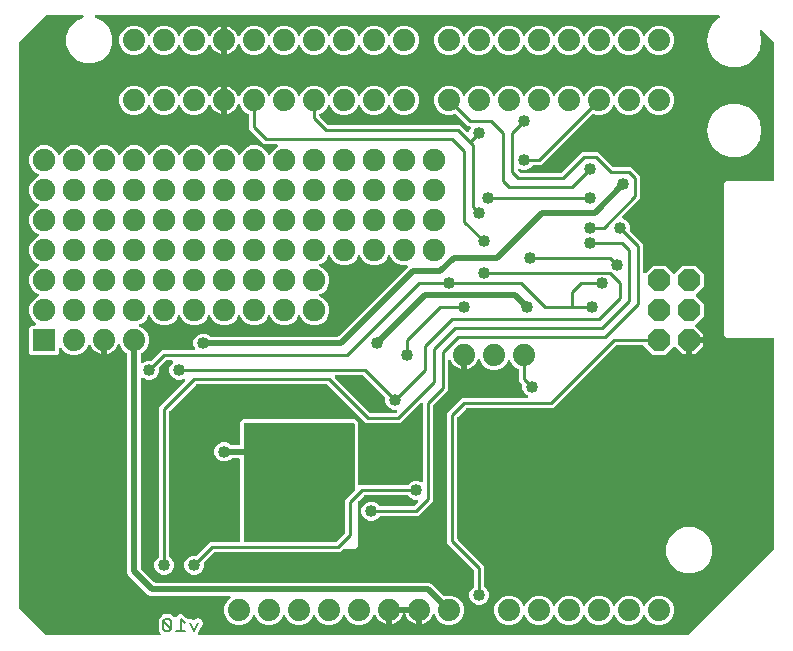
<source format=gbr>
G04 EAGLE Gerber RS-274X export*
G75*
%MOMM*%
%FSLAX34Y34*%
%LPD*%
%INBottom Copper*%
%IPPOS*%
%AMOC8*
5,1,8,0,0,1.08239X$1,22.5*%
G01*
%ADD10C,0.177800*%
%ADD11C,1.879600*%
%ADD12P,2.034460X8X292.500000*%
%ADD13R,1.879600X1.879600*%
%ADD14C,1.016000*%
%ADD15C,0.508000*%
%ADD16C,0.889000*%
%ADD17C,0.254000*%
%ADD18C,1.905000*%

G36*
X122919Y4082D02*
X122919Y4082D01*
X123058Y4095D01*
X123077Y4102D01*
X123097Y4105D01*
X123226Y4156D01*
X123357Y4203D01*
X123374Y4214D01*
X123393Y4222D01*
X123505Y4303D01*
X123620Y4381D01*
X123634Y4397D01*
X123650Y4408D01*
X123739Y4516D01*
X123831Y4620D01*
X123840Y4638D01*
X123853Y4653D01*
X123912Y4779D01*
X123976Y4903D01*
X123980Y4923D01*
X123989Y4941D01*
X124015Y5078D01*
X124045Y5213D01*
X124045Y5234D01*
X124048Y5253D01*
X124040Y5392D01*
X124036Y5531D01*
X124030Y5551D01*
X124029Y5571D01*
X123986Y5703D01*
X123947Y5837D01*
X123937Y5854D01*
X123931Y5873D01*
X123856Y5991D01*
X123786Y6111D01*
X123767Y6132D01*
X123760Y6142D01*
X123745Y6156D01*
X123679Y6231D01*
X122312Y7599D01*
X122312Y9208D01*
X122312Y11386D01*
X122312Y11387D01*
X122312Y17810D01*
X124990Y20488D01*
X126355Y21854D01*
X129304Y21854D01*
X131439Y21854D01*
X133092Y21854D01*
X135308Y19638D01*
X135397Y19569D01*
X135428Y19539D01*
X135436Y19535D01*
X135491Y19486D01*
X135527Y19468D01*
X135559Y19443D01*
X135669Y19395D01*
X135774Y19341D01*
X135814Y19332D01*
X135851Y19316D01*
X135969Y19298D01*
X136085Y19272D01*
X136125Y19273D01*
X136165Y19267D01*
X136284Y19278D01*
X136403Y19281D01*
X136441Y19293D01*
X136482Y19296D01*
X136594Y19337D01*
X136708Y19370D01*
X136743Y19390D01*
X136781Y19404D01*
X136880Y19471D01*
X136982Y19531D01*
X137027Y19571D01*
X137044Y19583D01*
X137058Y19598D01*
X137103Y19638D01*
X139319Y21854D01*
X142581Y21854D01*
X145259Y19175D01*
X145981Y18454D01*
X146039Y18408D01*
X146092Y18355D01*
X146165Y18311D01*
X146232Y18259D01*
X146300Y18229D01*
X146364Y18191D01*
X146446Y18166D01*
X146524Y18133D01*
X146597Y18121D01*
X146669Y18099D01*
X146754Y18096D01*
X146838Y18083D01*
X146912Y18090D01*
X146987Y18087D01*
X147070Y18105D01*
X147154Y18113D01*
X147225Y18138D01*
X147298Y18153D01*
X147446Y18216D01*
X148400Y18693D01*
X151775Y17568D01*
X151784Y17566D01*
X151792Y17562D01*
X151938Y17536D01*
X152087Y17506D01*
X152096Y17507D01*
X152105Y17505D01*
X152254Y17515D01*
X152404Y17524D01*
X152413Y17526D01*
X152422Y17527D01*
X152577Y17568D01*
X155953Y18693D01*
X158870Y17234D01*
X159902Y14139D01*
X155864Y6063D01*
X155860Y6054D01*
X155855Y6046D01*
X155795Y5897D01*
X155741Y5735D01*
X155740Y5731D01*
X155738Y5727D01*
X155709Y5577D01*
X155679Y5424D01*
X155679Y5419D01*
X155678Y5414D01*
X155688Y5261D01*
X155696Y5106D01*
X155698Y5102D01*
X155698Y5097D01*
X155746Y4951D01*
X155792Y4803D01*
X155795Y4799D01*
X155796Y4795D01*
X155879Y4663D01*
X155961Y4533D01*
X155964Y4530D01*
X155966Y4526D01*
X156080Y4419D01*
X156191Y4313D01*
X156195Y4311D01*
X156198Y4308D01*
X156332Y4234D01*
X156468Y4158D01*
X156472Y4157D01*
X156476Y4154D01*
X156624Y4116D01*
X156775Y4076D01*
X156780Y4076D01*
X156784Y4075D01*
X156945Y4065D01*
X569291Y4065D01*
X569389Y4077D01*
X569488Y4080D01*
X569546Y4097D01*
X569606Y4105D01*
X569698Y4141D01*
X569793Y4169D01*
X569845Y4199D01*
X569902Y4222D01*
X569982Y4280D01*
X570067Y4330D01*
X570143Y4396D01*
X570159Y4408D01*
X570167Y4418D01*
X570188Y4436D01*
X643264Y77512D01*
X643324Y77590D01*
X643392Y77662D01*
X643421Y77715D01*
X643458Y77763D01*
X643498Y77854D01*
X643546Y77941D01*
X643561Y77999D01*
X643585Y78055D01*
X643600Y78153D01*
X643625Y78249D01*
X643631Y78349D01*
X643635Y78369D01*
X643633Y78381D01*
X643635Y78409D01*
X643635Y254762D01*
X643620Y254880D01*
X643613Y254999D01*
X643600Y255037D01*
X643595Y255078D01*
X643552Y255188D01*
X643515Y255301D01*
X643493Y255336D01*
X643478Y255373D01*
X643409Y255469D01*
X643345Y255570D01*
X643315Y255598D01*
X643292Y255631D01*
X643200Y255707D01*
X643113Y255788D01*
X643078Y255808D01*
X643047Y255833D01*
X642939Y255884D01*
X642835Y255942D01*
X642795Y255952D01*
X642759Y255969D01*
X642642Y255991D01*
X642527Y256021D01*
X642467Y256025D01*
X642447Y256029D01*
X642426Y256027D01*
X642366Y256031D01*
X603257Y256031D01*
X601471Y257817D01*
X601471Y387343D01*
X603257Y389129D01*
X642366Y389129D01*
X642484Y389144D01*
X642603Y389151D01*
X642641Y389164D01*
X642682Y389169D01*
X642792Y389212D01*
X642905Y389249D01*
X642940Y389271D01*
X642977Y389286D01*
X643073Y389355D01*
X643174Y389419D01*
X643202Y389449D01*
X643235Y389472D01*
X643311Y389564D01*
X643392Y389651D01*
X643412Y389686D01*
X643437Y389717D01*
X643488Y389825D01*
X643546Y389929D01*
X643556Y389969D01*
X643573Y390005D01*
X643595Y390122D01*
X643625Y390237D01*
X643629Y390297D01*
X643633Y390317D01*
X643631Y390338D01*
X643635Y390398D01*
X643635Y505791D01*
X643623Y505889D01*
X643620Y505988D01*
X643603Y506046D01*
X643595Y506106D01*
X643559Y506198D01*
X643531Y506293D01*
X643501Y506345D01*
X643478Y506402D01*
X643420Y506482D01*
X643370Y506567D01*
X643304Y506643D01*
X643292Y506659D01*
X643282Y506667D01*
X643264Y506688D01*
X633390Y516561D01*
X633319Y516617D01*
X633254Y516680D01*
X633194Y516714D01*
X633139Y516756D01*
X633056Y516792D01*
X632977Y516837D01*
X632911Y516855D01*
X632847Y516882D01*
X632758Y516897D01*
X632670Y516920D01*
X632601Y516921D01*
X632533Y516932D01*
X632443Y516924D01*
X632352Y516925D01*
X632285Y516909D01*
X632217Y516902D01*
X632131Y516872D01*
X632043Y516851D01*
X631982Y516818D01*
X631917Y516795D01*
X631842Y516744D01*
X631762Y516701D01*
X631711Y516655D01*
X631654Y516616D01*
X631594Y516548D01*
X631527Y516487D01*
X631489Y516430D01*
X631444Y516378D01*
X631402Y516297D01*
X631353Y516221D01*
X631330Y516156D01*
X631299Y516095D01*
X631279Y516006D01*
X631250Y515920D01*
X631245Y515852D01*
X631229Y515784D01*
X631232Y515694D01*
X631225Y515603D01*
X631239Y515482D01*
X631239Y515466D01*
X631241Y515459D01*
X631243Y515443D01*
X632555Y508000D01*
X631171Y500149D01*
X627185Y493245D01*
X621078Y488120D01*
X613586Y485393D01*
X605614Y485393D01*
X598122Y488120D01*
X592015Y493244D01*
X588029Y500149D01*
X586645Y508000D01*
X588029Y515851D01*
X592015Y522755D01*
X597185Y527094D01*
X597209Y527120D01*
X597238Y527140D01*
X597317Y527236D01*
X597401Y527327D01*
X597418Y527358D01*
X597441Y527385D01*
X597494Y527498D01*
X597553Y527607D01*
X597561Y527641D01*
X597576Y527673D01*
X597599Y527795D01*
X597630Y527915D01*
X597629Y527951D01*
X597636Y527986D01*
X597628Y528109D01*
X597627Y528233D01*
X597618Y528268D01*
X597616Y528303D01*
X597578Y528421D01*
X597546Y528541D01*
X597529Y528572D01*
X597518Y528605D01*
X597452Y528710D01*
X597391Y528819D01*
X597367Y528844D01*
X597348Y528874D01*
X597258Y528959D01*
X597172Y529049D01*
X597142Y529068D01*
X597116Y529092D01*
X597008Y529152D01*
X596903Y529218D01*
X596869Y529229D01*
X596838Y529246D01*
X596718Y529277D01*
X596600Y529314D01*
X596564Y529316D01*
X596530Y529325D01*
X596369Y529335D01*
X69482Y529335D01*
X69413Y529327D01*
X69343Y529328D01*
X69256Y529307D01*
X69167Y529295D01*
X69102Y529270D01*
X69034Y529253D01*
X68955Y529211D01*
X68871Y529178D01*
X68815Y529137D01*
X68753Y529105D01*
X68687Y529044D01*
X68614Y528992D01*
X68569Y528938D01*
X68518Y528891D01*
X68468Y528816D01*
X68411Y528747D01*
X68381Y528683D01*
X68343Y528625D01*
X68314Y528540D01*
X68276Y528459D01*
X68262Y528390D01*
X68240Y528324D01*
X68233Y528235D01*
X68216Y528147D01*
X68220Y528077D01*
X68215Y528007D01*
X68230Y527919D01*
X68235Y527829D01*
X68257Y527763D01*
X68269Y527694D01*
X68306Y527612D01*
X68334Y527527D01*
X68371Y527468D01*
X68400Y527404D01*
X68456Y527334D01*
X68504Y527258D01*
X68555Y527210D01*
X68598Y527156D01*
X68670Y527101D01*
X68735Y527040D01*
X68796Y527006D01*
X68852Y526964D01*
X68997Y526893D01*
X74579Y524581D01*
X80081Y519079D01*
X83059Y511891D01*
X83059Y504109D01*
X80081Y496921D01*
X74579Y491419D01*
X67391Y488441D01*
X59609Y488441D01*
X52421Y491419D01*
X46919Y496921D01*
X43941Y504109D01*
X43941Y511891D01*
X46919Y519079D01*
X52421Y524581D01*
X58003Y526893D01*
X58064Y526928D01*
X58129Y526954D01*
X58201Y527006D01*
X58280Y527051D01*
X58330Y527099D01*
X58386Y527140D01*
X58443Y527210D01*
X58508Y527272D01*
X58544Y527332D01*
X58589Y527385D01*
X58627Y527467D01*
X58674Y527543D01*
X58695Y527610D01*
X58724Y527673D01*
X58741Y527761D01*
X58768Y527847D01*
X58771Y527917D01*
X58784Y527986D01*
X58779Y528075D01*
X58783Y528165D01*
X58769Y528233D01*
X58765Y528303D01*
X58737Y528388D01*
X58719Y528476D01*
X58688Y528539D01*
X58666Y528605D01*
X58618Y528681D01*
X58579Y528762D01*
X58534Y528815D01*
X58496Y528874D01*
X58431Y528936D01*
X58373Y529004D01*
X58315Y529044D01*
X58265Y529092D01*
X58186Y529135D01*
X58113Y529187D01*
X58047Y529212D01*
X57986Y529246D01*
X57899Y529268D01*
X57815Y529300D01*
X57746Y529308D01*
X57678Y529325D01*
X57518Y529335D01*
X27609Y529335D01*
X27511Y529323D01*
X27412Y529320D01*
X27354Y529303D01*
X27294Y529295D01*
X27202Y529259D01*
X27107Y529231D01*
X27054Y529201D01*
X26998Y529178D01*
X26918Y529120D01*
X26833Y529070D01*
X26757Y529004D01*
X26741Y528992D01*
X26733Y528982D01*
X26712Y528964D01*
X4436Y506688D01*
X4376Y506610D01*
X4308Y506538D01*
X4279Y506485D01*
X4242Y506437D01*
X4202Y506346D01*
X4154Y506259D01*
X4139Y506201D01*
X4115Y506145D01*
X4100Y506047D01*
X4075Y505951D01*
X4069Y505851D01*
X4065Y505831D01*
X4067Y505819D01*
X4065Y505791D01*
X4065Y27609D01*
X4077Y27511D01*
X4080Y27412D01*
X4097Y27354D01*
X4105Y27294D01*
X4141Y27202D01*
X4169Y27107D01*
X4199Y27055D01*
X4222Y26998D01*
X4280Y26918D01*
X4330Y26833D01*
X4396Y26757D01*
X4408Y26741D01*
X4418Y26733D01*
X4436Y26712D01*
X26712Y4436D01*
X26790Y4376D01*
X26862Y4308D01*
X26915Y4279D01*
X26963Y4242D01*
X27054Y4202D01*
X27141Y4154D01*
X27199Y4139D01*
X27255Y4115D01*
X27353Y4100D01*
X27449Y4075D01*
X27549Y4069D01*
X27569Y4065D01*
X27581Y4067D01*
X27609Y4065D01*
X122782Y4065D01*
X122919Y4082D01*
G37*
%LPC*%
G36*
X188024Y12953D02*
X188024Y12953D01*
X183450Y14848D01*
X179948Y18350D01*
X178053Y22924D01*
X178053Y27876D01*
X179948Y32450D01*
X182922Y35425D01*
X183007Y35534D01*
X183096Y35641D01*
X183105Y35660D01*
X183117Y35676D01*
X183173Y35804D01*
X183232Y35929D01*
X183235Y35949D01*
X183243Y35968D01*
X183265Y36106D01*
X183291Y36242D01*
X183290Y36262D01*
X183293Y36282D01*
X183280Y36421D01*
X183272Y36559D01*
X183265Y36578D01*
X183264Y36598D01*
X183216Y36730D01*
X183174Y36861D01*
X183163Y36879D01*
X183156Y36898D01*
X183078Y37013D01*
X183003Y37130D01*
X182989Y37144D01*
X182977Y37161D01*
X182873Y37253D01*
X182772Y37348D01*
X182754Y37358D01*
X182739Y37371D01*
X182615Y37435D01*
X182493Y37502D01*
X182474Y37507D01*
X182456Y37516D01*
X182320Y37546D01*
X182185Y37581D01*
X182157Y37583D01*
X182145Y37586D01*
X182125Y37585D01*
X182025Y37591D01*
X115728Y37591D01*
X113674Y38442D01*
X96862Y55254D01*
X96011Y57308D01*
X96011Y241995D01*
X96008Y242024D01*
X96010Y242053D01*
X95988Y242181D01*
X95971Y242310D01*
X95961Y242338D01*
X95956Y242367D01*
X95902Y242485D01*
X95854Y242606D01*
X95837Y242630D01*
X95825Y242657D01*
X95744Y242758D01*
X95668Y242863D01*
X95645Y242882D01*
X95626Y242905D01*
X95523Y242983D01*
X95423Y243066D01*
X95396Y243079D01*
X95372Y243096D01*
X95228Y243167D01*
X94549Y243448D01*
X91048Y246950D01*
X89795Y249975D01*
X89780Y250001D01*
X89771Y250030D01*
X89701Y250139D01*
X89637Y250252D01*
X89616Y250273D01*
X89600Y250298D01*
X89506Y250387D01*
X89416Y250480D01*
X89390Y250496D01*
X89369Y250516D01*
X89255Y250579D01*
X89145Y250646D01*
X89116Y250655D01*
X89090Y250669D01*
X88965Y250702D01*
X88841Y250740D01*
X88811Y250741D01*
X88782Y250749D01*
X88652Y250749D01*
X88523Y250755D01*
X88494Y250749D01*
X88464Y250749D01*
X88339Y250717D01*
X88212Y250691D01*
X88185Y250678D01*
X88156Y250670D01*
X88043Y250608D01*
X87926Y250551D01*
X87903Y250532D01*
X87877Y250517D01*
X87783Y250429D01*
X87684Y250345D01*
X87667Y250320D01*
X87645Y250300D01*
X87576Y250191D01*
X87501Y250085D01*
X87490Y250057D01*
X87474Y250031D01*
X87415Y249882D01*
X87264Y249417D01*
X86411Y247743D01*
X85306Y246222D01*
X83978Y244894D01*
X82457Y243789D01*
X80783Y242936D01*
X78996Y242355D01*
X78739Y242315D01*
X78739Y252730D01*
X78724Y252848D01*
X78717Y252967D01*
X78704Y253005D01*
X78699Y253045D01*
X78656Y253156D01*
X78619Y253269D01*
X78597Y253303D01*
X78582Y253341D01*
X78512Y253437D01*
X78449Y253538D01*
X78419Y253566D01*
X78395Y253598D01*
X78304Y253674D01*
X78217Y253756D01*
X78182Y253775D01*
X78151Y253801D01*
X78043Y253852D01*
X77939Y253909D01*
X77899Y253920D01*
X77863Y253937D01*
X77746Y253959D01*
X77631Y253989D01*
X77570Y253993D01*
X77550Y253997D01*
X77530Y253995D01*
X77470Y253999D01*
X74930Y253999D01*
X74812Y253984D01*
X74693Y253977D01*
X74655Y253964D01*
X74614Y253959D01*
X74504Y253915D01*
X74391Y253879D01*
X74356Y253857D01*
X74319Y253842D01*
X74223Y253772D01*
X74122Y253709D01*
X74094Y253679D01*
X74061Y253655D01*
X73986Y253564D01*
X73904Y253477D01*
X73884Y253442D01*
X73859Y253410D01*
X73808Y253303D01*
X73750Y253198D01*
X73740Y253159D01*
X73723Y253123D01*
X73701Y253006D01*
X73671Y252891D01*
X73667Y252830D01*
X73663Y252810D01*
X73665Y252790D01*
X73661Y252730D01*
X73661Y242315D01*
X73404Y242355D01*
X71617Y242936D01*
X69943Y243789D01*
X68422Y244894D01*
X67094Y246222D01*
X65989Y247743D01*
X65136Y249417D01*
X64985Y249882D01*
X64972Y249909D01*
X64965Y249938D01*
X64905Y250052D01*
X64850Y250170D01*
X64831Y250193D01*
X64817Y250219D01*
X64730Y250315D01*
X64647Y250415D01*
X64623Y250432D01*
X64603Y250454D01*
X64494Y250526D01*
X64390Y250602D01*
X64362Y250613D01*
X64337Y250629D01*
X64214Y250671D01*
X64094Y250719D01*
X64064Y250723D01*
X64036Y250732D01*
X63907Y250743D01*
X63779Y250759D01*
X63749Y250755D01*
X63719Y250758D01*
X63591Y250735D01*
X63463Y250719D01*
X63435Y250708D01*
X63406Y250703D01*
X63288Y250650D01*
X63167Y250602D01*
X63143Y250585D01*
X63116Y250573D01*
X63015Y250492D01*
X62910Y250416D01*
X62891Y250393D01*
X62867Y250374D01*
X62789Y250270D01*
X62707Y250171D01*
X62694Y250144D01*
X62676Y250120D01*
X62605Y249975D01*
X61352Y246950D01*
X57850Y243448D01*
X53276Y241553D01*
X48324Y241553D01*
X43750Y243448D01*
X40234Y246964D01*
X40228Y246977D01*
X40176Y247050D01*
X40131Y247128D01*
X40083Y247178D01*
X40042Y247235D01*
X39972Y247292D01*
X39910Y247356D01*
X39850Y247393D01*
X39797Y247438D01*
X39715Y247476D01*
X39639Y247523D01*
X39572Y247543D01*
X39509Y247573D01*
X39421Y247590D01*
X39335Y247616D01*
X39265Y247620D01*
X39196Y247633D01*
X39107Y247627D01*
X39017Y247632D01*
X38949Y247617D01*
X38879Y247613D01*
X38794Y247585D01*
X38706Y247567D01*
X38643Y247537D01*
X38577Y247515D01*
X38501Y247467D01*
X38420Y247428D01*
X38367Y247382D01*
X38308Y247345D01*
X38246Y247280D01*
X38178Y247221D01*
X38138Y247164D01*
X38090Y247113D01*
X38047Y247035D01*
X37995Y246961D01*
X37970Y246896D01*
X37936Y246835D01*
X37914Y246748D01*
X37882Y246664D01*
X37874Y246594D01*
X37857Y246527D01*
X37847Y246366D01*
X37847Y243339D01*
X36061Y241553D01*
X14739Y241553D01*
X12953Y243339D01*
X12953Y264661D01*
X14739Y266447D01*
X17507Y266447D01*
X17645Y266464D01*
X17783Y266477D01*
X17803Y266484D01*
X17823Y266487D01*
X17952Y266538D01*
X18083Y266585D01*
X18100Y266596D01*
X18118Y266604D01*
X18231Y266685D01*
X18346Y266763D01*
X18359Y266779D01*
X18376Y266790D01*
X18464Y266898D01*
X18556Y267002D01*
X18566Y267020D01*
X18578Y267035D01*
X18638Y267161D01*
X18701Y267285D01*
X18705Y267305D01*
X18714Y267323D01*
X18740Y267459D01*
X18771Y267595D01*
X18770Y267616D01*
X18774Y267635D01*
X18765Y267774D01*
X18761Y267913D01*
X18755Y267933D01*
X18754Y267953D01*
X18711Y268085D01*
X18673Y268219D01*
X18662Y268236D01*
X18656Y268255D01*
X18581Y268373D01*
X18511Y268493D01*
X18492Y268514D01*
X18486Y268524D01*
X18471Y268538D01*
X18405Y268613D01*
X14740Y272278D01*
X12826Y276899D01*
X12826Y281901D01*
X14740Y286522D01*
X18278Y290060D01*
X20373Y290927D01*
X20493Y290996D01*
X20616Y291061D01*
X20631Y291075D01*
X20649Y291085D01*
X20749Y291182D01*
X20852Y291275D01*
X20863Y291292D01*
X20877Y291306D01*
X20950Y291424D01*
X21027Y291541D01*
X21033Y291560D01*
X21044Y291577D01*
X21085Y291710D01*
X21130Y291842D01*
X21131Y291862D01*
X21137Y291881D01*
X21144Y292020D01*
X21155Y292159D01*
X21152Y292179D01*
X21152Y292199D01*
X21124Y292335D01*
X21101Y292472D01*
X21092Y292491D01*
X21088Y292510D01*
X21027Y292635D01*
X20970Y292762D01*
X20957Y292778D01*
X20948Y292796D01*
X20858Y292902D01*
X20771Y293010D01*
X20755Y293023D01*
X20742Y293038D01*
X20628Y293118D01*
X20517Y293202D01*
X20492Y293214D01*
X20482Y293221D01*
X20463Y293228D01*
X20373Y293273D01*
X18278Y294140D01*
X14740Y297678D01*
X12826Y302299D01*
X12826Y307301D01*
X14740Y311922D01*
X18278Y315460D01*
X20373Y316327D01*
X20493Y316396D01*
X20616Y316461D01*
X20631Y316475D01*
X20649Y316485D01*
X20749Y316582D01*
X20852Y316675D01*
X20863Y316692D01*
X20877Y316706D01*
X20950Y316825D01*
X21027Y316941D01*
X21033Y316960D01*
X21044Y316977D01*
X21085Y317110D01*
X21130Y317242D01*
X21131Y317262D01*
X21137Y317281D01*
X21144Y317420D01*
X21155Y317559D01*
X21151Y317579D01*
X21152Y317599D01*
X21124Y317735D01*
X21101Y317872D01*
X21092Y317891D01*
X21088Y317910D01*
X21027Y318036D01*
X20970Y318162D01*
X20957Y318178D01*
X20948Y318196D01*
X20858Y318302D01*
X20771Y318410D01*
X20755Y318423D01*
X20742Y318438D01*
X20628Y318518D01*
X20517Y318602D01*
X20492Y318614D01*
X20482Y318621D01*
X20463Y318628D01*
X20373Y318673D01*
X18278Y319540D01*
X14740Y323078D01*
X12826Y327699D01*
X12826Y332701D01*
X14740Y337322D01*
X18278Y340860D01*
X20373Y341727D01*
X20493Y341796D01*
X20616Y341861D01*
X20631Y341875D01*
X20649Y341885D01*
X20749Y341982D01*
X20852Y342075D01*
X20863Y342092D01*
X20877Y342106D01*
X20950Y342224D01*
X21027Y342341D01*
X21033Y342360D01*
X21044Y342377D01*
X21085Y342510D01*
X21130Y342642D01*
X21131Y342662D01*
X21137Y342681D01*
X21144Y342820D01*
X21155Y342959D01*
X21152Y342979D01*
X21152Y342999D01*
X21124Y343135D01*
X21101Y343272D01*
X21092Y343291D01*
X21088Y343310D01*
X21027Y343435D01*
X20970Y343562D01*
X20957Y343578D01*
X20948Y343596D01*
X20858Y343702D01*
X20771Y343810D01*
X20755Y343823D01*
X20742Y343838D01*
X20628Y343918D01*
X20517Y344002D01*
X20492Y344014D01*
X20482Y344021D01*
X20463Y344028D01*
X20373Y344073D01*
X18278Y344940D01*
X14740Y348478D01*
X12826Y353099D01*
X12826Y358101D01*
X14740Y362722D01*
X18278Y366260D01*
X20373Y367127D01*
X20493Y367196D01*
X20616Y367261D01*
X20631Y367275D01*
X20649Y367285D01*
X20749Y367382D01*
X20852Y367475D01*
X20863Y367492D01*
X20877Y367506D01*
X20950Y367625D01*
X21027Y367741D01*
X21033Y367760D01*
X21044Y367777D01*
X21085Y367910D01*
X21130Y368042D01*
X21131Y368062D01*
X21137Y368081D01*
X21144Y368220D01*
X21155Y368359D01*
X21151Y368379D01*
X21152Y368399D01*
X21124Y368535D01*
X21101Y368672D01*
X21092Y368691D01*
X21088Y368710D01*
X21027Y368836D01*
X20970Y368962D01*
X20957Y368978D01*
X20948Y368996D01*
X20858Y369102D01*
X20771Y369210D01*
X20755Y369223D01*
X20742Y369238D01*
X20628Y369318D01*
X20517Y369402D01*
X20492Y369414D01*
X20482Y369421D01*
X20463Y369428D01*
X20373Y369473D01*
X18278Y370340D01*
X14740Y373878D01*
X12826Y378499D01*
X12826Y383501D01*
X14740Y388122D01*
X18278Y391660D01*
X20373Y392527D01*
X20493Y392596D01*
X20616Y392661D01*
X20631Y392675D01*
X20649Y392685D01*
X20749Y392782D01*
X20852Y392875D01*
X20863Y392892D01*
X20877Y392906D01*
X20950Y393025D01*
X21027Y393141D01*
X21033Y393160D01*
X21044Y393177D01*
X21085Y393310D01*
X21130Y393442D01*
X21131Y393462D01*
X21137Y393481D01*
X21144Y393620D01*
X21155Y393759D01*
X21151Y393779D01*
X21152Y393799D01*
X21124Y393935D01*
X21101Y394072D01*
X21092Y394091D01*
X21088Y394110D01*
X21027Y394236D01*
X20970Y394362D01*
X20957Y394378D01*
X20948Y394396D01*
X20858Y394502D01*
X20771Y394610D01*
X20755Y394623D01*
X20742Y394638D01*
X20628Y394718D01*
X20517Y394802D01*
X20492Y394814D01*
X20482Y394821D01*
X20463Y394828D01*
X20373Y394873D01*
X18278Y395740D01*
X14740Y399278D01*
X12826Y403899D01*
X12826Y408901D01*
X14740Y413522D01*
X18278Y417060D01*
X22899Y418974D01*
X27901Y418974D01*
X32522Y417060D01*
X36060Y413522D01*
X36927Y411427D01*
X36996Y411307D01*
X37061Y411184D01*
X37075Y411169D01*
X37085Y411151D01*
X37182Y411051D01*
X37275Y410948D01*
X37292Y410937D01*
X37306Y410923D01*
X37425Y410850D01*
X37541Y410773D01*
X37560Y410767D01*
X37577Y410756D01*
X37710Y410715D01*
X37842Y410670D01*
X37862Y410669D01*
X37881Y410663D01*
X38020Y410656D01*
X38159Y410645D01*
X38179Y410649D01*
X38199Y410648D01*
X38335Y410676D01*
X38472Y410699D01*
X38491Y410708D01*
X38510Y410712D01*
X38636Y410773D01*
X38762Y410830D01*
X38778Y410843D01*
X38796Y410852D01*
X38902Y410942D01*
X39010Y411029D01*
X39023Y411045D01*
X39038Y411058D01*
X39118Y411172D01*
X39202Y411283D01*
X39214Y411308D01*
X39221Y411318D01*
X39228Y411337D01*
X39273Y411427D01*
X40140Y413522D01*
X43678Y417060D01*
X48299Y418974D01*
X53301Y418974D01*
X57922Y417060D01*
X61459Y413522D01*
X62327Y411427D01*
X62396Y411306D01*
X62461Y411184D01*
X62475Y411169D01*
X62485Y411151D01*
X62582Y411051D01*
X62675Y410948D01*
X62692Y410937D01*
X62706Y410923D01*
X62824Y410850D01*
X62941Y410773D01*
X62960Y410767D01*
X62977Y410756D01*
X63110Y410715D01*
X63242Y410670D01*
X63262Y410669D01*
X63281Y410663D01*
X63420Y410656D01*
X63559Y410645D01*
X63579Y410648D01*
X63599Y410647D01*
X63735Y410676D01*
X63872Y410699D01*
X63891Y410708D01*
X63910Y410712D01*
X64035Y410773D01*
X64162Y410830D01*
X64178Y410843D01*
X64196Y410852D01*
X64302Y410942D01*
X64410Y411029D01*
X64423Y411045D01*
X64438Y411058D01*
X64518Y411171D01*
X64602Y411283D01*
X64614Y411308D01*
X64621Y411318D01*
X64628Y411337D01*
X64673Y411427D01*
X65540Y413522D01*
X69078Y417060D01*
X73699Y418974D01*
X78701Y418974D01*
X83322Y417060D01*
X86860Y413522D01*
X87727Y411427D01*
X87796Y411307D01*
X87861Y411184D01*
X87875Y411169D01*
X87885Y411151D01*
X87982Y411051D01*
X88075Y410948D01*
X88092Y410937D01*
X88106Y410923D01*
X88224Y410850D01*
X88341Y410773D01*
X88360Y410767D01*
X88377Y410756D01*
X88510Y410715D01*
X88642Y410670D01*
X88662Y410669D01*
X88681Y410663D01*
X88820Y410656D01*
X88959Y410645D01*
X88979Y410648D01*
X88999Y410648D01*
X89135Y410676D01*
X89272Y410699D01*
X89291Y410708D01*
X89310Y410712D01*
X89435Y410773D01*
X89562Y410830D01*
X89578Y410843D01*
X89596Y410852D01*
X89702Y410942D01*
X89810Y411029D01*
X89823Y411045D01*
X89838Y411058D01*
X89918Y411172D01*
X90002Y411283D01*
X90014Y411308D01*
X90021Y411318D01*
X90028Y411337D01*
X90073Y411427D01*
X90940Y413522D01*
X94478Y417060D01*
X99099Y418974D01*
X104101Y418974D01*
X108722Y417060D01*
X112260Y413522D01*
X113127Y411427D01*
X113196Y411307D01*
X113261Y411184D01*
X113275Y411169D01*
X113285Y411151D01*
X113382Y411051D01*
X113475Y410948D01*
X113492Y410937D01*
X113506Y410923D01*
X113624Y410850D01*
X113741Y410773D01*
X113760Y410767D01*
X113777Y410756D01*
X113910Y410715D01*
X114042Y410670D01*
X114062Y410669D01*
X114081Y410663D01*
X114220Y410656D01*
X114359Y410645D01*
X114379Y410648D01*
X114399Y410648D01*
X114535Y410676D01*
X114672Y410699D01*
X114691Y410708D01*
X114710Y410712D01*
X114835Y410773D01*
X114962Y410830D01*
X114978Y410843D01*
X114996Y410852D01*
X115102Y410942D01*
X115210Y411029D01*
X115223Y411045D01*
X115238Y411058D01*
X115318Y411172D01*
X115402Y411283D01*
X115414Y411308D01*
X115421Y411318D01*
X115428Y411337D01*
X115473Y411427D01*
X116340Y413522D01*
X119878Y417060D01*
X124499Y418974D01*
X129501Y418974D01*
X134122Y417060D01*
X137660Y413522D01*
X138527Y411427D01*
X138596Y411307D01*
X138661Y411184D01*
X138675Y411169D01*
X138685Y411151D01*
X138782Y411051D01*
X138875Y410948D01*
X138892Y410937D01*
X138906Y410923D01*
X139024Y410850D01*
X139141Y410773D01*
X139160Y410767D01*
X139177Y410756D01*
X139310Y410715D01*
X139442Y410670D01*
X139462Y410669D01*
X139481Y410663D01*
X139620Y410656D01*
X139759Y410645D01*
X139779Y410648D01*
X139799Y410648D01*
X139935Y410676D01*
X140072Y410699D01*
X140091Y410708D01*
X140110Y410712D01*
X140235Y410773D01*
X140362Y410830D01*
X140378Y410843D01*
X140396Y410852D01*
X140502Y410942D01*
X140610Y411029D01*
X140623Y411045D01*
X140638Y411058D01*
X140718Y411172D01*
X140802Y411283D01*
X140814Y411308D01*
X140821Y411318D01*
X140828Y411337D01*
X140873Y411427D01*
X141740Y413522D01*
X145278Y417060D01*
X149899Y418974D01*
X154901Y418974D01*
X159522Y417060D01*
X163060Y413522D01*
X163927Y411427D01*
X163996Y411307D01*
X164061Y411184D01*
X164075Y411169D01*
X164085Y411151D01*
X164182Y411051D01*
X164275Y410948D01*
X164292Y410937D01*
X164306Y410923D01*
X164424Y410850D01*
X164541Y410773D01*
X164560Y410767D01*
X164577Y410756D01*
X164710Y410715D01*
X164842Y410670D01*
X164862Y410669D01*
X164881Y410663D01*
X165020Y410656D01*
X165159Y410645D01*
X165179Y410648D01*
X165199Y410648D01*
X165335Y410676D01*
X165472Y410699D01*
X165491Y410708D01*
X165510Y410712D01*
X165635Y410773D01*
X165762Y410830D01*
X165778Y410843D01*
X165796Y410852D01*
X165902Y410942D01*
X166010Y411029D01*
X166023Y411045D01*
X166038Y411058D01*
X166118Y411172D01*
X166202Y411283D01*
X166214Y411308D01*
X166221Y411318D01*
X166228Y411337D01*
X166273Y411427D01*
X167140Y413522D01*
X170678Y417060D01*
X175299Y418974D01*
X180301Y418974D01*
X184922Y417060D01*
X188460Y413522D01*
X189327Y411427D01*
X189396Y411307D01*
X189461Y411184D01*
X189475Y411169D01*
X189485Y411151D01*
X189582Y411051D01*
X189675Y410948D01*
X189692Y410937D01*
X189706Y410923D01*
X189824Y410850D01*
X189941Y410773D01*
X189960Y410767D01*
X189977Y410756D01*
X190110Y410715D01*
X190242Y410670D01*
X190262Y410669D01*
X190281Y410663D01*
X190420Y410656D01*
X190559Y410645D01*
X190579Y410648D01*
X190599Y410648D01*
X190735Y410676D01*
X190872Y410699D01*
X190891Y410708D01*
X190910Y410712D01*
X191035Y410773D01*
X191162Y410830D01*
X191178Y410843D01*
X191196Y410852D01*
X191302Y410942D01*
X191410Y411029D01*
X191423Y411045D01*
X191438Y411058D01*
X191518Y411172D01*
X191602Y411283D01*
X191614Y411308D01*
X191621Y411318D01*
X191628Y411337D01*
X191673Y411427D01*
X192540Y413522D01*
X196078Y417060D01*
X200699Y418974D01*
X205701Y418974D01*
X210322Y417060D01*
X213860Y413522D01*
X214727Y411427D01*
X214796Y411307D01*
X214861Y411184D01*
X214875Y411169D01*
X214885Y411151D01*
X214982Y411051D01*
X215075Y410948D01*
X215092Y410937D01*
X215106Y410923D01*
X215225Y410850D01*
X215341Y410773D01*
X215360Y410767D01*
X215377Y410756D01*
X215510Y410715D01*
X215642Y410670D01*
X215662Y410669D01*
X215681Y410663D01*
X215820Y410656D01*
X215959Y410645D01*
X215979Y410649D01*
X215999Y410648D01*
X216135Y410676D01*
X216272Y410699D01*
X216291Y410708D01*
X216310Y410712D01*
X216436Y410773D01*
X216562Y410830D01*
X216578Y410843D01*
X216596Y410852D01*
X216702Y410942D01*
X216810Y411029D01*
X216823Y411045D01*
X216838Y411058D01*
X216918Y411172D01*
X217002Y411283D01*
X217014Y411308D01*
X217021Y411318D01*
X217028Y411337D01*
X217073Y411427D01*
X217940Y413522D01*
X221478Y417059D01*
X222346Y417419D01*
X222407Y417454D01*
X222472Y417480D01*
X222545Y417532D01*
X222623Y417577D01*
X222673Y417625D01*
X222729Y417666D01*
X222787Y417736D01*
X222851Y417798D01*
X222888Y417858D01*
X222932Y417911D01*
X222970Y417993D01*
X223017Y418069D01*
X223038Y418136D01*
X223068Y418199D01*
X223084Y418287D01*
X223111Y418373D01*
X223114Y418443D01*
X223127Y418512D01*
X223122Y418601D01*
X223126Y418691D01*
X223112Y418759D01*
X223108Y418829D01*
X223080Y418914D01*
X223062Y419002D01*
X223031Y419065D01*
X223010Y419131D01*
X222962Y419207D01*
X222922Y419288D01*
X222877Y419341D01*
X222839Y419400D01*
X222774Y419462D01*
X222716Y419530D01*
X222659Y419570D01*
X222608Y419618D01*
X222529Y419662D01*
X222456Y419713D01*
X222391Y419738D01*
X222329Y419772D01*
X222242Y419794D01*
X222158Y419826D01*
X222089Y419834D01*
X222021Y419851D01*
X221861Y419861D01*
X211571Y419861D01*
X208670Y422763D01*
X201783Y429650D01*
X198881Y432551D01*
X198881Y444669D01*
X198878Y444698D01*
X198880Y444727D01*
X198858Y444855D01*
X198841Y444984D01*
X198831Y445011D01*
X198826Y445041D01*
X198772Y445159D01*
X198724Y445280D01*
X198707Y445304D01*
X198695Y445331D01*
X198614Y445432D01*
X198538Y445537D01*
X198515Y445556D01*
X198496Y445579D01*
X198393Y445657D01*
X198293Y445740D01*
X198266Y445753D01*
X198242Y445770D01*
X198098Y445841D01*
X196150Y446648D01*
X192648Y450150D01*
X191395Y453175D01*
X191380Y453201D01*
X191371Y453230D01*
X191301Y453339D01*
X191237Y453452D01*
X191216Y453473D01*
X191200Y453498D01*
X191106Y453587D01*
X191016Y453680D01*
X190990Y453696D01*
X190969Y453716D01*
X190855Y453779D01*
X190745Y453846D01*
X190716Y453855D01*
X190690Y453869D01*
X190565Y453902D01*
X190441Y453940D01*
X190411Y453941D01*
X190382Y453949D01*
X190252Y453949D01*
X190123Y453955D01*
X190094Y453949D01*
X190064Y453949D01*
X189939Y453917D01*
X189812Y453891D01*
X189785Y453878D01*
X189756Y453870D01*
X189643Y453808D01*
X189526Y453751D01*
X189503Y453732D01*
X189477Y453717D01*
X189383Y453629D01*
X189284Y453545D01*
X189267Y453520D01*
X189245Y453500D01*
X189176Y453391D01*
X189101Y453285D01*
X189090Y453257D01*
X189074Y453231D01*
X189015Y453082D01*
X188864Y452617D01*
X188011Y450943D01*
X186906Y449422D01*
X185578Y448094D01*
X184057Y446989D01*
X182383Y446136D01*
X180596Y445555D01*
X180339Y445515D01*
X180339Y455930D01*
X180324Y456048D01*
X180317Y456167D01*
X180304Y456205D01*
X180299Y456245D01*
X180256Y456356D01*
X180219Y456469D01*
X180197Y456503D01*
X180182Y456541D01*
X180112Y456637D01*
X180049Y456738D01*
X180019Y456766D01*
X179995Y456798D01*
X179904Y456874D01*
X179817Y456956D01*
X179782Y456975D01*
X179751Y457001D01*
X179643Y457052D01*
X179539Y457109D01*
X179499Y457120D01*
X179463Y457137D01*
X179346Y457159D01*
X179231Y457189D01*
X179170Y457193D01*
X179150Y457197D01*
X179130Y457195D01*
X179070Y457199D01*
X176530Y457199D01*
X176412Y457184D01*
X176293Y457177D01*
X176255Y457164D01*
X176214Y457159D01*
X176104Y457115D01*
X175991Y457079D01*
X175956Y457057D01*
X175919Y457042D01*
X175823Y456972D01*
X175722Y456909D01*
X175694Y456879D01*
X175661Y456855D01*
X175586Y456764D01*
X175504Y456677D01*
X175484Y456642D01*
X175459Y456610D01*
X175408Y456503D01*
X175350Y456398D01*
X175340Y456359D01*
X175323Y456323D01*
X175301Y456206D01*
X175271Y456091D01*
X175267Y456030D01*
X175263Y456010D01*
X175264Y456001D01*
X175263Y455998D01*
X175264Y455984D01*
X175261Y455930D01*
X175261Y445515D01*
X175004Y445555D01*
X173217Y446136D01*
X171543Y446989D01*
X170022Y448094D01*
X168694Y449422D01*
X167589Y450943D01*
X166736Y452617D01*
X166585Y453082D01*
X166572Y453109D01*
X166565Y453138D01*
X166505Y453252D01*
X166450Y453370D01*
X166431Y453393D01*
X166417Y453419D01*
X166330Y453515D01*
X166247Y453615D01*
X166223Y453632D01*
X166203Y453654D01*
X166094Y453726D01*
X165990Y453802D01*
X165962Y453813D01*
X165937Y453829D01*
X165814Y453871D01*
X165694Y453919D01*
X165664Y453923D01*
X165636Y453932D01*
X165507Y453943D01*
X165379Y453959D01*
X165349Y453955D01*
X165319Y453958D01*
X165191Y453935D01*
X165063Y453919D01*
X165035Y453908D01*
X165006Y453903D01*
X164888Y453850D01*
X164767Y453802D01*
X164743Y453785D01*
X164716Y453773D01*
X164615Y453692D01*
X164510Y453616D01*
X164491Y453593D01*
X164467Y453574D01*
X164389Y453470D01*
X164307Y453371D01*
X164294Y453344D01*
X164276Y453320D01*
X164205Y453175D01*
X162952Y450150D01*
X159450Y446648D01*
X154876Y444753D01*
X149924Y444753D01*
X145350Y446648D01*
X141848Y450150D01*
X140873Y452505D01*
X140804Y452625D01*
X140739Y452748D01*
X140725Y452763D01*
X140715Y452781D01*
X140618Y452881D01*
X140525Y452984D01*
X140508Y452995D01*
X140494Y453009D01*
X140376Y453082D01*
X140259Y453158D01*
X140240Y453165D01*
X140223Y453176D01*
X140090Y453216D01*
X139958Y453262D01*
X139938Y453263D01*
X139919Y453269D01*
X139780Y453276D01*
X139641Y453287D01*
X139621Y453283D01*
X139601Y453284D01*
X139465Y453256D01*
X139328Y453232D01*
X139309Y453224D01*
X139290Y453220D01*
X139165Y453159D01*
X139038Y453102D01*
X139022Y453089D01*
X139004Y453080D01*
X138898Y452990D01*
X138790Y452903D01*
X138777Y452887D01*
X138762Y452874D01*
X138682Y452760D01*
X138598Y452649D01*
X138586Y452624D01*
X138579Y452614D01*
X138572Y452595D01*
X138527Y452505D01*
X137552Y450150D01*
X134050Y446648D01*
X129476Y444753D01*
X124524Y444753D01*
X119950Y446648D01*
X116448Y450150D01*
X115473Y452505D01*
X115404Y452625D01*
X115339Y452748D01*
X115325Y452763D01*
X115315Y452781D01*
X115218Y452881D01*
X115125Y452984D01*
X115108Y452995D01*
X115094Y453009D01*
X114976Y453082D01*
X114859Y453158D01*
X114840Y453165D01*
X114823Y453176D01*
X114690Y453216D01*
X114558Y453262D01*
X114538Y453263D01*
X114519Y453269D01*
X114380Y453276D01*
X114241Y453287D01*
X114221Y453283D01*
X114201Y453284D01*
X114065Y453256D01*
X113928Y453232D01*
X113909Y453224D01*
X113890Y453220D01*
X113765Y453159D01*
X113638Y453102D01*
X113622Y453089D01*
X113604Y453080D01*
X113498Y452990D01*
X113390Y452903D01*
X113377Y452887D01*
X113362Y452874D01*
X113282Y452760D01*
X113198Y452649D01*
X113186Y452624D01*
X113179Y452614D01*
X113172Y452595D01*
X113127Y452505D01*
X112152Y450150D01*
X108650Y446648D01*
X104076Y444753D01*
X99124Y444753D01*
X94550Y446648D01*
X91048Y450150D01*
X89153Y454724D01*
X89153Y459676D01*
X91048Y464250D01*
X94550Y467752D01*
X99124Y469647D01*
X104076Y469647D01*
X108650Y467752D01*
X112152Y464250D01*
X113127Y461895D01*
X113196Y461775D01*
X113261Y461652D01*
X113275Y461637D01*
X113285Y461619D01*
X113382Y461519D01*
X113475Y461416D01*
X113492Y461405D01*
X113506Y461391D01*
X113625Y461318D01*
X113741Y461242D01*
X113760Y461235D01*
X113777Y461224D01*
X113910Y461184D01*
X114042Y461138D01*
X114062Y461137D01*
X114081Y461131D01*
X114220Y461124D01*
X114359Y461113D01*
X114379Y461117D01*
X114399Y461116D01*
X114535Y461144D01*
X114672Y461168D01*
X114691Y461176D01*
X114710Y461180D01*
X114836Y461241D01*
X114962Y461298D01*
X114978Y461311D01*
X114996Y461320D01*
X115102Y461410D01*
X115210Y461497D01*
X115223Y461513D01*
X115238Y461526D01*
X115318Y461640D01*
X115402Y461751D01*
X115414Y461776D01*
X115421Y461786D01*
X115428Y461805D01*
X115473Y461895D01*
X116448Y464250D01*
X119950Y467752D01*
X124524Y469647D01*
X129476Y469647D01*
X134050Y467752D01*
X137552Y464250D01*
X138527Y461895D01*
X138596Y461775D01*
X138661Y461652D01*
X138675Y461637D01*
X138685Y461619D01*
X138782Y461519D01*
X138875Y461416D01*
X138892Y461405D01*
X138906Y461391D01*
X139025Y461318D01*
X139141Y461242D01*
X139160Y461235D01*
X139177Y461224D01*
X139310Y461184D01*
X139442Y461138D01*
X139462Y461137D01*
X139481Y461131D01*
X139620Y461124D01*
X139759Y461113D01*
X139779Y461117D01*
X139799Y461116D01*
X139935Y461144D01*
X140072Y461168D01*
X140091Y461176D01*
X140110Y461180D01*
X140236Y461241D01*
X140362Y461298D01*
X140378Y461311D01*
X140396Y461320D01*
X140502Y461410D01*
X140610Y461497D01*
X140623Y461513D01*
X140638Y461526D01*
X140718Y461640D01*
X140802Y461751D01*
X140814Y461776D01*
X140821Y461786D01*
X140828Y461805D01*
X140873Y461895D01*
X141848Y464250D01*
X145350Y467752D01*
X149924Y469647D01*
X154876Y469647D01*
X159450Y467752D01*
X162952Y464250D01*
X164205Y461225D01*
X164220Y461199D01*
X164229Y461170D01*
X164299Y461061D01*
X164363Y460948D01*
X164384Y460927D01*
X164400Y460902D01*
X164494Y460813D01*
X164584Y460720D01*
X164610Y460704D01*
X164631Y460684D01*
X164745Y460621D01*
X164855Y460554D01*
X164884Y460545D01*
X164910Y460531D01*
X165035Y460498D01*
X165159Y460460D01*
X165189Y460459D01*
X165218Y460451D01*
X165348Y460451D01*
X165477Y460445D01*
X165506Y460451D01*
X165536Y460451D01*
X165661Y460483D01*
X165788Y460509D01*
X165815Y460522D01*
X165844Y460530D01*
X165957Y460592D01*
X166074Y460649D01*
X166097Y460668D01*
X166123Y460683D01*
X166217Y460771D01*
X166316Y460855D01*
X166333Y460880D01*
X166355Y460900D01*
X166424Y461009D01*
X166499Y461115D01*
X166510Y461143D01*
X166526Y461169D01*
X166585Y461318D01*
X166736Y461783D01*
X167589Y463457D01*
X168694Y464978D01*
X170022Y466306D01*
X171543Y467411D01*
X173217Y468264D01*
X175004Y468845D01*
X175261Y468885D01*
X175261Y458470D01*
X175276Y458352D01*
X175283Y458233D01*
X175296Y458195D01*
X175301Y458155D01*
X175344Y458044D01*
X175381Y457931D01*
X175403Y457897D01*
X175418Y457859D01*
X175488Y457763D01*
X175551Y457662D01*
X175581Y457634D01*
X175604Y457602D01*
X175696Y457526D01*
X175783Y457444D01*
X175818Y457425D01*
X175849Y457399D01*
X175957Y457348D01*
X176061Y457291D01*
X176101Y457280D01*
X176137Y457263D01*
X176254Y457241D01*
X176369Y457211D01*
X176430Y457207D01*
X176450Y457203D01*
X176470Y457205D01*
X176530Y457201D01*
X179070Y457201D01*
X179188Y457216D01*
X179307Y457223D01*
X179345Y457236D01*
X179385Y457241D01*
X179496Y457285D01*
X179609Y457321D01*
X179644Y457343D01*
X179681Y457358D01*
X179777Y457428D01*
X179878Y457491D01*
X179906Y457521D01*
X179939Y457545D01*
X180014Y457636D01*
X180096Y457723D01*
X180116Y457758D01*
X180141Y457790D01*
X180192Y457897D01*
X180250Y458002D01*
X180260Y458041D01*
X180277Y458077D01*
X180299Y458194D01*
X180329Y458309D01*
X180333Y458370D01*
X180337Y458390D01*
X180335Y458410D01*
X180339Y458470D01*
X180339Y468885D01*
X180596Y468845D01*
X182383Y468264D01*
X184057Y467411D01*
X185578Y466306D01*
X186906Y464978D01*
X188011Y463457D01*
X188864Y461783D01*
X189015Y461318D01*
X189028Y461291D01*
X189035Y461262D01*
X189095Y461148D01*
X189150Y461030D01*
X189169Y461007D01*
X189183Y460981D01*
X189270Y460885D01*
X189353Y460785D01*
X189377Y460768D01*
X189397Y460746D01*
X189506Y460674D01*
X189610Y460598D01*
X189638Y460587D01*
X189663Y460571D01*
X189786Y460529D01*
X189906Y460481D01*
X189936Y460477D01*
X189964Y460468D01*
X190093Y460457D01*
X190221Y460441D01*
X190251Y460445D01*
X190281Y460442D01*
X190409Y460465D01*
X190537Y460481D01*
X190565Y460492D01*
X190594Y460497D01*
X190712Y460550D01*
X190833Y460598D01*
X190857Y460615D01*
X190884Y460627D01*
X190985Y460708D01*
X191090Y460784D01*
X191109Y460807D01*
X191133Y460826D01*
X191211Y460930D01*
X191293Y461029D01*
X191306Y461056D01*
X191324Y461080D01*
X191395Y461225D01*
X192648Y464250D01*
X196150Y467752D01*
X200724Y469647D01*
X205676Y469647D01*
X210250Y467752D01*
X213752Y464250D01*
X214727Y461895D01*
X214796Y461775D01*
X214861Y461652D01*
X214875Y461637D01*
X214885Y461619D01*
X214982Y461519D01*
X215075Y461416D01*
X215092Y461405D01*
X215106Y461391D01*
X215225Y461318D01*
X215341Y461242D01*
X215360Y461235D01*
X215377Y461224D01*
X215510Y461184D01*
X215642Y461138D01*
X215662Y461137D01*
X215681Y461131D01*
X215820Y461124D01*
X215959Y461113D01*
X215979Y461117D01*
X215999Y461116D01*
X216135Y461144D01*
X216272Y461168D01*
X216291Y461176D01*
X216310Y461180D01*
X216436Y461241D01*
X216562Y461298D01*
X216578Y461311D01*
X216596Y461320D01*
X216702Y461410D01*
X216810Y461497D01*
X216823Y461513D01*
X216838Y461526D01*
X216918Y461640D01*
X217002Y461751D01*
X217014Y461776D01*
X217021Y461786D01*
X217028Y461805D01*
X217073Y461895D01*
X218048Y464250D01*
X221550Y467752D01*
X226124Y469647D01*
X231076Y469647D01*
X235650Y467752D01*
X239152Y464250D01*
X240127Y461895D01*
X240196Y461775D01*
X240261Y461652D01*
X240275Y461637D01*
X240285Y461619D01*
X240382Y461519D01*
X240475Y461416D01*
X240492Y461405D01*
X240506Y461391D01*
X240625Y461318D01*
X240741Y461242D01*
X240760Y461235D01*
X240777Y461224D01*
X240910Y461184D01*
X241042Y461138D01*
X241062Y461137D01*
X241081Y461131D01*
X241220Y461124D01*
X241359Y461113D01*
X241379Y461117D01*
X241399Y461116D01*
X241535Y461144D01*
X241672Y461168D01*
X241691Y461176D01*
X241710Y461180D01*
X241836Y461241D01*
X241962Y461298D01*
X241978Y461311D01*
X241996Y461320D01*
X242102Y461410D01*
X242210Y461497D01*
X242223Y461513D01*
X242238Y461526D01*
X242318Y461640D01*
X242402Y461751D01*
X242414Y461776D01*
X242421Y461786D01*
X242428Y461805D01*
X242473Y461895D01*
X243448Y464250D01*
X246950Y467752D01*
X251524Y469647D01*
X256476Y469647D01*
X261050Y467752D01*
X264552Y464250D01*
X265527Y461895D01*
X265596Y461775D01*
X265661Y461652D01*
X265675Y461637D01*
X265685Y461619D01*
X265782Y461519D01*
X265875Y461416D01*
X265892Y461405D01*
X265906Y461391D01*
X266025Y461318D01*
X266141Y461242D01*
X266160Y461235D01*
X266177Y461224D01*
X266310Y461184D01*
X266442Y461138D01*
X266462Y461137D01*
X266481Y461131D01*
X266620Y461124D01*
X266759Y461113D01*
X266779Y461117D01*
X266799Y461116D01*
X266935Y461144D01*
X267072Y461168D01*
X267091Y461176D01*
X267110Y461180D01*
X267236Y461241D01*
X267362Y461298D01*
X267378Y461311D01*
X267396Y461320D01*
X267502Y461410D01*
X267610Y461497D01*
X267623Y461513D01*
X267638Y461526D01*
X267718Y461640D01*
X267802Y461751D01*
X267814Y461776D01*
X267821Y461786D01*
X267828Y461805D01*
X267873Y461895D01*
X268848Y464250D01*
X272350Y467752D01*
X276924Y469647D01*
X281876Y469647D01*
X286450Y467752D01*
X289952Y464250D01*
X290927Y461895D01*
X290996Y461775D01*
X291061Y461652D01*
X291075Y461637D01*
X291085Y461619D01*
X291182Y461519D01*
X291275Y461416D01*
X291292Y461405D01*
X291306Y461391D01*
X291425Y461318D01*
X291541Y461242D01*
X291560Y461235D01*
X291577Y461224D01*
X291710Y461184D01*
X291842Y461138D01*
X291862Y461137D01*
X291881Y461131D01*
X292020Y461124D01*
X292159Y461113D01*
X292179Y461117D01*
X292199Y461116D01*
X292335Y461144D01*
X292472Y461168D01*
X292491Y461176D01*
X292510Y461180D01*
X292636Y461241D01*
X292762Y461298D01*
X292778Y461311D01*
X292796Y461320D01*
X292902Y461410D01*
X293010Y461497D01*
X293023Y461513D01*
X293038Y461526D01*
X293118Y461640D01*
X293202Y461751D01*
X293214Y461776D01*
X293221Y461786D01*
X293228Y461805D01*
X293273Y461895D01*
X294248Y464250D01*
X297750Y467752D01*
X302324Y469647D01*
X307276Y469647D01*
X311850Y467752D01*
X315352Y464250D01*
X316327Y461895D01*
X316396Y461775D01*
X316461Y461652D01*
X316475Y461637D01*
X316485Y461619D01*
X316582Y461519D01*
X316675Y461416D01*
X316692Y461405D01*
X316706Y461391D01*
X316825Y461318D01*
X316941Y461242D01*
X316960Y461235D01*
X316977Y461224D01*
X317110Y461183D01*
X317242Y461138D01*
X317262Y461137D01*
X317281Y461131D01*
X317420Y461124D01*
X317559Y461113D01*
X317579Y461117D01*
X317599Y461116D01*
X317735Y461144D01*
X317872Y461168D01*
X317891Y461176D01*
X317910Y461180D01*
X318036Y461241D01*
X318162Y461298D01*
X318178Y461311D01*
X318196Y461320D01*
X318302Y461410D01*
X318410Y461497D01*
X318423Y461513D01*
X318438Y461526D01*
X318518Y461640D01*
X318602Y461751D01*
X318614Y461776D01*
X318621Y461786D01*
X318628Y461805D01*
X318673Y461895D01*
X319648Y464251D01*
X323150Y467752D01*
X327724Y469647D01*
X332676Y469647D01*
X337250Y467752D01*
X340752Y464250D01*
X342647Y459676D01*
X342647Y454724D01*
X340752Y450150D01*
X337250Y446648D01*
X332676Y444753D01*
X327724Y444753D01*
X323150Y446648D01*
X319648Y450149D01*
X318673Y452505D01*
X318604Y452626D01*
X318539Y452748D01*
X318525Y452763D01*
X318515Y452781D01*
X318418Y452881D01*
X318325Y452984D01*
X318308Y452995D01*
X318294Y453009D01*
X318176Y453082D01*
X318059Y453158D01*
X318040Y453165D01*
X318023Y453176D01*
X317890Y453216D01*
X317758Y453262D01*
X317738Y453263D01*
X317719Y453269D01*
X317580Y453276D01*
X317441Y453287D01*
X317421Y453283D01*
X317401Y453284D01*
X317265Y453256D01*
X317128Y453232D01*
X317109Y453224D01*
X317090Y453220D01*
X316965Y453159D01*
X316838Y453102D01*
X316822Y453089D01*
X316804Y453080D01*
X316698Y452990D01*
X316590Y452903D01*
X316577Y452887D01*
X316562Y452874D01*
X316482Y452760D01*
X316398Y452649D01*
X316386Y452624D01*
X316379Y452614D01*
X316372Y452595D01*
X316327Y452505D01*
X315352Y450150D01*
X311850Y446648D01*
X307276Y444753D01*
X302324Y444753D01*
X297750Y446648D01*
X294248Y450150D01*
X293273Y452505D01*
X293204Y452625D01*
X293139Y452748D01*
X293125Y452763D01*
X293115Y452781D01*
X293018Y452881D01*
X292925Y452984D01*
X292908Y452995D01*
X292894Y453009D01*
X292776Y453082D01*
X292659Y453158D01*
X292640Y453165D01*
X292623Y453176D01*
X292490Y453216D01*
X292358Y453262D01*
X292338Y453263D01*
X292319Y453269D01*
X292180Y453276D01*
X292041Y453287D01*
X292021Y453283D01*
X292001Y453284D01*
X291865Y453256D01*
X291728Y453232D01*
X291709Y453224D01*
X291690Y453220D01*
X291565Y453159D01*
X291438Y453102D01*
X291422Y453089D01*
X291404Y453080D01*
X291298Y452990D01*
X291190Y452903D01*
X291177Y452887D01*
X291162Y452874D01*
X291082Y452760D01*
X290998Y452649D01*
X290986Y452624D01*
X290979Y452614D01*
X290972Y452595D01*
X290927Y452505D01*
X289952Y450150D01*
X286450Y446648D01*
X281876Y444753D01*
X276924Y444753D01*
X272350Y446648D01*
X268848Y450150D01*
X267873Y452505D01*
X267804Y452625D01*
X267739Y452748D01*
X267725Y452763D01*
X267715Y452781D01*
X267618Y452881D01*
X267525Y452984D01*
X267508Y452995D01*
X267494Y453009D01*
X267376Y453082D01*
X267259Y453158D01*
X267240Y453165D01*
X267223Y453176D01*
X267090Y453216D01*
X266958Y453262D01*
X266938Y453263D01*
X266919Y453269D01*
X266780Y453276D01*
X266641Y453287D01*
X266621Y453283D01*
X266601Y453284D01*
X266465Y453256D01*
X266328Y453232D01*
X266309Y453224D01*
X266290Y453220D01*
X266165Y453159D01*
X266038Y453102D01*
X266022Y453089D01*
X266004Y453080D01*
X265898Y452990D01*
X265790Y452903D01*
X265777Y452887D01*
X265762Y452874D01*
X265682Y452760D01*
X265598Y452649D01*
X265586Y452624D01*
X265579Y452614D01*
X265572Y452595D01*
X265527Y452505D01*
X264552Y450150D01*
X261050Y446648D01*
X259102Y445841D01*
X259077Y445827D01*
X259049Y445817D01*
X258939Y445748D01*
X258826Y445684D01*
X258805Y445663D01*
X258780Y445647D01*
X258691Y445553D01*
X258598Y445462D01*
X258582Y445437D01*
X258562Y445416D01*
X258499Y445302D01*
X258431Y445191D01*
X258423Y445163D01*
X258408Y445137D01*
X258376Y445011D01*
X258338Y444887D01*
X258336Y444858D01*
X258329Y444829D01*
X258319Y444669D01*
X258319Y444275D01*
X258331Y444176D01*
X258334Y444077D01*
X258351Y444019D01*
X258359Y443959D01*
X258395Y443867D01*
X258423Y443772D01*
X258453Y443720D01*
X258476Y443663D01*
X258534Y443583D01*
X258584Y443498D01*
X258650Y443423D01*
X258662Y443406D01*
X258672Y443398D01*
X258690Y443377D01*
X265577Y436490D01*
X265655Y436430D01*
X265728Y436362D01*
X265781Y436333D01*
X265828Y436296D01*
X265919Y436256D01*
X266006Y436208D01*
X266065Y436193D01*
X266120Y436169D01*
X266218Y436154D01*
X266314Y436129D01*
X266414Y436123D01*
X266434Y436119D01*
X266447Y436121D01*
X266475Y436119D01*
X377709Y436119D01*
X380610Y433217D01*
X383461Y430367D01*
X383500Y430337D01*
X383533Y430300D01*
X383625Y430240D01*
X383712Y430172D01*
X383757Y430152D01*
X383799Y430125D01*
X383903Y430089D01*
X384004Y430046D01*
X384053Y430038D01*
X384100Y430022D01*
X384209Y430013D01*
X384318Y429996D01*
X384367Y430001D01*
X384417Y429997D01*
X384525Y430015D01*
X384634Y430026D01*
X384681Y430043D01*
X384730Y430051D01*
X384830Y430096D01*
X384934Y430133D01*
X384975Y430161D01*
X385020Y430182D01*
X385106Y430250D01*
X385197Y430312D01*
X385230Y430349D01*
X385268Y430380D01*
X385334Y430468D01*
X385407Y430550D01*
X385430Y430595D01*
X385460Y430634D01*
X385531Y430779D01*
X386594Y433346D01*
X386607Y433394D01*
X386628Y433439D01*
X386649Y433547D01*
X386678Y433653D01*
X386679Y433703D01*
X386688Y433752D01*
X386681Y433861D01*
X386683Y433971D01*
X386672Y434019D01*
X386668Y434069D01*
X386635Y434173D01*
X386609Y434280D01*
X386586Y434324D01*
X386570Y434371D01*
X386512Y434464D01*
X386460Y434561D01*
X386427Y434598D01*
X386400Y434640D01*
X386320Y434715D01*
X386246Y434797D01*
X386205Y434824D01*
X386169Y434858D01*
X386072Y434911D01*
X385981Y434971D01*
X385934Y434988D01*
X385890Y435012D01*
X385784Y435039D01*
X385680Y435075D01*
X385630Y435079D01*
X385582Y435091D01*
X385421Y435101D01*
X384291Y435101D01*
X381390Y438003D01*
X374107Y445285D01*
X374084Y445303D01*
X374065Y445326D01*
X373959Y445400D01*
X373856Y445480D01*
X373829Y445492D01*
X373805Y445509D01*
X373683Y445555D01*
X373564Y445606D01*
X373535Y445611D01*
X373507Y445622D01*
X373378Y445636D01*
X373250Y445656D01*
X373221Y445653D01*
X373191Y445657D01*
X373063Y445639D01*
X372933Y445626D01*
X372906Y445616D01*
X372876Y445612D01*
X372724Y445560D01*
X370776Y444753D01*
X365824Y444753D01*
X361250Y446648D01*
X357748Y450150D01*
X355853Y454724D01*
X355853Y459676D01*
X357748Y464250D01*
X361250Y467752D01*
X365824Y469647D01*
X370776Y469647D01*
X375350Y467752D01*
X378852Y464250D01*
X379827Y461895D01*
X379896Y461775D01*
X379961Y461652D01*
X379975Y461637D01*
X379985Y461619D01*
X380082Y461519D01*
X380175Y461416D01*
X380192Y461405D01*
X380206Y461391D01*
X380325Y461318D01*
X380441Y461242D01*
X380460Y461235D01*
X380477Y461224D01*
X380610Y461183D01*
X380742Y461138D01*
X380762Y461137D01*
X380781Y461131D01*
X380920Y461124D01*
X381059Y461113D01*
X381079Y461117D01*
X381099Y461116D01*
X381235Y461144D01*
X381372Y461168D01*
X381391Y461176D01*
X381410Y461180D01*
X381536Y461241D01*
X381662Y461298D01*
X381678Y461311D01*
X381696Y461320D01*
X381802Y461410D01*
X381910Y461497D01*
X381923Y461513D01*
X381938Y461526D01*
X382018Y461640D01*
X382102Y461751D01*
X382114Y461776D01*
X382121Y461786D01*
X382128Y461805D01*
X382173Y461895D01*
X383148Y464251D01*
X386650Y467752D01*
X391224Y469647D01*
X396176Y469647D01*
X400750Y467752D01*
X404252Y464250D01*
X405227Y461895D01*
X405296Y461775D01*
X405361Y461652D01*
X405375Y461637D01*
X405385Y461619D01*
X405482Y461519D01*
X405575Y461416D01*
X405592Y461405D01*
X405606Y461391D01*
X405725Y461318D01*
X405841Y461242D01*
X405860Y461235D01*
X405877Y461224D01*
X406010Y461183D01*
X406142Y461138D01*
X406162Y461137D01*
X406181Y461131D01*
X406320Y461124D01*
X406459Y461113D01*
X406479Y461117D01*
X406499Y461116D01*
X406635Y461144D01*
X406772Y461168D01*
X406791Y461176D01*
X406810Y461180D01*
X406936Y461241D01*
X407062Y461298D01*
X407078Y461311D01*
X407096Y461320D01*
X407202Y461410D01*
X407310Y461497D01*
X407323Y461513D01*
X407338Y461526D01*
X407418Y461640D01*
X407502Y461751D01*
X407514Y461776D01*
X407521Y461786D01*
X407528Y461805D01*
X407573Y461895D01*
X408548Y464251D01*
X412050Y467752D01*
X416624Y469647D01*
X421576Y469647D01*
X426150Y467752D01*
X429652Y464250D01*
X430627Y461895D01*
X430696Y461775D01*
X430761Y461652D01*
X430775Y461637D01*
X430785Y461619D01*
X430882Y461519D01*
X430975Y461416D01*
X430992Y461405D01*
X431006Y461391D01*
X431125Y461318D01*
X431241Y461242D01*
X431260Y461235D01*
X431277Y461224D01*
X431410Y461183D01*
X431542Y461138D01*
X431562Y461137D01*
X431581Y461131D01*
X431720Y461124D01*
X431859Y461113D01*
X431879Y461117D01*
X431899Y461116D01*
X432035Y461144D01*
X432172Y461168D01*
X432191Y461176D01*
X432210Y461180D01*
X432336Y461241D01*
X432462Y461298D01*
X432478Y461311D01*
X432496Y461320D01*
X432602Y461410D01*
X432710Y461497D01*
X432723Y461513D01*
X432738Y461526D01*
X432818Y461640D01*
X432902Y461751D01*
X432914Y461776D01*
X432921Y461786D01*
X432928Y461805D01*
X432973Y461895D01*
X433948Y464251D01*
X437450Y467752D01*
X442024Y469647D01*
X446976Y469647D01*
X451550Y467752D01*
X455052Y464250D01*
X456027Y461895D01*
X456096Y461775D01*
X456161Y461652D01*
X456175Y461637D01*
X456185Y461619D01*
X456282Y461519D01*
X456375Y461416D01*
X456392Y461405D01*
X456406Y461391D01*
X456525Y461318D01*
X456641Y461242D01*
X456660Y461235D01*
X456677Y461224D01*
X456810Y461183D01*
X456942Y461138D01*
X456962Y461137D01*
X456981Y461131D01*
X457120Y461124D01*
X457259Y461113D01*
X457279Y461117D01*
X457299Y461116D01*
X457435Y461144D01*
X457572Y461168D01*
X457591Y461176D01*
X457610Y461180D01*
X457736Y461241D01*
X457862Y461298D01*
X457878Y461311D01*
X457896Y461320D01*
X458002Y461410D01*
X458110Y461497D01*
X458123Y461513D01*
X458138Y461526D01*
X458218Y461640D01*
X458302Y461751D01*
X458314Y461776D01*
X458321Y461786D01*
X458328Y461805D01*
X458373Y461895D01*
X459348Y464251D01*
X462850Y467752D01*
X467424Y469647D01*
X472376Y469647D01*
X476950Y467752D01*
X480452Y464250D01*
X481427Y461895D01*
X481496Y461775D01*
X481561Y461652D01*
X481575Y461637D01*
X481585Y461619D01*
X481682Y461519D01*
X481775Y461416D01*
X481792Y461405D01*
X481806Y461391D01*
X481925Y461318D01*
X482041Y461242D01*
X482060Y461235D01*
X482077Y461224D01*
X482210Y461183D01*
X482342Y461138D01*
X482362Y461137D01*
X482381Y461131D01*
X482520Y461124D01*
X482659Y461113D01*
X482679Y461117D01*
X482699Y461116D01*
X482835Y461144D01*
X482972Y461168D01*
X482991Y461176D01*
X483010Y461180D01*
X483136Y461241D01*
X483262Y461298D01*
X483278Y461311D01*
X483296Y461320D01*
X483402Y461410D01*
X483510Y461497D01*
X483523Y461513D01*
X483538Y461526D01*
X483618Y461640D01*
X483702Y461751D01*
X483714Y461776D01*
X483721Y461786D01*
X483728Y461805D01*
X483773Y461895D01*
X484748Y464251D01*
X488250Y467752D01*
X492824Y469647D01*
X497776Y469647D01*
X502350Y467752D01*
X505852Y464250D01*
X506827Y461895D01*
X506896Y461775D01*
X506961Y461652D01*
X506975Y461637D01*
X506985Y461619D01*
X507082Y461519D01*
X507175Y461416D01*
X507192Y461405D01*
X507206Y461391D01*
X507325Y461318D01*
X507441Y461242D01*
X507460Y461235D01*
X507477Y461224D01*
X507610Y461183D01*
X507742Y461138D01*
X507762Y461137D01*
X507781Y461131D01*
X507920Y461124D01*
X508059Y461113D01*
X508079Y461117D01*
X508099Y461116D01*
X508235Y461144D01*
X508372Y461168D01*
X508391Y461176D01*
X508410Y461180D01*
X508536Y461241D01*
X508662Y461298D01*
X508678Y461311D01*
X508696Y461320D01*
X508802Y461410D01*
X508910Y461497D01*
X508923Y461513D01*
X508938Y461526D01*
X509018Y461640D01*
X509102Y461751D01*
X509114Y461776D01*
X509121Y461786D01*
X509128Y461805D01*
X509173Y461895D01*
X510148Y464251D01*
X513650Y467752D01*
X518224Y469647D01*
X523176Y469647D01*
X527750Y467752D01*
X531252Y464250D01*
X532227Y461895D01*
X532296Y461775D01*
X532361Y461652D01*
X532375Y461637D01*
X532385Y461619D01*
X532482Y461519D01*
X532575Y461416D01*
X532592Y461405D01*
X532606Y461391D01*
X532725Y461318D01*
X532841Y461242D01*
X532860Y461235D01*
X532877Y461224D01*
X533010Y461183D01*
X533142Y461138D01*
X533162Y461137D01*
X533181Y461131D01*
X533320Y461124D01*
X533459Y461113D01*
X533479Y461117D01*
X533499Y461116D01*
X533635Y461144D01*
X533772Y461168D01*
X533791Y461176D01*
X533810Y461180D01*
X533936Y461241D01*
X534062Y461298D01*
X534078Y461311D01*
X534096Y461320D01*
X534202Y461410D01*
X534310Y461497D01*
X534323Y461513D01*
X534338Y461526D01*
X534418Y461640D01*
X534502Y461751D01*
X534514Y461776D01*
X534521Y461786D01*
X534528Y461805D01*
X534573Y461895D01*
X535548Y464251D01*
X539050Y467752D01*
X543624Y469647D01*
X548576Y469647D01*
X553150Y467752D01*
X556652Y464250D01*
X558547Y459676D01*
X558547Y454724D01*
X556652Y450150D01*
X553150Y446648D01*
X548576Y444753D01*
X543624Y444753D01*
X539050Y446648D01*
X535548Y450149D01*
X534573Y452505D01*
X534504Y452626D01*
X534439Y452748D01*
X534425Y452763D01*
X534415Y452781D01*
X534318Y452881D01*
X534225Y452984D01*
X534208Y452995D01*
X534194Y453009D01*
X534076Y453082D01*
X533959Y453158D01*
X533940Y453165D01*
X533923Y453176D01*
X533790Y453216D01*
X533658Y453262D01*
X533638Y453263D01*
X533619Y453269D01*
X533480Y453276D01*
X533341Y453287D01*
X533321Y453283D01*
X533301Y453284D01*
X533165Y453256D01*
X533028Y453232D01*
X533009Y453224D01*
X532990Y453220D01*
X532865Y453159D01*
X532738Y453102D01*
X532722Y453089D01*
X532704Y453080D01*
X532598Y452990D01*
X532490Y452903D01*
X532477Y452887D01*
X532462Y452874D01*
X532382Y452760D01*
X532298Y452649D01*
X532286Y452624D01*
X532279Y452614D01*
X532272Y452595D01*
X532227Y452505D01*
X531252Y450150D01*
X527750Y446648D01*
X523176Y444753D01*
X518224Y444753D01*
X513650Y446648D01*
X510148Y450149D01*
X509173Y452505D01*
X509104Y452626D01*
X509039Y452748D01*
X509025Y452763D01*
X509015Y452781D01*
X508918Y452881D01*
X508825Y452984D01*
X508808Y452995D01*
X508794Y453009D01*
X508676Y453082D01*
X508559Y453158D01*
X508540Y453165D01*
X508523Y453176D01*
X508390Y453216D01*
X508258Y453262D01*
X508238Y453263D01*
X508219Y453269D01*
X508080Y453276D01*
X507941Y453287D01*
X507921Y453283D01*
X507901Y453284D01*
X507765Y453256D01*
X507628Y453232D01*
X507609Y453224D01*
X507590Y453220D01*
X507465Y453159D01*
X507338Y453102D01*
X507322Y453089D01*
X507304Y453080D01*
X507198Y452990D01*
X507090Y452903D01*
X507077Y452887D01*
X507062Y452874D01*
X506982Y452760D01*
X506898Y452649D01*
X506886Y452624D01*
X506879Y452614D01*
X506872Y452595D01*
X506827Y452505D01*
X505852Y450150D01*
X502350Y446648D01*
X497776Y444753D01*
X492824Y444753D01*
X490876Y445560D01*
X490847Y445568D01*
X490821Y445581D01*
X490695Y445610D01*
X490569Y445644D01*
X490540Y445645D01*
X490511Y445651D01*
X490381Y445647D01*
X490251Y445649D01*
X490223Y445642D01*
X490193Y445641D01*
X490068Y445605D01*
X489942Y445575D01*
X489916Y445561D01*
X489888Y445553D01*
X489776Y445487D01*
X489661Y445426D01*
X489639Y445407D01*
X489614Y445392D01*
X489493Y445285D01*
X446289Y402081D01*
X439503Y402081D01*
X439405Y402069D01*
X439306Y402066D01*
X439247Y402049D01*
X439187Y402041D01*
X439095Y402005D01*
X439000Y401977D01*
X438948Y401947D01*
X438892Y401924D01*
X438812Y401866D01*
X438726Y401816D01*
X438651Y401750D01*
X438634Y401738D01*
X438626Y401728D01*
X438605Y401710D01*
X436405Y399509D01*
X433417Y398271D01*
X430183Y398271D01*
X428453Y398988D01*
X428386Y399006D01*
X428322Y399034D01*
X428233Y399048D01*
X428146Y399072D01*
X428077Y399073D01*
X428008Y399084D01*
X427918Y399075D01*
X427828Y399077D01*
X427760Y399061D01*
X427691Y399054D01*
X427607Y399024D01*
X427519Y399003D01*
X427457Y398970D01*
X427392Y398946D01*
X427317Y398896D01*
X427238Y398854D01*
X427186Y398807D01*
X427129Y398768D01*
X427069Y398700D01*
X427003Y398640D01*
X426964Y398582D01*
X426918Y398529D01*
X426877Y398449D01*
X426828Y398374D01*
X426805Y398308D01*
X426774Y398246D01*
X426754Y398159D01*
X426725Y398074D01*
X426719Y398004D01*
X426704Y397936D01*
X426707Y397846D01*
X426699Y397756D01*
X426711Y397688D01*
X426714Y397618D01*
X426739Y397532D01*
X426754Y397443D01*
X426783Y397380D01*
X426802Y397312D01*
X426848Y397235D01*
X426884Y397153D01*
X426928Y397099D01*
X426964Y397039D01*
X427070Y396918D01*
X428137Y395850D01*
X428215Y395790D01*
X428288Y395722D01*
X428341Y395693D01*
X428388Y395656D01*
X428479Y395616D01*
X428566Y395568D01*
X428625Y395553D01*
X428680Y395529D01*
X428778Y395514D01*
X428874Y395489D01*
X428974Y395483D01*
X428994Y395479D01*
X429007Y395481D01*
X429035Y395479D01*
X462505Y395479D01*
X462604Y395491D01*
X462703Y395494D01*
X462761Y395511D01*
X462821Y395519D01*
X462913Y395555D01*
X463008Y395583D01*
X463060Y395613D01*
X463117Y395636D01*
X463197Y395694D01*
X463282Y395744D01*
X463357Y395810D01*
X463374Y395822D01*
X463382Y395832D01*
X463403Y395850D01*
X477910Y410357D01*
X480811Y413259D01*
X494549Y413259D01*
X506877Y400930D01*
X506955Y400870D01*
X507028Y400802D01*
X507081Y400773D01*
X507128Y400736D01*
X507219Y400696D01*
X507306Y400648D01*
X507365Y400633D01*
X507420Y400609D01*
X507518Y400594D01*
X507614Y400569D01*
X507714Y400563D01*
X507734Y400559D01*
X507747Y400561D01*
X507775Y400559D01*
X522489Y400559D01*
X530099Y392949D01*
X530099Y374131D01*
X515085Y359117D01*
X515055Y359078D01*
X515018Y359045D01*
X514958Y358953D01*
X514890Y358866D01*
X514870Y358821D01*
X514843Y358779D01*
X514808Y358675D01*
X514764Y358574D01*
X514756Y358525D01*
X514740Y358478D01*
X514731Y358369D01*
X514714Y358260D01*
X514719Y358211D01*
X514715Y358161D01*
X514733Y358053D01*
X514744Y357944D01*
X514761Y357897D01*
X514769Y357848D01*
X514814Y357748D01*
X514851Y357644D01*
X514879Y357603D01*
X514900Y357558D01*
X514968Y357472D01*
X515030Y357381D01*
X515067Y357348D01*
X515098Y357310D01*
X515186Y357243D01*
X515268Y357171D01*
X515313Y357148D01*
X515352Y357118D01*
X515497Y357047D01*
X517685Y356141D01*
X519971Y353855D01*
X521209Y350867D01*
X521209Y347755D01*
X521221Y347656D01*
X521224Y347557D01*
X521241Y347499D01*
X521249Y347439D01*
X521285Y347347D01*
X521313Y347252D01*
X521343Y347200D01*
X521366Y347143D01*
X521424Y347063D01*
X521474Y346978D01*
X521540Y346903D01*
X521552Y346886D01*
X521562Y346878D01*
X521580Y346857D01*
X532639Y335799D01*
X532639Y312005D01*
X532656Y311868D01*
X532669Y311729D01*
X532676Y311710D01*
X532679Y311690D01*
X532730Y311561D01*
X532777Y311430D01*
X532788Y311413D01*
X532796Y311394D01*
X532877Y311282D01*
X532955Y311166D01*
X532971Y311153D01*
X532982Y311137D01*
X533090Y311048D01*
X533194Y310956D01*
X533212Y310947D01*
X533227Y310934D01*
X533353Y310875D01*
X533477Y310811D01*
X533497Y310807D01*
X533515Y310798D01*
X533651Y310772D01*
X533787Y310742D01*
X533808Y310742D01*
X533827Y310739D01*
X533966Y310747D01*
X534105Y310751D01*
X534125Y310757D01*
X534145Y310758D01*
X534277Y310801D01*
X534411Y310840D01*
X534428Y310850D01*
X534447Y310856D01*
X534565Y310931D01*
X534685Y311001D01*
X534706Y311020D01*
X534716Y311027D01*
X534730Y311042D01*
X534805Y311108D01*
X540944Y317247D01*
X551256Y317247D01*
X557902Y310600D01*
X557997Y310527D01*
X558086Y310448D01*
X558122Y310430D01*
X558154Y310405D01*
X558263Y310358D01*
X558369Y310303D01*
X558408Y310295D01*
X558446Y310279D01*
X558563Y310260D01*
X558679Y310234D01*
X558720Y310235D01*
X558760Y310229D01*
X558878Y310240D01*
X558997Y310243D01*
X559036Y310255D01*
X559076Y310258D01*
X559189Y310299D01*
X559303Y310332D01*
X559337Y310352D01*
X559376Y310366D01*
X559474Y310433D01*
X559577Y310493D01*
X559622Y310533D01*
X559639Y310545D01*
X559652Y310560D01*
X559697Y310600D01*
X566344Y317247D01*
X576656Y317247D01*
X583947Y309956D01*
X583947Y299644D01*
X577300Y292998D01*
X577227Y292903D01*
X577148Y292814D01*
X577130Y292778D01*
X577105Y292746D01*
X577058Y292637D01*
X577003Y292531D01*
X576995Y292492D01*
X576979Y292454D01*
X576960Y292337D01*
X576934Y292221D01*
X576935Y292180D01*
X576929Y292140D01*
X576940Y292022D01*
X576943Y291903D01*
X576955Y291864D01*
X576958Y291824D01*
X576999Y291711D01*
X577032Y291597D01*
X577052Y291563D01*
X577066Y291524D01*
X577133Y291426D01*
X577193Y291323D01*
X577233Y291278D01*
X577245Y291261D01*
X577260Y291248D01*
X577300Y291203D01*
X583947Y284556D01*
X583947Y274244D01*
X576941Y267238D01*
X576868Y267144D01*
X576789Y267055D01*
X576770Y267019D01*
X576746Y266987D01*
X576698Y266878D01*
X576644Y266772D01*
X576635Y266732D01*
X576619Y266695D01*
X576601Y266577D01*
X576575Y266461D01*
X576576Y266421D01*
X576569Y266381D01*
X576581Y266262D01*
X576584Y266144D01*
X576595Y266105D01*
X576599Y266064D01*
X576640Y265952D01*
X576673Y265838D01*
X576693Y265803D01*
X576707Y265765D01*
X576774Y265666D01*
X576834Y265564D01*
X576874Y265519D01*
X576885Y265502D01*
X576901Y265489D01*
X576941Y265443D01*
X583439Y258945D01*
X583439Y256539D01*
X572770Y256539D01*
X572652Y256524D01*
X572533Y256517D01*
X572495Y256504D01*
X572455Y256499D01*
X572344Y256456D01*
X572231Y256419D01*
X572197Y256397D01*
X572159Y256382D01*
X572063Y256312D01*
X571962Y256249D01*
X571934Y256219D01*
X571902Y256195D01*
X571826Y256104D01*
X571744Y256017D01*
X571725Y255982D01*
X571699Y255951D01*
X571648Y255843D01*
X571591Y255739D01*
X571580Y255699D01*
X571563Y255663D01*
X571541Y255546D01*
X571511Y255431D01*
X571507Y255370D01*
X571503Y255350D01*
X571505Y255330D01*
X571501Y255270D01*
X571501Y253999D01*
X570230Y253999D01*
X570112Y253984D01*
X569993Y253977D01*
X569955Y253964D01*
X569914Y253959D01*
X569804Y253915D01*
X569691Y253879D01*
X569656Y253857D01*
X569619Y253842D01*
X569523Y253772D01*
X569422Y253709D01*
X569394Y253679D01*
X569361Y253655D01*
X569286Y253564D01*
X569204Y253477D01*
X569184Y253442D01*
X569159Y253410D01*
X569108Y253303D01*
X569050Y253198D01*
X569040Y253159D01*
X569023Y253123D01*
X569001Y253006D01*
X568971Y252891D01*
X568967Y252830D01*
X568963Y252810D01*
X568965Y252790D01*
X568961Y252730D01*
X568961Y242061D01*
X566555Y242061D01*
X560057Y248559D01*
X559963Y248632D01*
X559873Y248711D01*
X559837Y248730D01*
X559805Y248754D01*
X559696Y248802D01*
X559590Y248856D01*
X559551Y248865D01*
X559514Y248881D01*
X559396Y248899D01*
X559280Y248925D01*
X559240Y248924D01*
X559199Y248931D01*
X559081Y248919D01*
X558962Y248916D01*
X558923Y248905D01*
X558883Y248901D01*
X558771Y248860D01*
X558656Y248827D01*
X558622Y248807D01*
X558584Y248793D01*
X558485Y248726D01*
X558383Y248666D01*
X558337Y248626D01*
X558320Y248615D01*
X558307Y248599D01*
X558262Y248559D01*
X551256Y241553D01*
X540944Y241553D01*
X533511Y248987D01*
X533496Y249023D01*
X533427Y249119D01*
X533363Y249220D01*
X533333Y249248D01*
X533310Y249281D01*
X533218Y249357D01*
X533131Y249438D01*
X533096Y249458D01*
X533065Y249483D01*
X532957Y249534D01*
X532853Y249592D01*
X532813Y249602D01*
X532777Y249619D01*
X532660Y249641D01*
X532545Y249671D01*
X532485Y249675D01*
X532465Y249679D01*
X532444Y249677D01*
X532384Y249681D01*
X510315Y249681D01*
X510216Y249669D01*
X510117Y249666D01*
X510059Y249649D01*
X509999Y249641D01*
X509907Y249605D01*
X509812Y249577D01*
X509760Y249547D01*
X509703Y249524D01*
X509623Y249466D01*
X509538Y249416D01*
X509463Y249350D01*
X509446Y249338D01*
X509438Y249328D01*
X509417Y249310D01*
X456449Y196341D01*
X383315Y196341D01*
X383216Y196329D01*
X383117Y196326D01*
X383059Y196309D01*
X382999Y196301D01*
X382907Y196265D01*
X382812Y196237D01*
X382760Y196207D01*
X382703Y196184D01*
X382623Y196126D01*
X382538Y196076D01*
X382463Y196010D01*
X382446Y195998D01*
X382438Y195988D01*
X382417Y195970D01*
X375530Y189083D01*
X375470Y189005D01*
X375402Y188932D01*
X375373Y188879D01*
X375336Y188832D01*
X375296Y188741D01*
X375248Y188654D01*
X375233Y188595D01*
X375209Y188540D01*
X375194Y188442D01*
X375169Y188346D01*
X375163Y188246D01*
X375159Y188226D01*
X375161Y188213D01*
X375159Y188185D01*
X375159Y86135D01*
X375171Y86036D01*
X375174Y85937D01*
X375191Y85879D01*
X375199Y85819D01*
X375235Y85727D01*
X375263Y85632D01*
X375293Y85580D01*
X375316Y85523D01*
X375374Y85443D01*
X375424Y85358D01*
X375490Y85283D01*
X375502Y85266D01*
X375512Y85258D01*
X375530Y85237D01*
X398019Y62749D01*
X398019Y45803D01*
X398031Y45705D01*
X398034Y45606D01*
X398051Y45547D01*
X398059Y45487D01*
X398095Y45395D01*
X398123Y45300D01*
X398153Y45248D01*
X398176Y45192D01*
X398234Y45111D01*
X398284Y45026D01*
X398350Y44951D01*
X398362Y44934D01*
X398372Y44926D01*
X398390Y44905D01*
X400591Y42705D01*
X401829Y39717D01*
X401829Y36483D01*
X400591Y33495D01*
X398305Y31209D01*
X395317Y29971D01*
X392083Y29971D01*
X389095Y31209D01*
X386809Y33495D01*
X385571Y36483D01*
X385571Y39717D01*
X386809Y42705D01*
X389010Y44905D01*
X389070Y44984D01*
X389138Y45056D01*
X389167Y45109D01*
X389204Y45157D01*
X389244Y45248D01*
X389292Y45334D01*
X389307Y45393D01*
X389331Y45448D01*
X389346Y45546D01*
X389371Y45642D01*
X389377Y45742D01*
X389381Y45762D01*
X389379Y45775D01*
X389381Y45803D01*
X389381Y58645D01*
X389369Y58744D01*
X389366Y58843D01*
X389360Y58863D01*
X389359Y58879D01*
X389347Y58916D01*
X389341Y58961D01*
X389305Y59053D01*
X389277Y59148D01*
X389265Y59169D01*
X389261Y59182D01*
X389242Y59211D01*
X389224Y59257D01*
X389166Y59337D01*
X389116Y59422D01*
X389091Y59451D01*
X389050Y59497D01*
X389038Y59514D01*
X389028Y59522D01*
X389010Y59543D01*
X366521Y82031D01*
X366521Y192289D01*
X379211Y204979D01*
X434158Y204979D01*
X434227Y204987D01*
X434297Y204986D01*
X434385Y205007D01*
X434474Y205019D01*
X434539Y205044D01*
X434606Y205061D01*
X434686Y205103D01*
X434769Y205136D01*
X434826Y205177D01*
X434887Y205209D01*
X434954Y205270D01*
X435027Y205322D01*
X435071Y205376D01*
X435123Y205423D01*
X435172Y205498D01*
X435229Y205567D01*
X435259Y205631D01*
X435298Y205689D01*
X435327Y205774D01*
X435365Y205855D01*
X435378Y205924D01*
X435401Y205990D01*
X435408Y206079D01*
X435425Y206167D01*
X435420Y206237D01*
X435426Y206307D01*
X435411Y206395D01*
X435405Y206485D01*
X435384Y206551D01*
X435372Y206620D01*
X435335Y206702D01*
X435307Y206787D01*
X435270Y206846D01*
X435241Y206910D01*
X435185Y206980D01*
X435137Y207056D01*
X435086Y207104D01*
X435042Y207158D01*
X434971Y207212D01*
X434905Y207274D01*
X434844Y207308D01*
X434788Y207350D01*
X434644Y207421D01*
X433876Y207739D01*
X431589Y210025D01*
X430351Y213013D01*
X430351Y215795D01*
X430339Y215893D01*
X430336Y215992D01*
X430319Y216051D01*
X430312Y216111D01*
X430275Y216203D01*
X430248Y216298D01*
X430217Y216350D01*
X430195Y216406D01*
X430136Y216486D01*
X430086Y216572D01*
X430020Y216647D01*
X430008Y216664D01*
X429998Y216672D01*
X429980Y216693D01*
X427481Y219191D01*
X427481Y228769D01*
X427478Y228798D01*
X427480Y228827D01*
X427460Y228942D01*
X427459Y228959D01*
X427456Y228968D01*
X427441Y229084D01*
X427431Y229111D01*
X427426Y229141D01*
X427372Y229259D01*
X427324Y229380D01*
X427307Y229404D01*
X427295Y229431D01*
X427214Y229532D01*
X427138Y229637D01*
X427115Y229656D01*
X427096Y229679D01*
X426993Y229757D01*
X426893Y229840D01*
X426866Y229853D01*
X426842Y229870D01*
X426698Y229941D01*
X424750Y230748D01*
X421248Y234250D01*
X420273Y236605D01*
X420204Y236725D01*
X420139Y236848D01*
X420125Y236863D01*
X420115Y236881D01*
X420018Y236981D01*
X419925Y237084D01*
X419908Y237095D01*
X419894Y237109D01*
X419776Y237182D01*
X419659Y237258D01*
X419640Y237265D01*
X419623Y237276D01*
X419490Y237316D01*
X419358Y237362D01*
X419338Y237363D01*
X419319Y237369D01*
X419180Y237376D01*
X419041Y237387D01*
X419021Y237383D01*
X419001Y237384D01*
X418865Y237356D01*
X418728Y237332D01*
X418709Y237324D01*
X418690Y237320D01*
X418565Y237259D01*
X418438Y237202D01*
X418422Y237189D01*
X418404Y237180D01*
X418298Y237090D01*
X418190Y237003D01*
X418177Y236987D01*
X418162Y236974D01*
X418082Y236860D01*
X417998Y236749D01*
X417986Y236724D01*
X417979Y236714D01*
X417972Y236695D01*
X417927Y236605D01*
X416952Y234250D01*
X413450Y230748D01*
X408876Y228853D01*
X403924Y228853D01*
X399350Y230748D01*
X395848Y234250D01*
X394595Y237275D01*
X394580Y237301D01*
X394571Y237330D01*
X394501Y237439D01*
X394437Y237552D01*
X394416Y237573D01*
X394400Y237598D01*
X394306Y237687D01*
X394216Y237780D01*
X394190Y237796D01*
X394169Y237816D01*
X394055Y237879D01*
X393945Y237946D01*
X393916Y237955D01*
X393890Y237969D01*
X393765Y238002D01*
X393641Y238040D01*
X393611Y238041D01*
X393582Y238049D01*
X393452Y238049D01*
X393323Y238055D01*
X393294Y238049D01*
X393264Y238049D01*
X393139Y238017D01*
X393012Y237991D01*
X392985Y237978D01*
X392956Y237970D01*
X392843Y237908D01*
X392726Y237851D01*
X392703Y237832D01*
X392677Y237817D01*
X392583Y237729D01*
X392484Y237645D01*
X392467Y237620D01*
X392445Y237600D01*
X392376Y237491D01*
X392301Y237385D01*
X392290Y237357D01*
X392274Y237331D01*
X392215Y237182D01*
X392064Y236717D01*
X391211Y235043D01*
X390106Y233522D01*
X388778Y232194D01*
X387257Y231089D01*
X385583Y230236D01*
X383796Y229655D01*
X383539Y229615D01*
X383539Y240030D01*
X383524Y240148D01*
X383517Y240267D01*
X383504Y240305D01*
X383499Y240345D01*
X383456Y240456D01*
X383419Y240569D01*
X383397Y240603D01*
X383382Y240641D01*
X383312Y240737D01*
X383249Y240838D01*
X383219Y240866D01*
X383195Y240898D01*
X383104Y240974D01*
X383017Y241056D01*
X382982Y241075D01*
X382951Y241101D01*
X382843Y241152D01*
X382739Y241209D01*
X382699Y241220D01*
X382663Y241237D01*
X382546Y241259D01*
X382431Y241289D01*
X382370Y241293D01*
X382350Y241297D01*
X382330Y241295D01*
X382270Y241299D01*
X379730Y241299D01*
X379612Y241284D01*
X379493Y241277D01*
X379455Y241264D01*
X379414Y241259D01*
X379304Y241215D01*
X379191Y241179D01*
X379156Y241157D01*
X379119Y241142D01*
X379023Y241072D01*
X378922Y241009D01*
X378894Y240979D01*
X378861Y240955D01*
X378786Y240864D01*
X378704Y240777D01*
X378684Y240742D01*
X378659Y240710D01*
X378608Y240603D01*
X378550Y240498D01*
X378540Y240459D01*
X378523Y240423D01*
X378501Y240306D01*
X378471Y240191D01*
X378467Y240130D01*
X378463Y240110D01*
X378465Y240090D01*
X378461Y240030D01*
X378461Y229615D01*
X378204Y229655D01*
X376417Y230236D01*
X374743Y231089D01*
X373222Y232194D01*
X371894Y233522D01*
X370789Y235043D01*
X369939Y236711D01*
X369928Y236728D01*
X369920Y236746D01*
X369839Y236859D01*
X369760Y236974D01*
X369745Y236988D01*
X369734Y237004D01*
X369626Y237093D01*
X369522Y237185D01*
X369504Y237194D01*
X369489Y237207D01*
X369362Y237266D01*
X369238Y237329D01*
X369219Y237334D01*
X369201Y237342D01*
X369064Y237368D01*
X368928Y237399D01*
X368908Y237398D01*
X368888Y237402D01*
X368749Y237393D01*
X368610Y237389D01*
X368591Y237383D01*
X368571Y237382D01*
X368439Y237339D01*
X368305Y237300D01*
X368287Y237290D01*
X368269Y237284D01*
X368151Y237209D01*
X368031Y237139D01*
X368017Y237125D01*
X368000Y237114D01*
X367904Y237012D01*
X367806Y236914D01*
X367796Y236897D01*
X367782Y236882D01*
X367715Y236760D01*
X367644Y236640D01*
X367638Y236621D01*
X367628Y236604D01*
X367594Y236469D01*
X367555Y236335D01*
X367554Y236315D01*
X367549Y236296D01*
X367539Y236135D01*
X367539Y211571D01*
X355210Y199243D01*
X355150Y199165D01*
X355082Y199092D01*
X355053Y199039D01*
X355016Y198992D01*
X354976Y198901D01*
X354928Y198814D01*
X354913Y198755D01*
X354889Y198700D01*
X354874Y198602D01*
X354849Y198506D01*
X354843Y198406D01*
X354839Y198386D01*
X354841Y198373D01*
X354839Y198345D01*
X354839Y117591D01*
X342149Y104901D01*
X309963Y104901D01*
X309865Y104889D01*
X309766Y104886D01*
X309707Y104869D01*
X309647Y104861D01*
X309555Y104825D01*
X309460Y104797D01*
X309408Y104767D01*
X309352Y104744D01*
X309271Y104686D01*
X309186Y104636D01*
X309111Y104570D01*
X309094Y104558D01*
X309086Y104548D01*
X309065Y104530D01*
X306865Y102329D01*
X303877Y101091D01*
X300643Y101091D01*
X297655Y102329D01*
X295369Y104615D01*
X294131Y107603D01*
X294131Y110837D01*
X295369Y113825D01*
X297655Y116111D01*
X300643Y117349D01*
X303877Y117349D01*
X306865Y116111D01*
X309065Y113910D01*
X309144Y113850D01*
X309216Y113782D01*
X309269Y113753D01*
X309317Y113716D01*
X309408Y113676D01*
X309494Y113628D01*
X309553Y113613D01*
X309608Y113589D01*
X309706Y113574D01*
X309802Y113549D01*
X309902Y113543D01*
X309922Y113539D01*
X309935Y113541D01*
X309963Y113539D01*
X338045Y113539D01*
X338144Y113551D01*
X338243Y113554D01*
X338301Y113571D01*
X338361Y113579D01*
X338453Y113615D01*
X338548Y113643D01*
X338600Y113673D01*
X338657Y113696D01*
X338737Y113754D01*
X338822Y113804D01*
X338897Y113870D01*
X338914Y113882D01*
X338922Y113892D01*
X338943Y113910D01*
X341737Y116705D01*
X341822Y116814D01*
X341911Y116921D01*
X341919Y116940D01*
X341932Y116956D01*
X341987Y117084D01*
X342046Y117209D01*
X342050Y117229D01*
X342058Y117248D01*
X342080Y117386D01*
X342106Y117522D01*
X342105Y117542D01*
X342108Y117562D01*
X342095Y117701D01*
X342086Y117839D01*
X342080Y117858D01*
X342078Y117878D01*
X342031Y118010D01*
X341988Y118141D01*
X341978Y118159D01*
X341971Y118178D01*
X341893Y118293D01*
X341818Y118410D01*
X341803Y118424D01*
X341792Y118441D01*
X341688Y118533D01*
X341587Y118628D01*
X341569Y118638D01*
X341554Y118651D01*
X341430Y118715D01*
X341308Y118782D01*
X341288Y118787D01*
X341270Y118796D01*
X341135Y118826D01*
X341000Y118861D01*
X340972Y118863D01*
X340960Y118866D01*
X340940Y118865D01*
X340839Y118871D01*
X338743Y118871D01*
X335755Y120109D01*
X333555Y122310D01*
X333476Y122370D01*
X333404Y122438D01*
X333351Y122467D01*
X333303Y122504D01*
X333212Y122544D01*
X333126Y122592D01*
X333067Y122607D01*
X333012Y122631D01*
X332914Y122646D01*
X332818Y122671D01*
X332718Y122677D01*
X332697Y122681D01*
X332685Y122679D01*
X332657Y122681D01*
X296955Y122681D01*
X296856Y122669D01*
X296757Y122666D01*
X296699Y122649D01*
X296639Y122641D01*
X296547Y122605D01*
X296452Y122577D01*
X296400Y122547D01*
X296343Y122524D01*
X296263Y122466D01*
X296178Y122416D01*
X296103Y122350D01*
X296086Y122338D01*
X296078Y122328D01*
X296057Y122310D01*
X291710Y117963D01*
X291650Y117885D01*
X291582Y117812D01*
X291553Y117759D01*
X291516Y117712D01*
X291476Y117621D01*
X291428Y117534D01*
X291413Y117475D01*
X291389Y117420D01*
X291374Y117322D01*
X291349Y117226D01*
X291343Y117126D01*
X291339Y117106D01*
X291341Y117093D01*
X291339Y117065D01*
X291339Y79491D01*
X288809Y76961D01*
X279175Y76961D01*
X279076Y76949D01*
X278977Y76946D01*
X278919Y76929D01*
X278859Y76921D01*
X278767Y76885D01*
X278672Y76857D01*
X278620Y76827D01*
X278563Y76804D01*
X278483Y76746D01*
X278398Y76696D01*
X278323Y76630D01*
X278306Y76618D01*
X278298Y76608D01*
X278277Y76590D01*
X276109Y74421D01*
X169955Y74421D01*
X169856Y74409D01*
X169757Y74406D01*
X169699Y74389D01*
X169639Y74381D01*
X169547Y74345D01*
X169452Y74317D01*
X169400Y74287D01*
X169343Y74264D01*
X169263Y74206D01*
X169178Y74156D01*
X169103Y74090D01*
X169086Y74078D01*
X169078Y74068D01*
X169057Y74050D01*
X160900Y65893D01*
X160840Y65815D01*
X160772Y65742D01*
X160743Y65689D01*
X160734Y65678D01*
X160727Y65669D01*
X160726Y65668D01*
X160706Y65642D01*
X160666Y65551D01*
X160618Y65464D01*
X160605Y65410D01*
X160591Y65382D01*
X160590Y65374D01*
X160579Y65350D01*
X160564Y65252D01*
X160539Y65156D01*
X160534Y65086D01*
X160531Y65069D01*
X160532Y65054D01*
X160529Y65036D01*
X160531Y65023D01*
X160529Y64995D01*
X160529Y61883D01*
X159291Y58895D01*
X157005Y56609D01*
X154017Y55371D01*
X150783Y55371D01*
X147795Y56609D01*
X145509Y58895D01*
X144271Y61883D01*
X144271Y65117D01*
X145509Y68105D01*
X147795Y70391D01*
X150783Y71629D01*
X153895Y71629D01*
X153994Y71641D01*
X154093Y71644D01*
X154151Y71661D01*
X154211Y71669D01*
X154303Y71705D01*
X154398Y71733D01*
X154450Y71763D01*
X154507Y71786D01*
X154587Y71844D01*
X154672Y71894D01*
X154747Y71960D01*
X154764Y71972D01*
X154772Y71982D01*
X154793Y72000D01*
X165851Y83059D01*
X189992Y83059D01*
X190110Y83074D01*
X190229Y83081D01*
X190267Y83094D01*
X190308Y83099D01*
X190418Y83142D01*
X190531Y83179D01*
X190566Y83201D01*
X190603Y83216D01*
X190699Y83285D01*
X190800Y83349D01*
X190828Y83379D01*
X190861Y83402D01*
X190937Y83494D01*
X191018Y83581D01*
X191038Y83616D01*
X191063Y83647D01*
X191114Y83755D01*
X191172Y83859D01*
X191182Y83899D01*
X191199Y83935D01*
X191221Y84052D01*
X191251Y84167D01*
X191255Y84227D01*
X191259Y84247D01*
X191257Y84268D01*
X191261Y84328D01*
X191261Y152654D01*
X191246Y152772D01*
X191239Y152891D01*
X191226Y152929D01*
X191221Y152970D01*
X191178Y153080D01*
X191141Y153193D01*
X191119Y153228D01*
X191104Y153265D01*
X191035Y153361D01*
X190971Y153462D01*
X190941Y153490D01*
X190918Y153523D01*
X190826Y153599D01*
X190739Y153680D01*
X190704Y153700D01*
X190673Y153725D01*
X190565Y153776D01*
X190461Y153834D01*
X190421Y153844D01*
X190385Y153861D01*
X190268Y153883D01*
X190153Y153913D01*
X190093Y153917D01*
X190073Y153921D01*
X190052Y153919D01*
X189992Y153923D01*
X184233Y153923D01*
X184135Y153911D01*
X184036Y153908D01*
X183977Y153891D01*
X183917Y153883D01*
X183825Y153847D01*
X183730Y153819D01*
X183678Y153789D01*
X183622Y153766D01*
X183542Y153708D01*
X183456Y153658D01*
X183381Y153592D01*
X183364Y153580D01*
X183356Y153570D01*
X183335Y153552D01*
X182405Y152621D01*
X179417Y151383D01*
X176183Y151383D01*
X173195Y152621D01*
X170909Y154907D01*
X169671Y157895D01*
X169671Y161129D01*
X170909Y164117D01*
X173195Y166403D01*
X176183Y167641D01*
X179417Y167641D01*
X182405Y166403D01*
X183335Y165472D01*
X183414Y165412D01*
X183486Y165344D01*
X183539Y165315D01*
X183587Y165278D01*
X183678Y165238D01*
X183764Y165190D01*
X183823Y165175D01*
X183878Y165151D01*
X183976Y165136D01*
X184072Y165111D01*
X184172Y165105D01*
X184193Y165101D01*
X184205Y165103D01*
X184233Y165101D01*
X189992Y165101D01*
X190110Y165116D01*
X190229Y165123D01*
X190267Y165136D01*
X190308Y165141D01*
X190418Y165184D01*
X190531Y165221D01*
X190566Y165243D01*
X190603Y165258D01*
X190699Y165327D01*
X190800Y165391D01*
X190828Y165421D01*
X190861Y165444D01*
X190937Y165536D01*
X191018Y165623D01*
X191038Y165658D01*
X191063Y165689D01*
X191114Y165797D01*
X191172Y165901D01*
X191182Y165941D01*
X191199Y165977D01*
X191221Y166094D01*
X191251Y166209D01*
X191255Y166269D01*
X191259Y166289D01*
X191257Y166310D01*
X191261Y166370D01*
X191261Y184669D01*
X193791Y187199D01*
X288809Y187199D01*
X291339Y184669D01*
X291339Y132588D01*
X291354Y132470D01*
X291361Y132351D01*
X291374Y132313D01*
X291379Y132272D01*
X291422Y132162D01*
X291459Y132049D01*
X291481Y132014D01*
X291496Y131977D01*
X291565Y131881D01*
X291629Y131780D01*
X291659Y131752D01*
X291682Y131719D01*
X291774Y131643D01*
X291861Y131562D01*
X291896Y131542D01*
X291927Y131517D01*
X292035Y131466D01*
X292139Y131408D01*
X292179Y131398D01*
X292215Y131381D01*
X292332Y131359D01*
X292447Y131329D01*
X292507Y131325D01*
X292527Y131321D01*
X292548Y131323D01*
X292608Y131319D01*
X332657Y131319D01*
X332755Y131331D01*
X332854Y131334D01*
X332913Y131351D01*
X332973Y131359D01*
X333065Y131395D01*
X333160Y131423D01*
X333212Y131453D01*
X333268Y131476D01*
X333348Y131534D01*
X333434Y131584D01*
X333509Y131650D01*
X333526Y131662D01*
X333534Y131672D01*
X333555Y131690D01*
X335755Y133891D01*
X338743Y135129D01*
X341977Y135129D01*
X344446Y134106D01*
X344494Y134093D01*
X344539Y134072D01*
X344647Y134051D01*
X344753Y134022D01*
X344803Y134021D01*
X344852Y134012D01*
X344961Y134019D01*
X345071Y134017D01*
X345119Y134028D01*
X345169Y134032D01*
X345273Y134065D01*
X345380Y134091D01*
X345424Y134114D01*
X345471Y134130D01*
X345564Y134188D01*
X345661Y134240D01*
X345698Y134273D01*
X345740Y134300D01*
X345815Y134380D01*
X345897Y134454D01*
X345924Y134495D01*
X345958Y134531D01*
X346011Y134628D01*
X346071Y134719D01*
X346088Y134766D01*
X346112Y134810D01*
X346139Y134916D01*
X346175Y135020D01*
X346179Y135070D01*
X346191Y135118D01*
X346201Y135279D01*
X346201Y199869D01*
X346184Y200007D01*
X346171Y200146D01*
X346164Y200165D01*
X346161Y200185D01*
X346110Y200314D01*
X346063Y200445D01*
X346052Y200462D01*
X346044Y200481D01*
X345963Y200593D01*
X345885Y200708D01*
X345869Y200722D01*
X345858Y200738D01*
X345750Y200827D01*
X345646Y200919D01*
X345628Y200928D01*
X345613Y200941D01*
X345487Y201000D01*
X345363Y201063D01*
X345343Y201068D01*
X345325Y201076D01*
X345189Y201102D01*
X345053Y201133D01*
X345032Y201132D01*
X345013Y201136D01*
X344874Y201127D01*
X344735Y201123D01*
X344715Y201118D01*
X344695Y201116D01*
X344563Y201074D01*
X344429Y201035D01*
X344412Y201025D01*
X344393Y201018D01*
X344275Y200944D01*
X344155Y200873D01*
X344134Y200855D01*
X344124Y200848D01*
X344110Y200833D01*
X344035Y200767D01*
X329810Y186543D01*
X326909Y183641D01*
X297931Y183641D01*
X265283Y216290D01*
X265205Y216350D01*
X265132Y216418D01*
X265079Y216447D01*
X265032Y216484D01*
X264941Y216524D01*
X264854Y216572D01*
X264795Y216587D01*
X264740Y216611D01*
X264642Y216626D01*
X264546Y216651D01*
X264446Y216657D01*
X264426Y216661D01*
X264413Y216659D01*
X264385Y216661D01*
X154715Y216661D01*
X154616Y216649D01*
X154517Y216646D01*
X154459Y216629D01*
X154399Y216621D01*
X154307Y216585D01*
X154212Y216557D01*
X154160Y216527D01*
X154103Y216504D01*
X154023Y216446D01*
X153938Y216396D01*
X153863Y216330D01*
X153846Y216318D01*
X153838Y216308D01*
X153817Y216290D01*
X131690Y194163D01*
X131630Y194085D01*
X131562Y194012D01*
X131533Y193959D01*
X131496Y193912D01*
X131456Y193821D01*
X131408Y193734D01*
X131393Y193675D01*
X131369Y193620D01*
X131354Y193522D01*
X131329Y193426D01*
X131323Y193326D01*
X131319Y193306D01*
X131321Y193293D01*
X131319Y193265D01*
X131319Y71203D01*
X131331Y71105D01*
X131334Y71006D01*
X131351Y70947D01*
X131359Y70887D01*
X131395Y70795D01*
X131423Y70700D01*
X131453Y70648D01*
X131476Y70592D01*
X131534Y70511D01*
X131584Y70426D01*
X131650Y70351D01*
X131662Y70334D01*
X131672Y70326D01*
X131690Y70305D01*
X133891Y68105D01*
X135129Y65117D01*
X135129Y61883D01*
X133891Y58895D01*
X131605Y56609D01*
X128617Y55371D01*
X125383Y55371D01*
X122395Y56609D01*
X120109Y58895D01*
X118871Y61883D01*
X118871Y65117D01*
X120109Y68105D01*
X122310Y70305D01*
X122370Y70384D01*
X122438Y70456D01*
X122467Y70509D01*
X122504Y70557D01*
X122544Y70648D01*
X122592Y70734D01*
X122607Y70793D01*
X122631Y70848D01*
X122646Y70946D01*
X122671Y71042D01*
X122677Y71142D01*
X122681Y71162D01*
X122679Y71175D01*
X122681Y71203D01*
X122681Y197369D01*
X144430Y219118D01*
X144473Y219173D01*
X144523Y219221D01*
X144570Y219298D01*
X144625Y219369D01*
X144653Y219433D01*
X144689Y219493D01*
X144716Y219578D01*
X144751Y219661D01*
X144762Y219730D01*
X144783Y219796D01*
X144787Y219886D01*
X144801Y219975D01*
X144795Y220045D01*
X144798Y220114D01*
X144780Y220202D01*
X144771Y220292D01*
X144748Y220357D01*
X144734Y220426D01*
X144694Y220506D01*
X144664Y220591D01*
X144625Y220649D01*
X144594Y220711D01*
X144536Y220780D01*
X144485Y220854D01*
X144433Y220900D01*
X144388Y220953D01*
X144314Y221005D01*
X144247Y221064D01*
X144185Y221096D01*
X144128Y221136D01*
X144044Y221168D01*
X143964Y221209D01*
X143895Y221224D01*
X143830Y221249D01*
X143741Y221259D01*
X143653Y221279D01*
X143584Y221277D01*
X143514Y221284D01*
X143425Y221272D01*
X143335Y221269D01*
X143268Y221250D01*
X143199Y221240D01*
X143047Y221188D01*
X141317Y220471D01*
X138083Y220471D01*
X135095Y221709D01*
X132809Y223995D01*
X131571Y226983D01*
X131571Y230217D01*
X132809Y233205D01*
X134419Y234815D01*
X134504Y234924D01*
X134593Y235031D01*
X134601Y235050D01*
X134614Y235066D01*
X134669Y235194D01*
X134728Y235319D01*
X134732Y235339D01*
X134740Y235358D01*
X134762Y235496D01*
X134788Y235632D01*
X134787Y235652D01*
X134790Y235672D01*
X134777Y235811D01*
X134768Y235949D01*
X134762Y235968D01*
X134760Y235988D01*
X134713Y236120D01*
X134670Y236251D01*
X134659Y236269D01*
X134652Y236288D01*
X134574Y236403D01*
X134500Y236520D01*
X134485Y236534D01*
X134474Y236551D01*
X134370Y236643D01*
X134268Y236738D01*
X134251Y236748D01*
X134235Y236761D01*
X134111Y236825D01*
X133990Y236892D01*
X133970Y236897D01*
X133952Y236906D01*
X133816Y236936D01*
X133682Y236971D01*
X133654Y236973D01*
X133642Y236976D01*
X133621Y236975D01*
X133521Y236981D01*
X129315Y236981D01*
X129216Y236969D01*
X129117Y236966D01*
X129059Y236949D01*
X128999Y236941D01*
X128907Y236905D01*
X128812Y236877D01*
X128760Y236847D01*
X128703Y236824D01*
X128623Y236766D01*
X128538Y236716D01*
X128463Y236650D01*
X128446Y236638D01*
X128438Y236628D01*
X128417Y236610D01*
X122800Y230993D01*
X122740Y230915D01*
X122672Y230842D01*
X122643Y230789D01*
X122606Y230742D01*
X122566Y230651D01*
X122518Y230564D01*
X122503Y230505D01*
X122479Y230450D01*
X122464Y230352D01*
X122439Y230256D01*
X122433Y230156D01*
X122429Y230136D01*
X122431Y230123D01*
X122429Y230095D01*
X122429Y226983D01*
X121191Y223995D01*
X118905Y221709D01*
X115917Y220471D01*
X112683Y220471D01*
X109695Y221709D01*
X109356Y222049D01*
X109261Y222122D01*
X109250Y222133D01*
X109242Y222137D01*
X109139Y222223D01*
X109120Y222231D01*
X109104Y222244D01*
X108976Y222299D01*
X108851Y222358D01*
X108831Y222362D01*
X108812Y222370D01*
X108674Y222392D01*
X108538Y222418D01*
X108518Y222417D01*
X108498Y222420D01*
X108359Y222407D01*
X108221Y222398D01*
X108202Y222392D01*
X108182Y222390D01*
X108051Y222343D01*
X107919Y222300D01*
X107901Y222289D01*
X107882Y222282D01*
X107768Y222205D01*
X107650Y222130D01*
X107636Y222115D01*
X107619Y222104D01*
X107527Y222000D01*
X107432Y221898D01*
X107422Y221881D01*
X107409Y221865D01*
X107346Y221742D01*
X107278Y221620D01*
X107273Y221600D01*
X107264Y221582D01*
X107234Y221446D01*
X107199Y221312D01*
X107197Y221284D01*
X107194Y221272D01*
X107195Y221251D01*
X107189Y221151D01*
X107189Y61261D01*
X107201Y61162D01*
X107204Y61063D01*
X107221Y61005D01*
X107229Y60945D01*
X107265Y60853D01*
X107293Y60758D01*
X107323Y60706D01*
X107346Y60649D01*
X107404Y60569D01*
X107454Y60484D01*
X107520Y60409D01*
X107532Y60392D01*
X107542Y60384D01*
X107560Y60363D01*
X118783Y49140D01*
X118861Y49080D01*
X118934Y49012D01*
X118987Y48983D01*
X119034Y48946D01*
X119125Y48906D01*
X119212Y48858D01*
X119271Y48843D01*
X119326Y48819D01*
X119424Y48804D01*
X119520Y48779D01*
X119620Y48773D01*
X119640Y48769D01*
X119653Y48771D01*
X119681Y48769D01*
X351632Y48769D01*
X353686Y47918D01*
X363763Y37841D01*
X363786Y37823D01*
X363805Y37800D01*
X363911Y37726D01*
X364014Y37646D01*
X364041Y37634D01*
X364065Y37617D01*
X364186Y37571D01*
X364306Y37520D01*
X364335Y37515D01*
X364363Y37505D01*
X364492Y37490D01*
X364620Y37470D01*
X364649Y37473D01*
X364679Y37469D01*
X364807Y37487D01*
X364937Y37500D01*
X364964Y37510D01*
X364994Y37514D01*
X365146Y37566D01*
X365824Y37847D01*
X370776Y37847D01*
X375350Y35952D01*
X378852Y32450D01*
X380747Y27876D01*
X380747Y22924D01*
X378852Y18350D01*
X375350Y14848D01*
X370776Y12953D01*
X365824Y12953D01*
X361250Y14848D01*
X357748Y18350D01*
X356495Y21375D01*
X356480Y21401D01*
X356471Y21430D01*
X356401Y21539D01*
X356337Y21652D01*
X356316Y21673D01*
X356301Y21698D01*
X356206Y21787D01*
X356116Y21880D01*
X356091Y21896D01*
X356069Y21916D01*
X355955Y21979D01*
X355845Y22046D01*
X355816Y22055D01*
X355790Y22069D01*
X355665Y22102D01*
X355541Y22140D01*
X355511Y22141D01*
X355482Y22149D01*
X355353Y22149D01*
X355223Y22155D01*
X355194Y22149D01*
X355164Y22149D01*
X355039Y22117D01*
X354912Y22091D01*
X354885Y22078D01*
X354856Y22070D01*
X354743Y22008D01*
X354626Y21951D01*
X354603Y21932D01*
X354577Y21917D01*
X354483Y21829D01*
X354384Y21745D01*
X354367Y21720D01*
X354345Y21700D01*
X354276Y21591D01*
X354201Y21485D01*
X354190Y21457D01*
X354174Y21432D01*
X354115Y21282D01*
X353964Y20817D01*
X353111Y19143D01*
X352006Y17622D01*
X350678Y16294D01*
X349157Y15189D01*
X347483Y14336D01*
X345696Y13755D01*
X345439Y13715D01*
X345439Y24130D01*
X345424Y24248D01*
X345417Y24367D01*
X345404Y24405D01*
X345399Y24445D01*
X345356Y24556D01*
X345319Y24669D01*
X345297Y24703D01*
X345282Y24741D01*
X345212Y24837D01*
X345149Y24938D01*
X345119Y24966D01*
X345095Y24998D01*
X345004Y25074D01*
X344917Y25156D01*
X344882Y25175D01*
X344851Y25201D01*
X344743Y25252D01*
X344639Y25309D01*
X344599Y25320D01*
X344563Y25337D01*
X344446Y25359D01*
X344331Y25389D01*
X344270Y25393D01*
X344250Y25397D01*
X344230Y25395D01*
X344170Y25399D01*
X342899Y25399D01*
X342899Y26670D01*
X342884Y26788D01*
X342877Y26907D01*
X342864Y26945D01*
X342859Y26985D01*
X342815Y27096D01*
X342779Y27209D01*
X342757Y27244D01*
X342742Y27281D01*
X342672Y27377D01*
X342609Y27478D01*
X342579Y27506D01*
X342555Y27539D01*
X342464Y27614D01*
X342377Y27696D01*
X342342Y27716D01*
X342310Y27741D01*
X342203Y27792D01*
X342098Y27850D01*
X342059Y27860D01*
X342023Y27877D01*
X341906Y27899D01*
X341791Y27929D01*
X341730Y27933D01*
X341710Y27937D01*
X341690Y27935D01*
X341630Y27939D01*
X318770Y27939D01*
X318652Y27924D01*
X318533Y27917D01*
X318495Y27904D01*
X318455Y27899D01*
X318344Y27856D01*
X318231Y27819D01*
X318197Y27797D01*
X318159Y27782D01*
X318063Y27712D01*
X317962Y27649D01*
X317934Y27619D01*
X317902Y27595D01*
X317826Y27504D01*
X317744Y27417D01*
X317725Y27382D01*
X317699Y27351D01*
X317648Y27243D01*
X317591Y27139D01*
X317580Y27099D01*
X317563Y27063D01*
X317541Y26946D01*
X317511Y26831D01*
X317507Y26770D01*
X317503Y26750D01*
X317505Y26730D01*
X317501Y26670D01*
X317501Y25399D01*
X316230Y25399D01*
X316112Y25384D01*
X315993Y25377D01*
X315955Y25364D01*
X315914Y25359D01*
X315804Y25315D01*
X315691Y25279D01*
X315656Y25257D01*
X315619Y25242D01*
X315523Y25172D01*
X315422Y25109D01*
X315394Y25079D01*
X315361Y25055D01*
X315286Y24964D01*
X315204Y24877D01*
X315184Y24842D01*
X315159Y24810D01*
X315108Y24703D01*
X315050Y24598D01*
X315040Y24559D01*
X315023Y24523D01*
X315001Y24406D01*
X314971Y24291D01*
X314967Y24230D01*
X314963Y24210D01*
X314965Y24190D01*
X314961Y24130D01*
X314961Y13715D01*
X314704Y13755D01*
X312917Y14336D01*
X311243Y15189D01*
X309722Y16294D01*
X308394Y17622D01*
X307289Y19143D01*
X306436Y20817D01*
X306285Y21282D01*
X306272Y21309D01*
X306265Y21338D01*
X306205Y21452D01*
X306150Y21570D01*
X306131Y21593D01*
X306117Y21619D01*
X306030Y21715D01*
X305947Y21815D01*
X305923Y21832D01*
X305903Y21854D01*
X305794Y21926D01*
X305690Y22002D01*
X305662Y22013D01*
X305637Y22029D01*
X305514Y22071D01*
X305394Y22119D01*
X305364Y22123D01*
X305336Y22132D01*
X305207Y22143D01*
X305079Y22159D01*
X305049Y22155D01*
X305019Y22158D01*
X304891Y22135D01*
X304763Y22119D01*
X304735Y22108D01*
X304706Y22103D01*
X304588Y22050D01*
X304467Y22002D01*
X304443Y21985D01*
X304416Y21973D01*
X304315Y21892D01*
X304210Y21816D01*
X304191Y21793D01*
X304167Y21774D01*
X304089Y21670D01*
X304007Y21571D01*
X303994Y21544D01*
X303976Y21520D01*
X303905Y21375D01*
X302652Y18350D01*
X299150Y14848D01*
X294576Y12953D01*
X289624Y12953D01*
X285050Y14848D01*
X281548Y18350D01*
X280573Y20705D01*
X280504Y20825D01*
X280439Y20948D01*
X280425Y20963D01*
X280415Y20981D01*
X280318Y21081D01*
X280225Y21184D01*
X280208Y21195D01*
X280194Y21209D01*
X280075Y21282D01*
X279959Y21358D01*
X279940Y21365D01*
X279923Y21376D01*
X279790Y21416D01*
X279658Y21462D01*
X279638Y21463D01*
X279619Y21469D01*
X279480Y21476D01*
X279341Y21487D01*
X279321Y21483D01*
X279301Y21484D01*
X279165Y21456D01*
X279028Y21432D01*
X279009Y21424D01*
X278990Y21420D01*
X278864Y21359D01*
X278738Y21302D01*
X278722Y21289D01*
X278704Y21280D01*
X278598Y21190D01*
X278490Y21103D01*
X278477Y21087D01*
X278462Y21074D01*
X278382Y20960D01*
X278298Y20849D01*
X278286Y20824D01*
X278279Y20814D01*
X278272Y20795D01*
X278227Y20705D01*
X277252Y18350D01*
X273750Y14848D01*
X269176Y12953D01*
X264224Y12953D01*
X259650Y14848D01*
X256148Y18350D01*
X255173Y20705D01*
X255104Y20825D01*
X255039Y20948D01*
X255025Y20963D01*
X255015Y20981D01*
X254918Y21081D01*
X254825Y21184D01*
X254808Y21195D01*
X254794Y21209D01*
X254675Y21282D01*
X254559Y21358D01*
X254540Y21365D01*
X254523Y21376D01*
X254390Y21416D01*
X254258Y21462D01*
X254238Y21463D01*
X254219Y21469D01*
X254080Y21476D01*
X253941Y21487D01*
X253921Y21483D01*
X253901Y21484D01*
X253765Y21456D01*
X253628Y21432D01*
X253609Y21424D01*
X253590Y21420D01*
X253464Y21359D01*
X253338Y21302D01*
X253322Y21289D01*
X253304Y21280D01*
X253198Y21190D01*
X253090Y21103D01*
X253077Y21087D01*
X253062Y21074D01*
X252982Y20960D01*
X252898Y20849D01*
X252886Y20824D01*
X252879Y20814D01*
X252872Y20795D01*
X252827Y20705D01*
X251852Y18350D01*
X248350Y14848D01*
X243776Y12953D01*
X238824Y12953D01*
X234250Y14848D01*
X230748Y18350D01*
X229773Y20705D01*
X229704Y20825D01*
X229639Y20948D01*
X229625Y20963D01*
X229615Y20981D01*
X229518Y21081D01*
X229425Y21184D01*
X229408Y21195D01*
X229394Y21209D01*
X229276Y21282D01*
X229159Y21358D01*
X229140Y21365D01*
X229123Y21376D01*
X228990Y21416D01*
X228858Y21462D01*
X228838Y21463D01*
X228819Y21469D01*
X228680Y21476D01*
X228541Y21487D01*
X228521Y21483D01*
X228501Y21484D01*
X228365Y21456D01*
X228228Y21432D01*
X228209Y21424D01*
X228190Y21420D01*
X228065Y21359D01*
X227938Y21302D01*
X227922Y21289D01*
X227904Y21280D01*
X227798Y21190D01*
X227690Y21103D01*
X227677Y21087D01*
X227662Y21074D01*
X227582Y20960D01*
X227498Y20849D01*
X227486Y20824D01*
X227479Y20814D01*
X227472Y20795D01*
X227427Y20705D01*
X226452Y18350D01*
X222950Y14848D01*
X218376Y12953D01*
X213424Y12953D01*
X208850Y14848D01*
X205348Y18350D01*
X204373Y20705D01*
X204304Y20825D01*
X204239Y20948D01*
X204225Y20963D01*
X204215Y20981D01*
X204118Y21081D01*
X204025Y21184D01*
X204008Y21195D01*
X203994Y21209D01*
X203876Y21282D01*
X203759Y21358D01*
X203740Y21365D01*
X203723Y21376D01*
X203590Y21416D01*
X203458Y21462D01*
X203438Y21463D01*
X203419Y21469D01*
X203280Y21476D01*
X203141Y21487D01*
X203121Y21483D01*
X203101Y21484D01*
X202965Y21456D01*
X202828Y21432D01*
X202809Y21424D01*
X202790Y21420D01*
X202665Y21359D01*
X202538Y21302D01*
X202522Y21289D01*
X202504Y21280D01*
X202398Y21190D01*
X202290Y21103D01*
X202277Y21087D01*
X202262Y21074D01*
X202182Y20960D01*
X202098Y20849D01*
X202086Y20824D01*
X202079Y20814D01*
X202072Y20795D01*
X202027Y20705D01*
X201052Y18350D01*
X197550Y14848D01*
X192976Y12953D01*
X188024Y12953D01*
G37*
%LPD*%
G36*
X272104Y83071D02*
X272104Y83071D01*
X272203Y83074D01*
X272261Y83091D01*
X272321Y83099D01*
X272413Y83135D01*
X272508Y83163D01*
X272560Y83193D01*
X272617Y83216D01*
X272697Y83274D01*
X272782Y83324D01*
X272857Y83390D01*
X272874Y83402D01*
X272882Y83412D01*
X272903Y83430D01*
X279790Y90317D01*
X279850Y90395D01*
X279918Y90468D01*
X279947Y90521D01*
X279984Y90568D01*
X280024Y90659D01*
X280072Y90746D01*
X280087Y90805D01*
X280111Y90860D01*
X280126Y90958D01*
X280151Y91054D01*
X280157Y91154D01*
X280161Y91174D01*
X280159Y91187D01*
X280161Y91215D01*
X280161Y118629D01*
X283063Y121530D01*
X287918Y126385D01*
X287978Y126463D01*
X288046Y126535D01*
X288075Y126588D01*
X288112Y126636D01*
X288152Y126727D01*
X288200Y126814D01*
X288215Y126873D01*
X288239Y126928D01*
X288254Y127026D01*
X288279Y127122D01*
X288285Y127222D01*
X288289Y127242D01*
X288287Y127255D01*
X288289Y127283D01*
X288289Y182880D01*
X288274Y182998D01*
X288267Y183117D01*
X288254Y183155D01*
X288249Y183196D01*
X288206Y183306D01*
X288169Y183419D01*
X288147Y183454D01*
X288132Y183491D01*
X288063Y183587D01*
X287999Y183688D01*
X287969Y183716D01*
X287946Y183749D01*
X287854Y183825D01*
X287767Y183906D01*
X287732Y183926D01*
X287701Y183951D01*
X287593Y184002D01*
X287489Y184060D01*
X287449Y184070D01*
X287413Y184087D01*
X287296Y184109D01*
X287181Y184139D01*
X287121Y184143D01*
X287101Y184147D01*
X287080Y184145D01*
X287020Y184149D01*
X195580Y184149D01*
X195462Y184134D01*
X195343Y184127D01*
X195305Y184114D01*
X195264Y184109D01*
X195154Y184066D01*
X195041Y184029D01*
X195006Y184007D01*
X194969Y183992D01*
X194873Y183923D01*
X194772Y183859D01*
X194744Y183829D01*
X194711Y183806D01*
X194636Y183714D01*
X194554Y183627D01*
X194534Y183592D01*
X194509Y183561D01*
X194458Y183453D01*
X194400Y183349D01*
X194390Y183309D01*
X194373Y183273D01*
X194351Y183156D01*
X194321Y183041D01*
X194317Y182981D01*
X194313Y182961D01*
X194315Y182940D01*
X194311Y182880D01*
X194311Y84328D01*
X194326Y84210D01*
X194333Y84091D01*
X194346Y84053D01*
X194351Y84012D01*
X194394Y83902D01*
X194431Y83789D01*
X194453Y83754D01*
X194468Y83717D01*
X194538Y83621D01*
X194601Y83520D01*
X194631Y83492D01*
X194654Y83459D01*
X194746Y83383D01*
X194833Y83302D01*
X194868Y83282D01*
X194899Y83257D01*
X195007Y83206D01*
X195111Y83148D01*
X195151Y83138D01*
X195187Y83121D01*
X195304Y83099D01*
X195419Y83069D01*
X195480Y83065D01*
X195500Y83061D01*
X195520Y83063D01*
X195580Y83059D01*
X272005Y83059D01*
X272104Y83071D01*
G37*
G36*
X108516Y234791D02*
X108516Y234791D01*
X108655Y234795D01*
X108675Y234801D01*
X108695Y234802D01*
X108827Y234845D01*
X108961Y234883D01*
X108978Y234894D01*
X108997Y234900D01*
X109115Y234974D01*
X109235Y235045D01*
X109256Y235063D01*
X109266Y235070D01*
X109280Y235085D01*
X109356Y235151D01*
X109695Y235491D01*
X112683Y236729D01*
X115795Y236729D01*
X115894Y236741D01*
X115993Y236744D01*
X116051Y236761D01*
X116111Y236769D01*
X116203Y236805D01*
X116298Y236833D01*
X116350Y236863D01*
X116407Y236886D01*
X116487Y236944D01*
X116572Y236994D01*
X116647Y237060D01*
X116664Y237072D01*
X116672Y237082D01*
X116693Y237100D01*
X125211Y245619D01*
X151741Y245619D01*
X151791Y245625D01*
X151840Y245623D01*
X151948Y245645D01*
X152057Y245659D01*
X152103Y245677D01*
X152152Y245687D01*
X152251Y245735D01*
X152353Y245776D01*
X152393Y245805D01*
X152438Y245827D01*
X152521Y245898D01*
X152610Y245962D01*
X152642Y246001D01*
X152680Y246033D01*
X152743Y246123D01*
X152813Y246207D01*
X152834Y246252D01*
X152863Y246293D01*
X152902Y246396D01*
X152948Y246495D01*
X152958Y246544D01*
X152975Y246590D01*
X152988Y246700D01*
X153008Y246807D01*
X153005Y246857D01*
X153011Y246906D01*
X152995Y247015D01*
X152988Y247125D01*
X152973Y247172D01*
X152966Y247221D01*
X152914Y247374D01*
X151891Y249843D01*
X151891Y253077D01*
X153129Y256065D01*
X155415Y258351D01*
X158403Y259589D01*
X161637Y259589D01*
X164625Y258351D01*
X165555Y257420D01*
X165634Y257360D01*
X165706Y257292D01*
X165759Y257263D01*
X165807Y257226D01*
X165898Y257186D01*
X165984Y257138D01*
X166043Y257123D01*
X166098Y257099D01*
X166196Y257084D01*
X166292Y257059D01*
X166392Y257053D01*
X166413Y257049D01*
X166425Y257051D01*
X166453Y257049D01*
X274019Y257049D01*
X274118Y257061D01*
X274217Y257064D01*
X274275Y257081D01*
X274335Y257089D01*
X274427Y257125D01*
X274522Y257153D01*
X274574Y257183D01*
X274631Y257206D01*
X274711Y257264D01*
X274796Y257314D01*
X274871Y257380D01*
X274888Y257392D01*
X274896Y257402D01*
X274917Y257420D01*
X332956Y315460D01*
X333041Y315569D01*
X333130Y315676D01*
X333138Y315695D01*
X333151Y315711D01*
X333206Y315839D01*
X333265Y315964D01*
X333269Y315984D01*
X333277Y316003D01*
X333299Y316141D01*
X333325Y316277D01*
X333324Y316297D01*
X333327Y316317D01*
X333314Y316456D01*
X333305Y316594D01*
X333299Y316613D01*
X333297Y316633D01*
X333250Y316765D01*
X333207Y316896D01*
X333196Y316914D01*
X333190Y316933D01*
X333112Y317048D01*
X333037Y317165D01*
X333022Y317179D01*
X333011Y317196D01*
X332907Y317288D01*
X332806Y317383D01*
X332788Y317393D01*
X332773Y317406D01*
X332649Y317469D01*
X332527Y317537D01*
X332507Y317542D01*
X332489Y317551D01*
X332354Y317581D01*
X332219Y317616D01*
X332191Y317618D01*
X332179Y317621D01*
X332159Y317620D01*
X332058Y317626D01*
X327699Y317626D01*
X323078Y319540D01*
X319540Y323078D01*
X318673Y325173D01*
X318604Y325293D01*
X318539Y325416D01*
X318525Y325431D01*
X318515Y325449D01*
X318418Y325549D01*
X318325Y325652D01*
X318308Y325663D01*
X318294Y325677D01*
X318175Y325750D01*
X318059Y325827D01*
X318040Y325833D01*
X318023Y325844D01*
X317890Y325885D01*
X317758Y325930D01*
X317738Y325931D01*
X317719Y325937D01*
X317580Y325944D01*
X317441Y325955D01*
X317421Y325951D01*
X317401Y325952D01*
X317265Y325924D01*
X317128Y325901D01*
X317109Y325892D01*
X317090Y325888D01*
X316964Y325827D01*
X316838Y325770D01*
X316822Y325757D01*
X316804Y325748D01*
X316698Y325658D01*
X316590Y325571D01*
X316577Y325555D01*
X316562Y325542D01*
X316482Y325428D01*
X316398Y325317D01*
X316386Y325292D01*
X316379Y325282D01*
X316372Y325263D01*
X316327Y325173D01*
X315460Y323078D01*
X311922Y319540D01*
X307301Y317626D01*
X302299Y317626D01*
X297678Y319540D01*
X294140Y323078D01*
X293273Y325173D01*
X293204Y325293D01*
X293139Y325416D01*
X293125Y325431D01*
X293115Y325449D01*
X293018Y325549D01*
X292925Y325652D01*
X292908Y325663D01*
X292894Y325677D01*
X292776Y325750D01*
X292659Y325827D01*
X292640Y325833D01*
X292623Y325844D01*
X292490Y325885D01*
X292358Y325930D01*
X292338Y325931D01*
X292319Y325937D01*
X292180Y325944D01*
X292041Y325955D01*
X292021Y325952D01*
X292001Y325952D01*
X291865Y325924D01*
X291728Y325901D01*
X291709Y325892D01*
X291690Y325888D01*
X291565Y325827D01*
X291438Y325770D01*
X291422Y325757D01*
X291404Y325748D01*
X291298Y325658D01*
X291190Y325571D01*
X291177Y325555D01*
X291162Y325542D01*
X291082Y325428D01*
X290998Y325317D01*
X290986Y325292D01*
X290979Y325282D01*
X290972Y325263D01*
X290927Y325173D01*
X290060Y323078D01*
X286522Y319540D01*
X281901Y317626D01*
X276899Y317626D01*
X272278Y319540D01*
X268740Y323078D01*
X267873Y325173D01*
X267804Y325293D01*
X267739Y325416D01*
X267725Y325431D01*
X267715Y325449D01*
X267618Y325549D01*
X267525Y325652D01*
X267508Y325663D01*
X267494Y325677D01*
X267376Y325750D01*
X267259Y325827D01*
X267240Y325833D01*
X267223Y325844D01*
X267090Y325885D01*
X266958Y325930D01*
X266938Y325931D01*
X266919Y325937D01*
X266780Y325944D01*
X266641Y325955D01*
X266621Y325952D01*
X266601Y325952D01*
X266465Y325924D01*
X266328Y325901D01*
X266309Y325892D01*
X266290Y325888D01*
X266165Y325827D01*
X266038Y325770D01*
X266022Y325757D01*
X266004Y325748D01*
X265898Y325658D01*
X265790Y325571D01*
X265777Y325555D01*
X265762Y325542D01*
X265682Y325428D01*
X265598Y325317D01*
X265586Y325292D01*
X265579Y325282D01*
X265572Y325263D01*
X265527Y325173D01*
X264660Y323078D01*
X261122Y319540D01*
X259027Y318673D01*
X258907Y318604D01*
X258784Y318539D01*
X258769Y318525D01*
X258751Y318515D01*
X258651Y318418D01*
X258548Y318325D01*
X258537Y318308D01*
X258523Y318294D01*
X258450Y318175D01*
X258373Y318059D01*
X258367Y318040D01*
X258356Y318023D01*
X258315Y317890D01*
X258270Y317758D01*
X258269Y317738D01*
X258263Y317719D01*
X258256Y317580D01*
X258245Y317441D01*
X258249Y317421D01*
X258248Y317401D01*
X258276Y317265D01*
X258299Y317128D01*
X258308Y317109D01*
X258312Y317090D01*
X258373Y316964D01*
X258430Y316838D01*
X258443Y316822D01*
X258452Y316804D01*
X258542Y316698D01*
X258629Y316590D01*
X258645Y316577D01*
X258658Y316562D01*
X258772Y316482D01*
X258883Y316398D01*
X258908Y316386D01*
X258918Y316379D01*
X258937Y316372D01*
X259027Y316327D01*
X261122Y315460D01*
X264660Y311922D01*
X266574Y307301D01*
X266574Y302299D01*
X264660Y297678D01*
X261122Y294141D01*
X259027Y293273D01*
X258906Y293204D01*
X258784Y293139D01*
X258769Y293125D01*
X258751Y293115D01*
X258651Y293018D01*
X258548Y292925D01*
X258537Y292908D01*
X258523Y292894D01*
X258450Y292776D01*
X258373Y292659D01*
X258367Y292640D01*
X258356Y292623D01*
X258315Y292490D01*
X258270Y292358D01*
X258269Y292338D01*
X258263Y292319D01*
X258256Y292180D01*
X258245Y292041D01*
X258248Y292021D01*
X258247Y292001D01*
X258276Y291865D01*
X258299Y291728D01*
X258308Y291709D01*
X258312Y291690D01*
X258373Y291565D01*
X258430Y291438D01*
X258443Y291422D01*
X258452Y291404D01*
X258542Y291298D01*
X258629Y291190D01*
X258645Y291177D01*
X258658Y291162D01*
X258771Y291082D01*
X258883Y290998D01*
X258908Y290986D01*
X258918Y290979D01*
X258937Y290972D01*
X259027Y290927D01*
X261122Y290060D01*
X264660Y286522D01*
X266574Y281901D01*
X266574Y276899D01*
X264660Y272278D01*
X261122Y268740D01*
X256501Y266826D01*
X251499Y266826D01*
X246878Y268740D01*
X243340Y272278D01*
X242473Y274373D01*
X242404Y274493D01*
X242339Y274616D01*
X242325Y274631D01*
X242315Y274649D01*
X242218Y274749D01*
X242125Y274852D01*
X242108Y274863D01*
X242094Y274877D01*
X241976Y274950D01*
X241859Y275027D01*
X241840Y275033D01*
X241823Y275044D01*
X241690Y275085D01*
X241558Y275130D01*
X241538Y275131D01*
X241519Y275137D01*
X241380Y275144D01*
X241241Y275155D01*
X241221Y275152D01*
X241201Y275152D01*
X241065Y275124D01*
X240928Y275101D01*
X240909Y275092D01*
X240890Y275088D01*
X240765Y275027D01*
X240638Y274970D01*
X240622Y274957D01*
X240604Y274948D01*
X240498Y274858D01*
X240390Y274771D01*
X240377Y274755D01*
X240362Y274742D01*
X240282Y274628D01*
X240198Y274517D01*
X240186Y274492D01*
X240179Y274482D01*
X240172Y274463D01*
X240127Y274373D01*
X239260Y272278D01*
X235722Y268740D01*
X231101Y266826D01*
X226099Y266826D01*
X221478Y268740D01*
X217940Y272278D01*
X217073Y274373D01*
X217004Y274493D01*
X216939Y274616D01*
X216925Y274631D01*
X216915Y274649D01*
X216818Y274749D01*
X216725Y274852D01*
X216708Y274863D01*
X216694Y274877D01*
X216576Y274950D01*
X216459Y275027D01*
X216440Y275033D01*
X216423Y275044D01*
X216290Y275085D01*
X216158Y275130D01*
X216138Y275131D01*
X216119Y275137D01*
X215980Y275144D01*
X215841Y275155D01*
X215821Y275152D01*
X215801Y275152D01*
X215665Y275124D01*
X215528Y275101D01*
X215509Y275092D01*
X215490Y275088D01*
X215365Y275027D01*
X215238Y274970D01*
X215222Y274957D01*
X215204Y274948D01*
X215098Y274858D01*
X214990Y274771D01*
X214977Y274755D01*
X214962Y274742D01*
X214882Y274628D01*
X214798Y274517D01*
X214786Y274492D01*
X214779Y274482D01*
X214772Y274463D01*
X214727Y274373D01*
X213860Y272278D01*
X210322Y268740D01*
X205701Y266826D01*
X200699Y266826D01*
X196078Y268740D01*
X192540Y272278D01*
X191673Y274373D01*
X191604Y274493D01*
X191539Y274616D01*
X191525Y274631D01*
X191515Y274649D01*
X191418Y274749D01*
X191325Y274852D01*
X191308Y274863D01*
X191294Y274877D01*
X191176Y274950D01*
X191059Y275027D01*
X191040Y275033D01*
X191023Y275044D01*
X190890Y275085D01*
X190758Y275130D01*
X190738Y275131D01*
X190719Y275137D01*
X190580Y275144D01*
X190441Y275155D01*
X190421Y275152D01*
X190401Y275152D01*
X190265Y275124D01*
X190128Y275101D01*
X190109Y275092D01*
X190090Y275088D01*
X189965Y275027D01*
X189838Y274970D01*
X189822Y274957D01*
X189804Y274948D01*
X189698Y274858D01*
X189590Y274771D01*
X189577Y274755D01*
X189562Y274742D01*
X189482Y274628D01*
X189398Y274517D01*
X189386Y274492D01*
X189379Y274482D01*
X189372Y274463D01*
X189327Y274373D01*
X188460Y272278D01*
X184922Y268740D01*
X180301Y266826D01*
X175299Y266826D01*
X170678Y268740D01*
X167140Y272278D01*
X166273Y274373D01*
X166204Y274493D01*
X166139Y274616D01*
X166125Y274631D01*
X166115Y274649D01*
X166018Y274749D01*
X165925Y274852D01*
X165908Y274863D01*
X165894Y274877D01*
X165776Y274950D01*
X165659Y275027D01*
X165640Y275033D01*
X165623Y275044D01*
X165490Y275085D01*
X165358Y275130D01*
X165338Y275131D01*
X165319Y275137D01*
X165180Y275144D01*
X165041Y275155D01*
X165021Y275152D01*
X165001Y275152D01*
X164865Y275124D01*
X164728Y275101D01*
X164709Y275092D01*
X164690Y275088D01*
X164565Y275027D01*
X164438Y274970D01*
X164422Y274957D01*
X164404Y274948D01*
X164298Y274858D01*
X164190Y274771D01*
X164177Y274755D01*
X164162Y274742D01*
X164082Y274628D01*
X163998Y274517D01*
X163986Y274492D01*
X163979Y274482D01*
X163972Y274463D01*
X163927Y274373D01*
X163060Y272278D01*
X159522Y268740D01*
X154901Y266826D01*
X149899Y266826D01*
X145278Y268740D01*
X141740Y272278D01*
X140873Y274373D01*
X140804Y274493D01*
X140739Y274616D01*
X140725Y274631D01*
X140715Y274649D01*
X140618Y274749D01*
X140525Y274852D01*
X140508Y274863D01*
X140494Y274877D01*
X140376Y274950D01*
X140259Y275027D01*
X140240Y275033D01*
X140223Y275044D01*
X140090Y275085D01*
X139958Y275130D01*
X139938Y275131D01*
X139919Y275137D01*
X139780Y275144D01*
X139641Y275155D01*
X139621Y275152D01*
X139601Y275152D01*
X139465Y275124D01*
X139328Y275101D01*
X139309Y275092D01*
X139290Y275088D01*
X139165Y275027D01*
X139038Y274970D01*
X139022Y274957D01*
X139004Y274948D01*
X138898Y274858D01*
X138790Y274771D01*
X138777Y274755D01*
X138762Y274742D01*
X138682Y274628D01*
X138598Y274517D01*
X138586Y274492D01*
X138579Y274482D01*
X138572Y274463D01*
X138527Y274373D01*
X137660Y272278D01*
X134122Y268740D01*
X129501Y266826D01*
X124499Y266826D01*
X119878Y268740D01*
X116340Y272278D01*
X115473Y274373D01*
X115404Y274493D01*
X115339Y274616D01*
X115325Y274631D01*
X115315Y274649D01*
X115218Y274749D01*
X115125Y274852D01*
X115108Y274863D01*
X115094Y274877D01*
X114976Y274950D01*
X114859Y275027D01*
X114840Y275033D01*
X114823Y275044D01*
X114690Y275085D01*
X114558Y275130D01*
X114538Y275131D01*
X114519Y275137D01*
X114380Y275144D01*
X114241Y275155D01*
X114221Y275152D01*
X114201Y275152D01*
X114065Y275124D01*
X113928Y275101D01*
X113909Y275092D01*
X113890Y275088D01*
X113765Y275027D01*
X113638Y274970D01*
X113622Y274957D01*
X113604Y274948D01*
X113498Y274858D01*
X113390Y274771D01*
X113377Y274755D01*
X113362Y274742D01*
X113282Y274628D01*
X113198Y274517D01*
X113186Y274492D01*
X113179Y274482D01*
X113172Y274463D01*
X113127Y274373D01*
X112260Y272278D01*
X108722Y268740D01*
X106461Y267804D01*
X106341Y267735D01*
X106218Y267670D01*
X106203Y267656D01*
X106185Y267646D01*
X106085Y267550D01*
X105982Y267456D01*
X105971Y267439D01*
X105957Y267425D01*
X105884Y267307D01*
X105808Y267190D01*
X105801Y267171D01*
X105790Y267154D01*
X105749Y267021D01*
X105704Y266890D01*
X105703Y266869D01*
X105697Y266850D01*
X105690Y266711D01*
X105679Y266573D01*
X105683Y266553D01*
X105682Y266532D01*
X105710Y266396D01*
X105733Y266259D01*
X105742Y266241D01*
X105746Y266221D01*
X105807Y266096D01*
X105864Y265969D01*
X105877Y265953D01*
X105886Y265935D01*
X105976Y265829D01*
X106063Y265721D01*
X106079Y265709D01*
X106092Y265693D01*
X106206Y265613D01*
X106317Y265530D01*
X106342Y265517D01*
X106352Y265510D01*
X106371Y265503D01*
X106461Y265459D01*
X108650Y264552D01*
X112152Y261050D01*
X114047Y256476D01*
X114047Y251524D01*
X112152Y246950D01*
X108651Y243448D01*
X107972Y243167D01*
X107947Y243153D01*
X107919Y243144D01*
X107809Y243074D01*
X107696Y243010D01*
X107675Y242989D01*
X107650Y242973D01*
X107561Y242879D01*
X107468Y242788D01*
X107452Y242763D01*
X107432Y242742D01*
X107369Y242628D01*
X107301Y242517D01*
X107293Y242489D01*
X107278Y242463D01*
X107246Y242338D01*
X107208Y242213D01*
X107206Y242184D01*
X107199Y242155D01*
X107189Y241995D01*
X107189Y236049D01*
X107206Y235911D01*
X107219Y235772D01*
X107226Y235753D01*
X107229Y235733D01*
X107280Y235604D01*
X107327Y235473D01*
X107338Y235456D01*
X107346Y235438D01*
X107427Y235325D01*
X107505Y235210D01*
X107521Y235197D01*
X107532Y235180D01*
X107640Y235091D01*
X107744Y234999D01*
X107762Y234990D01*
X107777Y234977D01*
X107903Y234918D01*
X108027Y234855D01*
X108047Y234850D01*
X108065Y234842D01*
X108201Y234816D01*
X108337Y234785D01*
X108358Y234786D01*
X108377Y234782D01*
X108516Y234791D01*
G37*
%LPC*%
G36*
X99124Y495553D02*
X99124Y495553D01*
X94550Y497448D01*
X91048Y500950D01*
X89153Y505524D01*
X89153Y510476D01*
X91048Y515050D01*
X94550Y518552D01*
X99124Y520447D01*
X104076Y520447D01*
X108650Y518552D01*
X112152Y515050D01*
X113127Y512695D01*
X113196Y512575D01*
X113261Y512452D01*
X113275Y512437D01*
X113285Y512419D01*
X113382Y512319D01*
X113475Y512216D01*
X113492Y512205D01*
X113506Y512191D01*
X113625Y512118D01*
X113741Y512042D01*
X113760Y512035D01*
X113777Y512024D01*
X113910Y511984D01*
X114042Y511938D01*
X114062Y511937D01*
X114081Y511931D01*
X114220Y511924D01*
X114359Y511913D01*
X114379Y511917D01*
X114399Y511916D01*
X114535Y511944D01*
X114672Y511968D01*
X114691Y511976D01*
X114710Y511980D01*
X114836Y512041D01*
X114962Y512098D01*
X114978Y512111D01*
X114996Y512120D01*
X115102Y512210D01*
X115210Y512297D01*
X115223Y512313D01*
X115238Y512326D01*
X115318Y512440D01*
X115402Y512551D01*
X115414Y512576D01*
X115421Y512586D01*
X115428Y512605D01*
X115473Y512695D01*
X116448Y515050D01*
X119950Y518552D01*
X124524Y520447D01*
X129476Y520447D01*
X134050Y518552D01*
X137552Y515050D01*
X138527Y512695D01*
X138596Y512575D01*
X138661Y512452D01*
X138675Y512437D01*
X138685Y512419D01*
X138782Y512319D01*
X138875Y512216D01*
X138892Y512205D01*
X138906Y512191D01*
X139025Y512118D01*
X139141Y512042D01*
X139160Y512035D01*
X139177Y512024D01*
X139310Y511984D01*
X139442Y511938D01*
X139462Y511937D01*
X139481Y511931D01*
X139620Y511924D01*
X139759Y511913D01*
X139779Y511917D01*
X139799Y511916D01*
X139935Y511944D01*
X140072Y511968D01*
X140091Y511976D01*
X140110Y511980D01*
X140236Y512041D01*
X140362Y512098D01*
X140378Y512111D01*
X140396Y512120D01*
X140502Y512210D01*
X140610Y512297D01*
X140623Y512313D01*
X140638Y512326D01*
X140718Y512440D01*
X140802Y512551D01*
X140814Y512576D01*
X140821Y512586D01*
X140828Y512605D01*
X140873Y512695D01*
X141848Y515050D01*
X145350Y518552D01*
X149924Y520447D01*
X154876Y520447D01*
X159450Y518552D01*
X162952Y515050D01*
X164205Y512025D01*
X164220Y511999D01*
X164229Y511970D01*
X164299Y511861D01*
X164363Y511748D01*
X164384Y511727D01*
X164400Y511702D01*
X164494Y511613D01*
X164584Y511520D01*
X164610Y511504D01*
X164631Y511484D01*
X164745Y511421D01*
X164855Y511354D01*
X164884Y511345D01*
X164910Y511331D01*
X165035Y511298D01*
X165159Y511260D01*
X165189Y511259D01*
X165218Y511251D01*
X165348Y511251D01*
X165477Y511245D01*
X165506Y511251D01*
X165536Y511251D01*
X165661Y511283D01*
X165788Y511309D01*
X165815Y511322D01*
X165844Y511330D01*
X165957Y511392D01*
X166074Y511449D01*
X166097Y511468D01*
X166123Y511483D01*
X166217Y511571D01*
X166316Y511655D01*
X166333Y511680D01*
X166355Y511700D01*
X166424Y511809D01*
X166499Y511915D01*
X166510Y511943D01*
X166526Y511969D01*
X166585Y512118D01*
X166736Y512583D01*
X167589Y514257D01*
X168694Y515778D01*
X170022Y517106D01*
X171543Y518211D01*
X173217Y519064D01*
X175004Y519645D01*
X175261Y519685D01*
X175261Y509270D01*
X175276Y509152D01*
X175283Y509033D01*
X175296Y508995D01*
X175301Y508955D01*
X175344Y508844D01*
X175381Y508731D01*
X175403Y508697D01*
X175418Y508659D01*
X175488Y508563D01*
X175551Y508462D01*
X175581Y508434D01*
X175604Y508402D01*
X175696Y508326D01*
X175783Y508244D01*
X175818Y508225D01*
X175849Y508199D01*
X175957Y508148D01*
X176061Y508091D01*
X176101Y508080D01*
X176137Y508063D01*
X176254Y508041D01*
X176369Y508011D01*
X176430Y508007D01*
X176450Y508003D01*
X176470Y508005D01*
X176530Y508001D01*
X179070Y508001D01*
X179188Y508016D01*
X179307Y508023D01*
X179345Y508036D01*
X179385Y508041D01*
X179496Y508085D01*
X179609Y508121D01*
X179644Y508143D01*
X179681Y508158D01*
X179777Y508228D01*
X179878Y508291D01*
X179906Y508321D01*
X179939Y508345D01*
X180014Y508436D01*
X180096Y508523D01*
X180116Y508558D01*
X180141Y508590D01*
X180192Y508697D01*
X180250Y508802D01*
X180260Y508841D01*
X180277Y508877D01*
X180299Y508994D01*
X180329Y509109D01*
X180333Y509170D01*
X180337Y509190D01*
X180335Y509210D01*
X180339Y509270D01*
X180339Y519685D01*
X180596Y519645D01*
X182383Y519064D01*
X184057Y518211D01*
X185578Y517106D01*
X186906Y515778D01*
X188011Y514257D01*
X188864Y512583D01*
X189015Y512118D01*
X189028Y512091D01*
X189035Y512062D01*
X189095Y511948D01*
X189150Y511830D01*
X189169Y511807D01*
X189183Y511781D01*
X189270Y511685D01*
X189353Y511585D01*
X189377Y511568D01*
X189397Y511546D01*
X189506Y511474D01*
X189610Y511398D01*
X189638Y511387D01*
X189663Y511371D01*
X189786Y511329D01*
X189906Y511281D01*
X189936Y511277D01*
X189964Y511268D01*
X190093Y511257D01*
X190221Y511241D01*
X190251Y511245D01*
X190281Y511242D01*
X190409Y511265D01*
X190537Y511281D01*
X190565Y511292D01*
X190594Y511297D01*
X190712Y511350D01*
X190833Y511398D01*
X190857Y511415D01*
X190884Y511427D01*
X190985Y511508D01*
X191090Y511584D01*
X191109Y511607D01*
X191133Y511626D01*
X191211Y511730D01*
X191293Y511829D01*
X191306Y511856D01*
X191324Y511880D01*
X191395Y512025D01*
X192648Y515050D01*
X196150Y518552D01*
X200724Y520447D01*
X205676Y520447D01*
X210250Y518552D01*
X213752Y515050D01*
X214727Y512695D01*
X214796Y512575D01*
X214861Y512452D01*
X214875Y512437D01*
X214885Y512419D01*
X214982Y512319D01*
X215075Y512216D01*
X215092Y512205D01*
X215106Y512191D01*
X215225Y512118D01*
X215341Y512042D01*
X215360Y512035D01*
X215377Y512024D01*
X215510Y511984D01*
X215642Y511938D01*
X215662Y511937D01*
X215681Y511931D01*
X215820Y511924D01*
X215959Y511913D01*
X215979Y511917D01*
X215999Y511916D01*
X216135Y511944D01*
X216272Y511968D01*
X216291Y511976D01*
X216310Y511980D01*
X216436Y512041D01*
X216562Y512098D01*
X216578Y512111D01*
X216596Y512120D01*
X216702Y512210D01*
X216810Y512297D01*
X216823Y512313D01*
X216838Y512326D01*
X216918Y512440D01*
X217002Y512551D01*
X217014Y512576D01*
X217021Y512586D01*
X217028Y512605D01*
X217073Y512695D01*
X218048Y515050D01*
X221550Y518552D01*
X226124Y520447D01*
X231076Y520447D01*
X235650Y518552D01*
X239152Y515050D01*
X240127Y512695D01*
X240196Y512575D01*
X240261Y512452D01*
X240275Y512437D01*
X240285Y512419D01*
X240382Y512319D01*
X240475Y512216D01*
X240492Y512205D01*
X240506Y512191D01*
X240625Y512118D01*
X240741Y512042D01*
X240760Y512035D01*
X240777Y512024D01*
X240910Y511984D01*
X241042Y511938D01*
X241062Y511937D01*
X241081Y511931D01*
X241220Y511924D01*
X241359Y511913D01*
X241379Y511917D01*
X241399Y511916D01*
X241535Y511944D01*
X241672Y511968D01*
X241691Y511976D01*
X241710Y511980D01*
X241836Y512041D01*
X241962Y512098D01*
X241978Y512111D01*
X241996Y512120D01*
X242102Y512210D01*
X242210Y512297D01*
X242223Y512313D01*
X242238Y512326D01*
X242318Y512440D01*
X242402Y512551D01*
X242414Y512576D01*
X242421Y512586D01*
X242428Y512605D01*
X242473Y512695D01*
X243448Y515050D01*
X246950Y518552D01*
X251524Y520447D01*
X256476Y520447D01*
X261050Y518552D01*
X264552Y515050D01*
X265527Y512695D01*
X265596Y512575D01*
X265661Y512452D01*
X265675Y512437D01*
X265685Y512419D01*
X265782Y512319D01*
X265875Y512216D01*
X265892Y512205D01*
X265906Y512191D01*
X266025Y512118D01*
X266141Y512042D01*
X266160Y512035D01*
X266177Y512024D01*
X266310Y511984D01*
X266442Y511938D01*
X266462Y511937D01*
X266481Y511931D01*
X266620Y511924D01*
X266759Y511913D01*
X266779Y511917D01*
X266799Y511916D01*
X266935Y511944D01*
X267072Y511968D01*
X267091Y511976D01*
X267110Y511980D01*
X267236Y512041D01*
X267362Y512098D01*
X267378Y512111D01*
X267396Y512120D01*
X267502Y512210D01*
X267610Y512297D01*
X267623Y512313D01*
X267638Y512326D01*
X267718Y512440D01*
X267802Y512551D01*
X267814Y512576D01*
X267821Y512586D01*
X267828Y512605D01*
X267873Y512695D01*
X268848Y515050D01*
X272350Y518552D01*
X276924Y520447D01*
X281876Y520447D01*
X286450Y518552D01*
X289952Y515050D01*
X290927Y512695D01*
X290996Y512575D01*
X291061Y512452D01*
X291075Y512437D01*
X291085Y512419D01*
X291182Y512319D01*
X291275Y512216D01*
X291292Y512205D01*
X291306Y512191D01*
X291425Y512118D01*
X291541Y512042D01*
X291560Y512035D01*
X291577Y512024D01*
X291710Y511984D01*
X291842Y511938D01*
X291862Y511937D01*
X291881Y511931D01*
X292020Y511924D01*
X292159Y511913D01*
X292179Y511917D01*
X292199Y511916D01*
X292335Y511944D01*
X292472Y511968D01*
X292491Y511976D01*
X292510Y511980D01*
X292636Y512041D01*
X292762Y512098D01*
X292778Y512111D01*
X292796Y512120D01*
X292902Y512210D01*
X293010Y512297D01*
X293023Y512313D01*
X293038Y512326D01*
X293118Y512440D01*
X293202Y512551D01*
X293214Y512576D01*
X293221Y512586D01*
X293228Y512605D01*
X293273Y512695D01*
X294248Y515050D01*
X297750Y518552D01*
X302324Y520447D01*
X307276Y520447D01*
X311850Y518552D01*
X315352Y515050D01*
X316327Y512695D01*
X316396Y512575D01*
X316461Y512452D01*
X316475Y512437D01*
X316485Y512419D01*
X316582Y512319D01*
X316675Y512216D01*
X316692Y512205D01*
X316706Y512191D01*
X316825Y512118D01*
X316941Y512042D01*
X316960Y512035D01*
X316977Y512024D01*
X317110Y511984D01*
X317242Y511938D01*
X317262Y511937D01*
X317281Y511931D01*
X317420Y511924D01*
X317559Y511913D01*
X317579Y511917D01*
X317599Y511916D01*
X317735Y511944D01*
X317872Y511968D01*
X317891Y511976D01*
X317910Y511980D01*
X318036Y512041D01*
X318162Y512098D01*
X318178Y512111D01*
X318196Y512120D01*
X318302Y512210D01*
X318410Y512297D01*
X318423Y512313D01*
X318438Y512326D01*
X318518Y512440D01*
X318602Y512551D01*
X318614Y512576D01*
X318621Y512586D01*
X318628Y512605D01*
X318673Y512695D01*
X319648Y515050D01*
X323150Y518552D01*
X327724Y520447D01*
X332676Y520447D01*
X337250Y518552D01*
X340752Y515050D01*
X342647Y510476D01*
X342647Y505524D01*
X340752Y500950D01*
X337250Y497448D01*
X332676Y495553D01*
X327724Y495553D01*
X323150Y497448D01*
X319648Y500950D01*
X318673Y503305D01*
X318604Y503425D01*
X318539Y503548D01*
X318525Y503563D01*
X318515Y503581D01*
X318418Y503681D01*
X318325Y503784D01*
X318308Y503795D01*
X318294Y503809D01*
X318176Y503882D01*
X318059Y503958D01*
X318040Y503965D01*
X318023Y503976D01*
X317890Y504016D01*
X317758Y504062D01*
X317738Y504063D01*
X317719Y504069D01*
X317580Y504076D01*
X317441Y504087D01*
X317421Y504083D01*
X317401Y504084D01*
X317265Y504056D01*
X317128Y504032D01*
X317109Y504024D01*
X317090Y504020D01*
X316965Y503959D01*
X316838Y503902D01*
X316822Y503889D01*
X316804Y503880D01*
X316698Y503790D01*
X316590Y503703D01*
X316577Y503687D01*
X316562Y503674D01*
X316482Y503560D01*
X316398Y503449D01*
X316386Y503424D01*
X316379Y503414D01*
X316372Y503395D01*
X316327Y503305D01*
X315352Y500950D01*
X311850Y497448D01*
X307276Y495553D01*
X302324Y495553D01*
X297750Y497448D01*
X294248Y500950D01*
X293273Y503305D01*
X293204Y503425D01*
X293139Y503548D01*
X293125Y503563D01*
X293115Y503581D01*
X293018Y503681D01*
X292925Y503784D01*
X292908Y503795D01*
X292894Y503809D01*
X292776Y503882D01*
X292659Y503958D01*
X292640Y503965D01*
X292623Y503976D01*
X292490Y504016D01*
X292358Y504062D01*
X292338Y504063D01*
X292319Y504069D01*
X292180Y504076D01*
X292041Y504087D01*
X292021Y504083D01*
X292001Y504084D01*
X291865Y504056D01*
X291728Y504032D01*
X291709Y504024D01*
X291690Y504020D01*
X291565Y503959D01*
X291438Y503902D01*
X291422Y503889D01*
X291404Y503880D01*
X291298Y503790D01*
X291190Y503703D01*
X291177Y503687D01*
X291162Y503674D01*
X291082Y503560D01*
X290998Y503449D01*
X290986Y503424D01*
X290979Y503414D01*
X290972Y503395D01*
X290927Y503305D01*
X289952Y500950D01*
X286450Y497448D01*
X281876Y495553D01*
X276924Y495553D01*
X272350Y497448D01*
X268848Y500950D01*
X267873Y503305D01*
X267804Y503425D01*
X267739Y503548D01*
X267725Y503563D01*
X267715Y503581D01*
X267618Y503681D01*
X267525Y503784D01*
X267508Y503795D01*
X267494Y503809D01*
X267376Y503882D01*
X267259Y503958D01*
X267240Y503965D01*
X267223Y503976D01*
X267090Y504016D01*
X266958Y504062D01*
X266938Y504063D01*
X266919Y504069D01*
X266780Y504076D01*
X266641Y504087D01*
X266621Y504083D01*
X266601Y504084D01*
X266465Y504056D01*
X266328Y504032D01*
X266309Y504024D01*
X266290Y504020D01*
X266165Y503959D01*
X266038Y503902D01*
X266022Y503889D01*
X266004Y503880D01*
X265898Y503790D01*
X265790Y503703D01*
X265777Y503687D01*
X265762Y503674D01*
X265682Y503560D01*
X265598Y503449D01*
X265586Y503424D01*
X265579Y503414D01*
X265572Y503395D01*
X265527Y503305D01*
X264552Y500950D01*
X261050Y497448D01*
X256476Y495553D01*
X251524Y495553D01*
X246950Y497448D01*
X243448Y500950D01*
X242473Y503305D01*
X242404Y503425D01*
X242339Y503548D01*
X242325Y503563D01*
X242315Y503581D01*
X242218Y503681D01*
X242125Y503784D01*
X242108Y503795D01*
X242094Y503809D01*
X241976Y503882D01*
X241859Y503958D01*
X241840Y503965D01*
X241823Y503976D01*
X241690Y504016D01*
X241558Y504062D01*
X241538Y504063D01*
X241519Y504069D01*
X241380Y504076D01*
X241241Y504087D01*
X241221Y504083D01*
X241201Y504084D01*
X241065Y504056D01*
X240928Y504032D01*
X240909Y504024D01*
X240890Y504020D01*
X240765Y503959D01*
X240638Y503902D01*
X240622Y503889D01*
X240604Y503880D01*
X240498Y503790D01*
X240390Y503703D01*
X240377Y503687D01*
X240362Y503674D01*
X240282Y503560D01*
X240198Y503449D01*
X240186Y503424D01*
X240179Y503414D01*
X240172Y503395D01*
X240127Y503305D01*
X239152Y500950D01*
X235650Y497448D01*
X231076Y495553D01*
X226124Y495553D01*
X221550Y497448D01*
X218048Y500950D01*
X217073Y503305D01*
X217004Y503425D01*
X216939Y503548D01*
X216925Y503563D01*
X216915Y503581D01*
X216818Y503681D01*
X216725Y503784D01*
X216708Y503795D01*
X216694Y503809D01*
X216576Y503882D01*
X216459Y503958D01*
X216440Y503965D01*
X216423Y503976D01*
X216290Y504016D01*
X216158Y504062D01*
X216138Y504063D01*
X216119Y504069D01*
X215980Y504076D01*
X215841Y504087D01*
X215821Y504083D01*
X215801Y504084D01*
X215665Y504056D01*
X215528Y504032D01*
X215509Y504024D01*
X215490Y504020D01*
X215365Y503959D01*
X215238Y503902D01*
X215222Y503889D01*
X215204Y503880D01*
X215098Y503790D01*
X214990Y503703D01*
X214977Y503687D01*
X214962Y503674D01*
X214882Y503560D01*
X214798Y503449D01*
X214786Y503424D01*
X214779Y503414D01*
X214772Y503395D01*
X214727Y503305D01*
X213752Y500950D01*
X210250Y497448D01*
X205676Y495553D01*
X200724Y495553D01*
X196150Y497448D01*
X192648Y500950D01*
X191395Y503975D01*
X191380Y504001D01*
X191371Y504030D01*
X191301Y504139D01*
X191237Y504252D01*
X191216Y504273D01*
X191200Y504298D01*
X191106Y504387D01*
X191016Y504480D01*
X190990Y504496D01*
X190969Y504516D01*
X190855Y504579D01*
X190745Y504646D01*
X190716Y504655D01*
X190690Y504669D01*
X190565Y504702D01*
X190441Y504740D01*
X190411Y504741D01*
X190382Y504749D01*
X190252Y504749D01*
X190123Y504755D01*
X190094Y504749D01*
X190064Y504749D01*
X189939Y504717D01*
X189812Y504691D01*
X189785Y504678D01*
X189756Y504670D01*
X189643Y504608D01*
X189526Y504551D01*
X189503Y504532D01*
X189477Y504517D01*
X189383Y504429D01*
X189284Y504345D01*
X189267Y504320D01*
X189245Y504300D01*
X189176Y504191D01*
X189101Y504085D01*
X189090Y504057D01*
X189074Y504031D01*
X189015Y503882D01*
X188864Y503417D01*
X188011Y501743D01*
X186906Y500222D01*
X185578Y498894D01*
X184057Y497789D01*
X182383Y496936D01*
X180596Y496355D01*
X180339Y496315D01*
X180339Y506730D01*
X180324Y506848D01*
X180317Y506967D01*
X180304Y507005D01*
X180299Y507045D01*
X180256Y507156D01*
X180219Y507269D01*
X180197Y507303D01*
X180182Y507341D01*
X180112Y507437D01*
X180049Y507538D01*
X180019Y507566D01*
X179995Y507598D01*
X179904Y507674D01*
X179817Y507756D01*
X179782Y507775D01*
X179751Y507801D01*
X179643Y507852D01*
X179539Y507909D01*
X179499Y507920D01*
X179463Y507937D01*
X179346Y507959D01*
X179231Y507989D01*
X179170Y507993D01*
X179150Y507997D01*
X179130Y507995D01*
X179070Y507999D01*
X176530Y507999D01*
X176412Y507984D01*
X176293Y507977D01*
X176255Y507964D01*
X176214Y507959D01*
X176104Y507915D01*
X175991Y507879D01*
X175956Y507857D01*
X175919Y507842D01*
X175823Y507772D01*
X175722Y507709D01*
X175694Y507679D01*
X175661Y507655D01*
X175586Y507564D01*
X175504Y507477D01*
X175484Y507442D01*
X175459Y507410D01*
X175408Y507303D01*
X175350Y507198D01*
X175340Y507159D01*
X175323Y507123D01*
X175301Y507006D01*
X175271Y506891D01*
X175267Y506830D01*
X175263Y506810D01*
X175265Y506790D01*
X175261Y506730D01*
X175261Y496315D01*
X175004Y496355D01*
X173217Y496936D01*
X171543Y497789D01*
X170022Y498894D01*
X168694Y500222D01*
X167589Y501743D01*
X166736Y503417D01*
X166585Y503882D01*
X166572Y503909D01*
X166565Y503938D01*
X166505Y504052D01*
X166450Y504170D01*
X166431Y504193D01*
X166417Y504219D01*
X166330Y504315D01*
X166247Y504415D01*
X166223Y504432D01*
X166203Y504454D01*
X166094Y504526D01*
X165990Y504602D01*
X165962Y504613D01*
X165937Y504629D01*
X165814Y504671D01*
X165694Y504719D01*
X165664Y504723D01*
X165636Y504732D01*
X165507Y504743D01*
X165379Y504759D01*
X165349Y504755D01*
X165319Y504758D01*
X165191Y504735D01*
X165063Y504719D01*
X165035Y504708D01*
X165006Y504703D01*
X164888Y504650D01*
X164767Y504602D01*
X164743Y504585D01*
X164716Y504573D01*
X164615Y504492D01*
X164510Y504416D01*
X164491Y504393D01*
X164467Y504374D01*
X164389Y504270D01*
X164307Y504171D01*
X164294Y504144D01*
X164276Y504120D01*
X164205Y503975D01*
X162952Y500950D01*
X159450Y497448D01*
X154876Y495553D01*
X149924Y495553D01*
X145350Y497448D01*
X141848Y500950D01*
X140873Y503305D01*
X140804Y503425D01*
X140739Y503548D01*
X140725Y503563D01*
X140715Y503581D01*
X140618Y503681D01*
X140525Y503784D01*
X140508Y503795D01*
X140494Y503809D01*
X140376Y503882D01*
X140259Y503958D01*
X140240Y503965D01*
X140223Y503976D01*
X140090Y504016D01*
X139958Y504062D01*
X139938Y504063D01*
X139919Y504069D01*
X139780Y504076D01*
X139641Y504087D01*
X139621Y504083D01*
X139601Y504084D01*
X139465Y504056D01*
X139328Y504032D01*
X139309Y504024D01*
X139290Y504020D01*
X139165Y503959D01*
X139038Y503902D01*
X139022Y503889D01*
X139004Y503880D01*
X138898Y503790D01*
X138790Y503703D01*
X138777Y503687D01*
X138762Y503674D01*
X138682Y503560D01*
X138598Y503449D01*
X138586Y503424D01*
X138579Y503414D01*
X138572Y503395D01*
X138527Y503305D01*
X137552Y500950D01*
X134050Y497448D01*
X129476Y495553D01*
X124524Y495553D01*
X119950Y497448D01*
X116448Y500950D01*
X115473Y503305D01*
X115404Y503425D01*
X115339Y503548D01*
X115325Y503563D01*
X115315Y503581D01*
X115218Y503681D01*
X115125Y503784D01*
X115108Y503795D01*
X115094Y503809D01*
X114976Y503882D01*
X114859Y503958D01*
X114840Y503965D01*
X114823Y503976D01*
X114690Y504016D01*
X114558Y504062D01*
X114538Y504063D01*
X114519Y504069D01*
X114380Y504076D01*
X114241Y504087D01*
X114221Y504083D01*
X114201Y504084D01*
X114065Y504056D01*
X113928Y504032D01*
X113909Y504024D01*
X113890Y504020D01*
X113765Y503959D01*
X113638Y503902D01*
X113622Y503889D01*
X113604Y503880D01*
X113498Y503790D01*
X113390Y503703D01*
X113377Y503687D01*
X113362Y503674D01*
X113282Y503560D01*
X113198Y503449D01*
X113186Y503424D01*
X113179Y503414D01*
X113172Y503395D01*
X113127Y503305D01*
X112152Y500950D01*
X108650Y497448D01*
X104076Y495553D01*
X99124Y495553D01*
G37*
%LPD*%
%LPC*%
G36*
X365824Y495553D02*
X365824Y495553D01*
X361250Y497448D01*
X357748Y500950D01*
X355853Y505524D01*
X355853Y510476D01*
X357748Y515050D01*
X361250Y518552D01*
X365824Y520447D01*
X370776Y520447D01*
X375350Y518552D01*
X378852Y515050D01*
X379827Y512695D01*
X379896Y512575D01*
X379961Y512452D01*
X379975Y512437D01*
X379985Y512419D01*
X380082Y512319D01*
X380175Y512216D01*
X380192Y512205D01*
X380206Y512191D01*
X380325Y512118D01*
X380441Y512042D01*
X380460Y512035D01*
X380477Y512024D01*
X380610Y511984D01*
X380742Y511938D01*
X380762Y511937D01*
X380781Y511931D01*
X380920Y511924D01*
X381059Y511913D01*
X381079Y511917D01*
X381099Y511916D01*
X381235Y511944D01*
X381372Y511968D01*
X381391Y511976D01*
X381410Y511980D01*
X381536Y512041D01*
X381662Y512098D01*
X381678Y512111D01*
X381696Y512120D01*
X381802Y512210D01*
X381910Y512297D01*
X381923Y512313D01*
X381938Y512326D01*
X382018Y512440D01*
X382102Y512551D01*
X382114Y512576D01*
X382121Y512586D01*
X382128Y512605D01*
X382173Y512695D01*
X383148Y515050D01*
X386650Y518552D01*
X391224Y520447D01*
X396176Y520447D01*
X400750Y518552D01*
X404252Y515050D01*
X405227Y512695D01*
X405296Y512575D01*
X405361Y512452D01*
X405375Y512437D01*
X405385Y512419D01*
X405482Y512319D01*
X405575Y512216D01*
X405592Y512205D01*
X405606Y512191D01*
X405725Y512118D01*
X405841Y512042D01*
X405860Y512035D01*
X405877Y512024D01*
X406010Y511984D01*
X406142Y511938D01*
X406162Y511937D01*
X406181Y511931D01*
X406320Y511924D01*
X406459Y511913D01*
X406479Y511917D01*
X406499Y511916D01*
X406635Y511944D01*
X406772Y511968D01*
X406791Y511976D01*
X406810Y511980D01*
X406936Y512041D01*
X407062Y512098D01*
X407078Y512111D01*
X407096Y512120D01*
X407202Y512210D01*
X407310Y512297D01*
X407323Y512313D01*
X407338Y512326D01*
X407418Y512440D01*
X407502Y512551D01*
X407514Y512576D01*
X407521Y512586D01*
X407528Y512605D01*
X407573Y512695D01*
X408548Y515050D01*
X412050Y518552D01*
X416624Y520447D01*
X421576Y520447D01*
X426150Y518552D01*
X429652Y515050D01*
X430627Y512695D01*
X430696Y512575D01*
X430761Y512452D01*
X430775Y512437D01*
X430785Y512419D01*
X430882Y512319D01*
X430975Y512216D01*
X430992Y512205D01*
X431006Y512191D01*
X431125Y512118D01*
X431241Y512042D01*
X431260Y512035D01*
X431277Y512024D01*
X431410Y511984D01*
X431542Y511938D01*
X431562Y511937D01*
X431581Y511931D01*
X431720Y511924D01*
X431859Y511913D01*
X431879Y511917D01*
X431899Y511916D01*
X432035Y511944D01*
X432172Y511968D01*
X432191Y511976D01*
X432210Y511980D01*
X432336Y512041D01*
X432462Y512098D01*
X432478Y512111D01*
X432496Y512120D01*
X432602Y512210D01*
X432710Y512297D01*
X432723Y512313D01*
X432738Y512326D01*
X432818Y512440D01*
X432902Y512551D01*
X432914Y512576D01*
X432921Y512586D01*
X432928Y512605D01*
X432973Y512695D01*
X433948Y515050D01*
X437450Y518552D01*
X442024Y520447D01*
X446976Y520447D01*
X451550Y518552D01*
X455052Y515050D01*
X456027Y512695D01*
X456096Y512575D01*
X456161Y512452D01*
X456175Y512437D01*
X456185Y512419D01*
X456282Y512319D01*
X456375Y512216D01*
X456392Y512205D01*
X456406Y512191D01*
X456525Y512118D01*
X456641Y512042D01*
X456660Y512035D01*
X456677Y512024D01*
X456810Y511983D01*
X456942Y511938D01*
X456962Y511937D01*
X456981Y511931D01*
X457120Y511924D01*
X457259Y511913D01*
X457279Y511917D01*
X457299Y511916D01*
X457435Y511944D01*
X457572Y511968D01*
X457591Y511976D01*
X457610Y511980D01*
X457736Y512041D01*
X457862Y512098D01*
X457878Y512111D01*
X457896Y512120D01*
X458002Y512210D01*
X458110Y512297D01*
X458123Y512313D01*
X458138Y512326D01*
X458218Y512440D01*
X458302Y512551D01*
X458314Y512576D01*
X458321Y512586D01*
X458328Y512605D01*
X458373Y512695D01*
X459348Y515051D01*
X462850Y518552D01*
X467424Y520447D01*
X472376Y520447D01*
X476950Y518552D01*
X480452Y515050D01*
X481427Y512695D01*
X481496Y512575D01*
X481561Y512452D01*
X481575Y512437D01*
X481585Y512419D01*
X481682Y512319D01*
X481775Y512216D01*
X481792Y512205D01*
X481806Y512191D01*
X481925Y512118D01*
X482041Y512042D01*
X482060Y512035D01*
X482077Y512024D01*
X482210Y511983D01*
X482342Y511938D01*
X482362Y511937D01*
X482381Y511931D01*
X482520Y511924D01*
X482659Y511913D01*
X482679Y511917D01*
X482699Y511916D01*
X482835Y511944D01*
X482972Y511968D01*
X482991Y511976D01*
X483010Y511980D01*
X483136Y512041D01*
X483262Y512098D01*
X483278Y512111D01*
X483296Y512120D01*
X483402Y512210D01*
X483510Y512297D01*
X483523Y512313D01*
X483538Y512326D01*
X483618Y512440D01*
X483702Y512551D01*
X483714Y512576D01*
X483721Y512586D01*
X483728Y512605D01*
X483773Y512695D01*
X484748Y515051D01*
X488250Y518552D01*
X492824Y520447D01*
X497776Y520447D01*
X502350Y518552D01*
X505852Y515050D01*
X506827Y512695D01*
X506896Y512575D01*
X506961Y512452D01*
X506975Y512437D01*
X506985Y512419D01*
X507082Y512319D01*
X507175Y512216D01*
X507192Y512205D01*
X507206Y512191D01*
X507325Y512118D01*
X507441Y512042D01*
X507460Y512035D01*
X507477Y512024D01*
X507610Y511983D01*
X507742Y511938D01*
X507762Y511937D01*
X507781Y511931D01*
X507920Y511924D01*
X508059Y511913D01*
X508079Y511917D01*
X508099Y511916D01*
X508235Y511944D01*
X508372Y511968D01*
X508391Y511976D01*
X508410Y511980D01*
X508536Y512041D01*
X508662Y512098D01*
X508678Y512111D01*
X508696Y512120D01*
X508802Y512210D01*
X508910Y512297D01*
X508923Y512313D01*
X508938Y512326D01*
X509018Y512440D01*
X509102Y512551D01*
X509114Y512576D01*
X509121Y512586D01*
X509128Y512605D01*
X509173Y512695D01*
X510148Y515051D01*
X513650Y518552D01*
X518224Y520447D01*
X523176Y520447D01*
X527750Y518552D01*
X531252Y515050D01*
X532227Y512695D01*
X532296Y512575D01*
X532361Y512452D01*
X532375Y512437D01*
X532385Y512419D01*
X532482Y512319D01*
X532575Y512216D01*
X532592Y512205D01*
X532606Y512191D01*
X532725Y512118D01*
X532841Y512042D01*
X532860Y512035D01*
X532877Y512024D01*
X533010Y511983D01*
X533142Y511938D01*
X533162Y511937D01*
X533181Y511931D01*
X533320Y511924D01*
X533459Y511913D01*
X533479Y511917D01*
X533499Y511916D01*
X533635Y511944D01*
X533772Y511968D01*
X533791Y511976D01*
X533810Y511980D01*
X533936Y512041D01*
X534062Y512098D01*
X534078Y512111D01*
X534096Y512120D01*
X534202Y512210D01*
X534310Y512297D01*
X534323Y512313D01*
X534338Y512326D01*
X534418Y512440D01*
X534502Y512551D01*
X534514Y512576D01*
X534521Y512586D01*
X534528Y512605D01*
X534573Y512695D01*
X535548Y515051D01*
X539050Y518552D01*
X543624Y520447D01*
X548576Y520447D01*
X553150Y518552D01*
X556652Y515050D01*
X558547Y510476D01*
X558547Y505524D01*
X556652Y500950D01*
X553150Y497448D01*
X548576Y495553D01*
X543624Y495553D01*
X539050Y497448D01*
X535548Y500949D01*
X534573Y503305D01*
X534504Y503426D01*
X534439Y503548D01*
X534425Y503563D01*
X534415Y503581D01*
X534318Y503681D01*
X534225Y503784D01*
X534208Y503795D01*
X534194Y503809D01*
X534076Y503882D01*
X533959Y503958D01*
X533940Y503965D01*
X533923Y503976D01*
X533790Y504016D01*
X533658Y504062D01*
X533638Y504063D01*
X533619Y504069D01*
X533480Y504076D01*
X533341Y504087D01*
X533321Y504083D01*
X533301Y504084D01*
X533165Y504056D01*
X533028Y504032D01*
X533009Y504024D01*
X532990Y504020D01*
X532865Y503959D01*
X532738Y503902D01*
X532722Y503889D01*
X532704Y503880D01*
X532598Y503790D01*
X532490Y503703D01*
X532477Y503687D01*
X532462Y503674D01*
X532382Y503560D01*
X532298Y503449D01*
X532286Y503424D01*
X532279Y503414D01*
X532272Y503395D01*
X532227Y503305D01*
X531252Y500950D01*
X527750Y497448D01*
X523176Y495553D01*
X518224Y495553D01*
X513650Y497448D01*
X510148Y500949D01*
X509173Y503305D01*
X509104Y503426D01*
X509039Y503548D01*
X509025Y503563D01*
X509015Y503581D01*
X508918Y503681D01*
X508825Y503784D01*
X508808Y503795D01*
X508794Y503809D01*
X508676Y503882D01*
X508559Y503958D01*
X508540Y503965D01*
X508523Y503976D01*
X508390Y504016D01*
X508258Y504062D01*
X508238Y504063D01*
X508219Y504069D01*
X508080Y504076D01*
X507941Y504087D01*
X507921Y504083D01*
X507901Y504084D01*
X507765Y504056D01*
X507628Y504032D01*
X507609Y504024D01*
X507590Y504020D01*
X507465Y503959D01*
X507338Y503902D01*
X507322Y503889D01*
X507304Y503880D01*
X507198Y503790D01*
X507090Y503703D01*
X507077Y503687D01*
X507062Y503674D01*
X506982Y503560D01*
X506898Y503449D01*
X506886Y503424D01*
X506879Y503414D01*
X506872Y503395D01*
X506827Y503305D01*
X505852Y500950D01*
X502350Y497448D01*
X497776Y495553D01*
X492824Y495553D01*
X488250Y497448D01*
X484748Y500949D01*
X483773Y503305D01*
X483704Y503426D01*
X483639Y503548D01*
X483625Y503563D01*
X483615Y503581D01*
X483518Y503681D01*
X483425Y503784D01*
X483408Y503795D01*
X483394Y503809D01*
X483276Y503882D01*
X483159Y503958D01*
X483140Y503965D01*
X483123Y503976D01*
X482990Y504016D01*
X482858Y504062D01*
X482838Y504063D01*
X482819Y504069D01*
X482680Y504076D01*
X482541Y504087D01*
X482521Y504083D01*
X482501Y504084D01*
X482365Y504056D01*
X482228Y504032D01*
X482209Y504024D01*
X482190Y504020D01*
X482065Y503959D01*
X481938Y503902D01*
X481922Y503889D01*
X481904Y503880D01*
X481798Y503790D01*
X481690Y503703D01*
X481677Y503687D01*
X481662Y503674D01*
X481582Y503560D01*
X481498Y503449D01*
X481486Y503424D01*
X481479Y503414D01*
X481472Y503395D01*
X481427Y503305D01*
X480452Y500950D01*
X476950Y497448D01*
X472376Y495553D01*
X467424Y495553D01*
X462850Y497448D01*
X459348Y500949D01*
X458373Y503305D01*
X458304Y503426D01*
X458239Y503548D01*
X458225Y503563D01*
X458215Y503581D01*
X458118Y503681D01*
X458025Y503784D01*
X458008Y503795D01*
X457994Y503809D01*
X457876Y503882D01*
X457759Y503958D01*
X457740Y503965D01*
X457723Y503976D01*
X457590Y504016D01*
X457458Y504062D01*
X457438Y504063D01*
X457419Y504069D01*
X457280Y504076D01*
X457141Y504087D01*
X457121Y504083D01*
X457101Y504084D01*
X456965Y504056D01*
X456828Y504032D01*
X456809Y504024D01*
X456790Y504020D01*
X456665Y503959D01*
X456538Y503902D01*
X456522Y503889D01*
X456504Y503880D01*
X456398Y503790D01*
X456290Y503703D01*
X456277Y503687D01*
X456262Y503674D01*
X456182Y503560D01*
X456098Y503449D01*
X456086Y503424D01*
X456079Y503414D01*
X456072Y503395D01*
X456027Y503305D01*
X455052Y500950D01*
X451550Y497448D01*
X446976Y495553D01*
X442024Y495553D01*
X437450Y497448D01*
X433948Y500950D01*
X432973Y503305D01*
X432904Y503425D01*
X432839Y503548D01*
X432825Y503563D01*
X432815Y503581D01*
X432718Y503681D01*
X432625Y503784D01*
X432608Y503795D01*
X432594Y503809D01*
X432476Y503882D01*
X432359Y503958D01*
X432340Y503965D01*
X432323Y503976D01*
X432190Y504016D01*
X432058Y504062D01*
X432038Y504063D01*
X432019Y504069D01*
X431880Y504076D01*
X431741Y504087D01*
X431721Y504083D01*
X431701Y504084D01*
X431565Y504056D01*
X431428Y504032D01*
X431409Y504024D01*
X431390Y504020D01*
X431265Y503959D01*
X431138Y503902D01*
X431122Y503889D01*
X431104Y503880D01*
X430998Y503790D01*
X430890Y503703D01*
X430877Y503687D01*
X430862Y503674D01*
X430782Y503560D01*
X430698Y503449D01*
X430686Y503424D01*
X430679Y503414D01*
X430672Y503395D01*
X430627Y503305D01*
X429652Y500950D01*
X426150Y497448D01*
X421576Y495553D01*
X416624Y495553D01*
X412050Y497448D01*
X408548Y500950D01*
X407573Y503305D01*
X407504Y503425D01*
X407439Y503548D01*
X407425Y503563D01*
X407415Y503581D01*
X407318Y503681D01*
X407225Y503784D01*
X407208Y503795D01*
X407194Y503809D01*
X407076Y503882D01*
X406959Y503958D01*
X406940Y503965D01*
X406923Y503976D01*
X406790Y504016D01*
X406658Y504062D01*
X406638Y504063D01*
X406619Y504069D01*
X406480Y504076D01*
X406341Y504087D01*
X406321Y504083D01*
X406301Y504084D01*
X406165Y504056D01*
X406028Y504032D01*
X406009Y504024D01*
X405990Y504020D01*
X405865Y503959D01*
X405738Y503902D01*
X405722Y503889D01*
X405704Y503880D01*
X405598Y503790D01*
X405490Y503703D01*
X405477Y503687D01*
X405462Y503674D01*
X405382Y503560D01*
X405298Y503449D01*
X405286Y503424D01*
X405279Y503414D01*
X405272Y503395D01*
X405227Y503305D01*
X404252Y500950D01*
X400750Y497448D01*
X396176Y495553D01*
X391224Y495553D01*
X386650Y497448D01*
X383148Y500950D01*
X382173Y503305D01*
X382104Y503425D01*
X382039Y503548D01*
X382025Y503563D01*
X382015Y503581D01*
X381918Y503681D01*
X381825Y503784D01*
X381808Y503795D01*
X381794Y503809D01*
X381676Y503882D01*
X381559Y503958D01*
X381540Y503965D01*
X381523Y503976D01*
X381390Y504016D01*
X381258Y504062D01*
X381238Y504063D01*
X381219Y504069D01*
X381080Y504076D01*
X380941Y504087D01*
X380921Y504083D01*
X380901Y504084D01*
X380765Y504056D01*
X380628Y504032D01*
X380609Y504024D01*
X380590Y504020D01*
X380465Y503959D01*
X380338Y503902D01*
X380322Y503889D01*
X380304Y503880D01*
X380198Y503790D01*
X380090Y503703D01*
X380077Y503687D01*
X380062Y503674D01*
X379982Y503560D01*
X379898Y503449D01*
X379886Y503424D01*
X379879Y503414D01*
X379872Y503395D01*
X379827Y503305D01*
X378852Y500950D01*
X375350Y497448D01*
X370776Y495553D01*
X365824Y495553D01*
G37*
%LPD*%
%LPC*%
G36*
X416624Y12953D02*
X416624Y12953D01*
X412050Y14848D01*
X408548Y18350D01*
X406653Y22924D01*
X406653Y27876D01*
X408548Y32450D01*
X412050Y35952D01*
X416624Y37847D01*
X421576Y37847D01*
X426150Y35952D01*
X429652Y32451D01*
X430627Y30095D01*
X430696Y29974D01*
X430761Y29852D01*
X430775Y29837D01*
X430785Y29819D01*
X430882Y29719D01*
X430975Y29616D01*
X430992Y29605D01*
X431006Y29591D01*
X431124Y29518D01*
X431241Y29442D01*
X431260Y29435D01*
X431277Y29424D01*
X431410Y29384D01*
X431542Y29338D01*
X431562Y29337D01*
X431581Y29331D01*
X431720Y29324D01*
X431859Y29313D01*
X431879Y29317D01*
X431899Y29316D01*
X432035Y29344D01*
X432172Y29368D01*
X432191Y29376D01*
X432210Y29380D01*
X432335Y29441D01*
X432462Y29498D01*
X432478Y29511D01*
X432496Y29520D01*
X432602Y29610D01*
X432710Y29697D01*
X432723Y29713D01*
X432738Y29726D01*
X432818Y29840D01*
X432902Y29951D01*
X432914Y29976D01*
X432921Y29986D01*
X432928Y30005D01*
X432973Y30095D01*
X433948Y32450D01*
X437450Y35952D01*
X442024Y37847D01*
X446976Y37847D01*
X451550Y35952D01*
X455052Y32451D01*
X456027Y30095D01*
X456096Y29974D01*
X456161Y29852D01*
X456175Y29837D01*
X456185Y29819D01*
X456282Y29719D01*
X456375Y29616D01*
X456392Y29605D01*
X456406Y29591D01*
X456524Y29518D01*
X456641Y29442D01*
X456660Y29435D01*
X456677Y29424D01*
X456810Y29384D01*
X456942Y29338D01*
X456962Y29337D01*
X456981Y29331D01*
X457120Y29324D01*
X457259Y29313D01*
X457279Y29317D01*
X457299Y29316D01*
X457435Y29344D01*
X457572Y29368D01*
X457591Y29376D01*
X457610Y29380D01*
X457735Y29441D01*
X457862Y29498D01*
X457878Y29511D01*
X457896Y29520D01*
X458002Y29610D01*
X458110Y29697D01*
X458123Y29713D01*
X458138Y29726D01*
X458218Y29840D01*
X458302Y29951D01*
X458314Y29976D01*
X458321Y29986D01*
X458328Y30005D01*
X458373Y30095D01*
X459348Y32450D01*
X462850Y35952D01*
X467424Y37847D01*
X472376Y37847D01*
X476950Y35952D01*
X480452Y32451D01*
X481427Y30095D01*
X481496Y29974D01*
X481561Y29852D01*
X481575Y29837D01*
X481585Y29819D01*
X481682Y29719D01*
X481775Y29616D01*
X481792Y29605D01*
X481806Y29591D01*
X481924Y29518D01*
X482041Y29442D01*
X482060Y29435D01*
X482077Y29424D01*
X482210Y29384D01*
X482342Y29338D01*
X482362Y29337D01*
X482381Y29331D01*
X482520Y29324D01*
X482659Y29313D01*
X482679Y29317D01*
X482699Y29316D01*
X482835Y29344D01*
X482972Y29368D01*
X482991Y29376D01*
X483010Y29380D01*
X483135Y29441D01*
X483262Y29498D01*
X483278Y29511D01*
X483296Y29520D01*
X483402Y29610D01*
X483510Y29697D01*
X483523Y29713D01*
X483538Y29726D01*
X483618Y29840D01*
X483702Y29951D01*
X483714Y29976D01*
X483721Y29986D01*
X483728Y30005D01*
X483773Y30095D01*
X484748Y32450D01*
X488250Y35952D01*
X492824Y37847D01*
X497776Y37847D01*
X502350Y35952D01*
X505852Y32451D01*
X506827Y30095D01*
X506896Y29974D01*
X506961Y29852D01*
X506975Y29837D01*
X506985Y29819D01*
X507082Y29719D01*
X507175Y29616D01*
X507192Y29605D01*
X507206Y29591D01*
X507324Y29518D01*
X507441Y29442D01*
X507460Y29435D01*
X507477Y29424D01*
X507610Y29384D01*
X507742Y29338D01*
X507762Y29337D01*
X507781Y29331D01*
X507920Y29324D01*
X508059Y29313D01*
X508079Y29317D01*
X508099Y29316D01*
X508235Y29344D01*
X508372Y29368D01*
X508391Y29376D01*
X508410Y29380D01*
X508535Y29441D01*
X508662Y29498D01*
X508678Y29511D01*
X508696Y29520D01*
X508802Y29610D01*
X508910Y29697D01*
X508923Y29713D01*
X508938Y29726D01*
X509018Y29840D01*
X509102Y29951D01*
X509114Y29976D01*
X509121Y29986D01*
X509128Y30005D01*
X509173Y30095D01*
X510148Y32450D01*
X513650Y35952D01*
X518224Y37847D01*
X523176Y37847D01*
X527750Y35952D01*
X531252Y32451D01*
X532227Y30095D01*
X532296Y29974D01*
X532361Y29852D01*
X532375Y29837D01*
X532385Y29819D01*
X532482Y29719D01*
X532575Y29616D01*
X532592Y29605D01*
X532606Y29591D01*
X532724Y29518D01*
X532841Y29442D01*
X532860Y29435D01*
X532877Y29424D01*
X533010Y29384D01*
X533142Y29338D01*
X533162Y29337D01*
X533181Y29331D01*
X533320Y29324D01*
X533459Y29313D01*
X533479Y29317D01*
X533499Y29316D01*
X533635Y29344D01*
X533772Y29368D01*
X533791Y29376D01*
X533810Y29380D01*
X533935Y29441D01*
X534062Y29498D01*
X534078Y29511D01*
X534096Y29520D01*
X534202Y29610D01*
X534310Y29697D01*
X534323Y29713D01*
X534338Y29726D01*
X534418Y29840D01*
X534502Y29951D01*
X534514Y29976D01*
X534521Y29986D01*
X534528Y30005D01*
X534573Y30095D01*
X535548Y32450D01*
X539050Y35952D01*
X543624Y37847D01*
X548576Y37847D01*
X553150Y35952D01*
X556652Y32450D01*
X558547Y27876D01*
X558547Y22924D01*
X556652Y18350D01*
X553150Y14848D01*
X548576Y12953D01*
X543624Y12953D01*
X539050Y14848D01*
X535548Y18350D01*
X534573Y20705D01*
X534504Y20825D01*
X534439Y20948D01*
X534425Y20963D01*
X534415Y20981D01*
X534318Y21081D01*
X534225Y21184D01*
X534208Y21195D01*
X534194Y21209D01*
X534075Y21282D01*
X533959Y21358D01*
X533940Y21365D01*
X533923Y21376D01*
X533790Y21417D01*
X533658Y21462D01*
X533638Y21463D01*
X533619Y21469D01*
X533480Y21476D01*
X533341Y21487D01*
X533321Y21483D01*
X533301Y21484D01*
X533165Y21456D01*
X533028Y21432D01*
X533009Y21424D01*
X532990Y21420D01*
X532864Y21359D01*
X532738Y21302D01*
X532722Y21289D01*
X532704Y21280D01*
X532598Y21190D01*
X532490Y21103D01*
X532477Y21087D01*
X532462Y21074D01*
X532382Y20960D01*
X532298Y20849D01*
X532286Y20824D01*
X532279Y20814D01*
X532272Y20795D01*
X532227Y20705D01*
X531252Y18349D01*
X527750Y14848D01*
X523176Y12953D01*
X518224Y12953D01*
X513650Y14848D01*
X510148Y18350D01*
X509173Y20705D01*
X509104Y20825D01*
X509039Y20948D01*
X509025Y20963D01*
X509015Y20981D01*
X508918Y21081D01*
X508825Y21184D01*
X508808Y21195D01*
X508794Y21209D01*
X508675Y21282D01*
X508559Y21358D01*
X508540Y21365D01*
X508523Y21376D01*
X508390Y21417D01*
X508258Y21462D01*
X508238Y21463D01*
X508219Y21469D01*
X508080Y21476D01*
X507941Y21487D01*
X507921Y21483D01*
X507901Y21484D01*
X507765Y21456D01*
X507628Y21432D01*
X507609Y21424D01*
X507590Y21420D01*
X507464Y21359D01*
X507338Y21302D01*
X507322Y21289D01*
X507304Y21280D01*
X507198Y21190D01*
X507090Y21103D01*
X507077Y21087D01*
X507062Y21074D01*
X506982Y20960D01*
X506898Y20849D01*
X506886Y20824D01*
X506879Y20814D01*
X506872Y20795D01*
X506827Y20705D01*
X505852Y18349D01*
X502350Y14848D01*
X497776Y12953D01*
X492824Y12953D01*
X488250Y14848D01*
X484748Y18350D01*
X483773Y20705D01*
X483704Y20825D01*
X483639Y20948D01*
X483625Y20963D01*
X483615Y20981D01*
X483518Y21081D01*
X483425Y21184D01*
X483408Y21195D01*
X483394Y21209D01*
X483275Y21282D01*
X483159Y21358D01*
X483140Y21365D01*
X483123Y21376D01*
X482990Y21417D01*
X482858Y21462D01*
X482838Y21463D01*
X482819Y21469D01*
X482680Y21476D01*
X482541Y21487D01*
X482521Y21483D01*
X482501Y21484D01*
X482365Y21456D01*
X482228Y21432D01*
X482209Y21424D01*
X482190Y21420D01*
X482064Y21359D01*
X481938Y21302D01*
X481922Y21289D01*
X481904Y21280D01*
X481798Y21190D01*
X481690Y21103D01*
X481677Y21087D01*
X481662Y21074D01*
X481582Y20960D01*
X481498Y20849D01*
X481486Y20824D01*
X481479Y20814D01*
X481472Y20795D01*
X481427Y20705D01*
X480452Y18349D01*
X476950Y14848D01*
X472376Y12953D01*
X467424Y12953D01*
X462850Y14848D01*
X459348Y18350D01*
X458373Y20705D01*
X458304Y20825D01*
X458239Y20948D01*
X458225Y20963D01*
X458215Y20981D01*
X458118Y21081D01*
X458025Y21184D01*
X458008Y21195D01*
X457994Y21209D01*
X457875Y21282D01*
X457759Y21358D01*
X457740Y21365D01*
X457723Y21376D01*
X457590Y21417D01*
X457458Y21462D01*
X457438Y21463D01*
X457419Y21469D01*
X457280Y21476D01*
X457141Y21487D01*
X457121Y21483D01*
X457101Y21484D01*
X456965Y21456D01*
X456828Y21432D01*
X456809Y21424D01*
X456790Y21420D01*
X456664Y21359D01*
X456538Y21302D01*
X456522Y21289D01*
X456504Y21280D01*
X456398Y21190D01*
X456290Y21103D01*
X456277Y21087D01*
X456262Y21074D01*
X456182Y20960D01*
X456098Y20849D01*
X456086Y20824D01*
X456079Y20814D01*
X456072Y20795D01*
X456027Y20705D01*
X455052Y18349D01*
X451550Y14848D01*
X446976Y12953D01*
X442024Y12953D01*
X437450Y14848D01*
X433948Y18350D01*
X432973Y20705D01*
X432904Y20825D01*
X432839Y20948D01*
X432825Y20963D01*
X432815Y20981D01*
X432718Y21081D01*
X432625Y21184D01*
X432608Y21195D01*
X432594Y21209D01*
X432475Y21282D01*
X432359Y21358D01*
X432340Y21365D01*
X432323Y21376D01*
X432190Y21417D01*
X432058Y21462D01*
X432038Y21463D01*
X432019Y21469D01*
X431880Y21476D01*
X431741Y21487D01*
X431721Y21483D01*
X431701Y21484D01*
X431565Y21456D01*
X431428Y21432D01*
X431409Y21424D01*
X431390Y21420D01*
X431264Y21359D01*
X431138Y21302D01*
X431122Y21289D01*
X431104Y21280D01*
X430998Y21190D01*
X430890Y21103D01*
X430877Y21087D01*
X430862Y21074D01*
X430782Y20960D01*
X430698Y20849D01*
X430686Y20824D01*
X430679Y20814D01*
X430672Y20795D01*
X430627Y20705D01*
X429652Y18349D01*
X426150Y14848D01*
X421576Y12953D01*
X416624Y12953D01*
G37*
%LPD*%
%LPC*%
G36*
X605614Y409193D02*
X605614Y409193D01*
X598122Y411920D01*
X592015Y417044D01*
X588029Y423949D01*
X586645Y431800D01*
X588029Y439651D01*
X592015Y446555D01*
X598122Y451680D01*
X605614Y454407D01*
X613586Y454407D01*
X621078Y451680D01*
X627185Y446556D01*
X631171Y439651D01*
X632555Y431800D01*
X631171Y423949D01*
X627185Y417045D01*
X621078Y411920D01*
X613586Y409193D01*
X605614Y409193D01*
G37*
%LPD*%
%LPC*%
G36*
X567609Y56641D02*
X567609Y56641D01*
X560421Y59619D01*
X554919Y65121D01*
X551941Y72309D01*
X551941Y80091D01*
X554919Y87279D01*
X560421Y92781D01*
X567609Y95759D01*
X575391Y95759D01*
X582579Y92781D01*
X588081Y87279D01*
X591059Y80091D01*
X591059Y72309D01*
X588081Y65121D01*
X582579Y59619D01*
X575391Y56641D01*
X567609Y56641D01*
G37*
%LPD*%
G36*
X322904Y192291D02*
X322904Y192291D01*
X323003Y192294D01*
X323061Y192311D01*
X323121Y192319D01*
X323213Y192355D01*
X323308Y192383D01*
X323360Y192413D01*
X323417Y192436D01*
X323497Y192494D01*
X323582Y192544D01*
X323657Y192610D01*
X323674Y192622D01*
X323682Y192632D01*
X323703Y192650D01*
X323957Y192904D01*
X324042Y193014D01*
X324131Y193121D01*
X324139Y193140D01*
X324152Y193156D01*
X324207Y193283D01*
X324266Y193409D01*
X324270Y193429D01*
X324278Y193448D01*
X324300Y193585D01*
X324326Y193722D01*
X324325Y193742D01*
X324328Y193762D01*
X324315Y193900D01*
X324306Y194039D01*
X324300Y194058D01*
X324298Y194078D01*
X324251Y194209D01*
X324208Y194341D01*
X324198Y194359D01*
X324191Y194378D01*
X324113Y194492D01*
X324038Y194610D01*
X324023Y194624D01*
X324012Y194641D01*
X323908Y194733D01*
X323807Y194828D01*
X323789Y194838D01*
X323774Y194851D01*
X323650Y194914D01*
X323528Y194982D01*
X323508Y194987D01*
X323490Y194996D01*
X323355Y195026D01*
X323220Y195061D01*
X323192Y195063D01*
X323180Y195066D01*
X323160Y195065D01*
X323059Y195071D01*
X320963Y195071D01*
X317975Y196309D01*
X315689Y198595D01*
X314451Y201583D01*
X314451Y204695D01*
X314439Y204794D01*
X314436Y204893D01*
X314419Y204951D01*
X314411Y205011D01*
X314375Y205103D01*
X314347Y205198D01*
X314317Y205250D01*
X314294Y205307D01*
X314236Y205387D01*
X314186Y205472D01*
X314120Y205547D01*
X314108Y205564D01*
X314098Y205572D01*
X314080Y205593D01*
X295763Y223910D01*
X295685Y223970D01*
X295612Y224038D01*
X295559Y224067D01*
X295512Y224104D01*
X295421Y224144D01*
X295334Y224192D01*
X295275Y224207D01*
X295220Y224231D01*
X295122Y224246D01*
X295026Y224271D01*
X294926Y224277D01*
X294906Y224281D01*
X294893Y224279D01*
X294865Y224281D01*
X272571Y224281D01*
X272433Y224264D01*
X272294Y224251D01*
X272275Y224244D01*
X272255Y224241D01*
X272126Y224190D01*
X271995Y224143D01*
X271978Y224132D01*
X271959Y224124D01*
X271847Y224043D01*
X271732Y223965D01*
X271718Y223949D01*
X271702Y223938D01*
X271613Y223830D01*
X271521Y223726D01*
X271512Y223708D01*
X271499Y223693D01*
X271440Y223567D01*
X271377Y223443D01*
X271372Y223423D01*
X271364Y223405D01*
X271338Y223269D01*
X271307Y223133D01*
X271308Y223112D01*
X271304Y223093D01*
X271313Y222954D01*
X271317Y222815D01*
X271322Y222795D01*
X271324Y222775D01*
X271366Y222643D01*
X271405Y222509D01*
X271415Y222492D01*
X271422Y222473D01*
X271496Y222355D01*
X271567Y222235D01*
X271585Y222214D01*
X271592Y222204D01*
X271607Y222190D01*
X271673Y222115D01*
X301137Y192650D01*
X301215Y192590D01*
X301288Y192522D01*
X301341Y192493D01*
X301388Y192456D01*
X301479Y192416D01*
X301566Y192368D01*
X301625Y192353D01*
X301680Y192329D01*
X301778Y192314D01*
X301874Y192289D01*
X301974Y192283D01*
X301994Y192279D01*
X302007Y192281D01*
X302035Y192279D01*
X322805Y192279D01*
X322904Y192291D01*
G37*
%LPC*%
G36*
X574039Y242061D02*
X574039Y242061D01*
X574039Y251461D01*
X583439Y251461D01*
X583439Y249055D01*
X576445Y242061D01*
X574039Y242061D01*
G37*
%LPD*%
%LPC*%
G36*
X340104Y13755D02*
X340104Y13755D01*
X338317Y14336D01*
X336643Y15189D01*
X335122Y16294D01*
X333794Y17622D01*
X332689Y19143D01*
X331836Y20817D01*
X331407Y22137D01*
X331373Y22209D01*
X331349Y22285D01*
X331306Y22352D01*
X331272Y22425D01*
X331221Y22486D01*
X331178Y22553D01*
X331120Y22608D01*
X331069Y22670D01*
X331005Y22717D01*
X330947Y22771D01*
X330876Y22810D01*
X330812Y22857D01*
X330802Y22861D01*
X340361Y22861D01*
X340361Y13715D01*
X340104Y13755D01*
G37*
%LPD*%
%LPC*%
G36*
X320039Y22861D02*
X320039Y22861D01*
X329598Y22861D01*
X329589Y22857D01*
X329525Y22811D01*
X329455Y22772D01*
X329397Y22718D01*
X329332Y22671D01*
X329281Y22609D01*
X329223Y22555D01*
X329180Y22487D01*
X329129Y22426D01*
X329095Y22354D01*
X329052Y22287D01*
X328994Y22140D01*
X328993Y22138D01*
X328993Y22137D01*
X328564Y20817D01*
X327711Y19143D01*
X326606Y17622D01*
X325278Y16294D01*
X323757Y15189D01*
X322083Y14336D01*
X320296Y13755D01*
X320039Y13715D01*
X320039Y22861D01*
G37*
%LPD*%
D10*
X155650Y14442D02*
X152176Y7493D01*
X148702Y14442D01*
X144424Y14442D02*
X140950Y17916D01*
X140950Y7493D01*
X144424Y7493D02*
X137476Y7493D01*
X133198Y9230D02*
X133198Y16179D01*
X131461Y17916D01*
X127986Y17916D01*
X126249Y16179D01*
X126249Y9230D01*
X127986Y7493D01*
X131461Y7493D01*
X133198Y9230D01*
X126249Y16179D01*
D11*
X241300Y25400D03*
X266700Y25400D03*
X292100Y25400D03*
X317500Y25400D03*
X342900Y25400D03*
X368300Y25400D03*
X419100Y25400D03*
X444500Y25400D03*
X469900Y25400D03*
X495300Y25400D03*
X520700Y25400D03*
X546100Y25400D03*
X546100Y508000D03*
X520700Y508000D03*
X495300Y508000D03*
X469900Y508000D03*
X444500Y508000D03*
X419100Y508000D03*
X393700Y508000D03*
X368300Y508000D03*
X330200Y508000D03*
X304800Y508000D03*
X279400Y508000D03*
X254000Y508000D03*
X228600Y508000D03*
X203200Y508000D03*
X177800Y508000D03*
X152400Y508000D03*
X127000Y508000D03*
X101600Y508000D03*
X215900Y25400D03*
X190500Y25400D03*
X431800Y241300D03*
X406400Y241300D03*
X381000Y241300D03*
X546100Y457200D03*
X520700Y457200D03*
X495300Y457200D03*
X469900Y457200D03*
X444500Y457200D03*
X419100Y457200D03*
X393700Y457200D03*
X368300Y457200D03*
X330200Y457200D03*
X304800Y457200D03*
X279400Y457200D03*
X254000Y457200D03*
X228600Y457200D03*
X203200Y457200D03*
X177800Y457200D03*
X152400Y457200D03*
X127000Y457200D03*
X101600Y457200D03*
D12*
X546100Y304800D03*
X571500Y304800D03*
X546100Y279400D03*
X571500Y279400D03*
X546100Y254000D03*
X571500Y254000D03*
D13*
X25400Y254000D03*
D11*
X50800Y254000D03*
X76200Y254000D03*
X101600Y254000D03*
D14*
X515620Y386080D03*
D15*
X447040Y361950D02*
X408940Y323850D01*
X372110Y323850D01*
X360680Y312420D02*
X337820Y312420D01*
X360680Y312420D02*
X372110Y323850D01*
X337820Y312420D02*
X276860Y251460D01*
X160020Y251460D01*
D14*
X160020Y251460D03*
D15*
X447040Y361950D02*
X491490Y361950D01*
X515620Y386080D01*
D14*
X177800Y159512D03*
X279400Y177800D03*
X307340Y251460D03*
X202692Y104140D03*
X202692Y88900D03*
X254508Y104140D03*
X254508Y88646D03*
X228600Y134620D03*
X228600Y119380D03*
D15*
X207772Y159512D02*
X177800Y159512D01*
X207772Y159512D02*
X208280Y160020D01*
D14*
X254000Y119380D03*
X254000Y134620D03*
X228600Y177800D03*
X274320Y96520D03*
X274320Y127000D03*
D15*
X347980Y292100D02*
X424180Y292100D01*
X347980Y292100D02*
X307340Y251460D01*
X424180Y292100D02*
X434340Y281940D01*
D14*
X434340Y281940D03*
D16*
X622300Y393700D03*
X609600Y393700D03*
X596900Y383540D03*
X596900Y370840D03*
X596900Y358140D03*
X596900Y345440D03*
X596900Y332740D03*
X596900Y320040D03*
X596900Y307340D03*
X596900Y294640D03*
X596900Y281940D03*
X596900Y269240D03*
X596900Y256540D03*
X607060Y182880D03*
X594360Y182880D03*
X581660Y182880D03*
X568960Y182880D03*
X556260Y182880D03*
X543560Y182880D03*
X530860Y182880D03*
X530860Y154940D03*
X543560Y154940D03*
X543560Y142240D03*
X546100Y129540D03*
X551180Y116840D03*
X560070Y107950D03*
X596900Y100330D03*
X632460Y88900D03*
X619760Y88900D03*
X607060Y88900D03*
X604520Y154940D03*
X591820Y154940D03*
X579120Y154940D03*
X571500Y144780D03*
X576580Y132080D03*
X589280Y128270D03*
X601980Y127000D03*
X607060Y139700D03*
X619760Y139700D03*
X391160Y161290D03*
X426720Y161290D03*
X462280Y161290D03*
X497840Y161290D03*
X391160Y118110D03*
X426720Y118110D03*
X462280Y118110D03*
X497840Y118110D03*
X386080Y184150D03*
X502920Y95250D03*
X386080Y95250D03*
X444500Y184150D03*
X444500Y95250D03*
X386080Y139700D03*
X502920Y139700D03*
X414020Y184150D03*
X474980Y184150D03*
X474980Y95250D03*
X414020Y95250D03*
X402590Y214630D03*
X372110Y214630D03*
X533400Y198120D03*
X389890Y214630D03*
X533400Y133350D03*
X533400Y121920D03*
X533400Y81280D03*
X444500Y60960D03*
X356870Y81280D03*
X356870Y97790D03*
D14*
X586740Y228600D03*
X15240Y38100D03*
X139700Y421640D03*
X25400Y482600D03*
X558800Y482600D03*
X38100Y421640D03*
D16*
X601980Y246380D03*
X622300Y236220D03*
X622300Y218440D03*
X619760Y190500D03*
X604520Y195580D03*
X609600Y218440D03*
X609600Y236220D03*
X617220Y154940D03*
X629920Y160020D03*
X632460Y139700D03*
X572770Y102870D03*
X584200Y100330D03*
X601980Y208280D03*
D14*
X296418Y177800D03*
X294640Y213360D03*
D16*
X635000Y393700D03*
D14*
X292100Y314960D03*
X190500Y421640D03*
X88900Y421640D03*
X349250Y482600D03*
X241300Y264160D03*
X190500Y264160D03*
X139700Y264160D03*
X177800Y195580D03*
X299720Y58420D03*
X393700Y10160D03*
X508000Y45720D03*
X482600Y45720D03*
X566420Y10160D03*
X510540Y406400D03*
X492760Y419100D03*
X538480Y388620D03*
X266700Y193040D03*
X241300Y193040D03*
X215900Y208280D03*
X88900Y241300D03*
X50800Y223520D03*
X166370Y63500D03*
D16*
X516890Y227330D03*
X486410Y214630D03*
X533400Y214630D03*
D14*
X113030Y68580D03*
X438480Y214630D03*
D17*
X438150Y214630D01*
X431800Y220980D01*
X431800Y241300D01*
D18*
X25400Y406400D03*
X25400Y381000D03*
X25400Y355600D03*
X355600Y330200D03*
X304800Y330200D03*
X330200Y330200D03*
X279400Y330200D03*
X254000Y330200D03*
X228600Y330200D03*
X203200Y330200D03*
X177800Y330200D03*
X127000Y330200D03*
X152400Y330200D03*
X101600Y330200D03*
X76200Y330200D03*
X50800Y330200D03*
X25400Y330200D03*
X50800Y355600D03*
X50800Y381000D03*
X50800Y406400D03*
X76200Y406400D03*
X76200Y381000D03*
X76200Y355600D03*
X101600Y355600D03*
X101600Y381000D03*
X101600Y406400D03*
X127000Y406400D03*
X127000Y381000D03*
X127000Y355600D03*
X152400Y355600D03*
X152400Y381000D03*
X152400Y406400D03*
X177800Y406400D03*
X177800Y381000D03*
X177800Y355600D03*
X203200Y355600D03*
X203200Y381000D03*
X228600Y406400D03*
X228600Y381000D03*
X228600Y355600D03*
X254000Y355600D03*
X254000Y381000D03*
X254000Y406400D03*
X279400Y406400D03*
X279400Y381000D03*
X279400Y355600D03*
X304800Y355600D03*
X304800Y406400D03*
X304800Y381000D03*
X330200Y406400D03*
X330200Y381000D03*
X330200Y355600D03*
X355600Y355600D03*
X355600Y381000D03*
X355600Y406400D03*
X254000Y304800D03*
X254000Y279400D03*
X228600Y279400D03*
X228600Y304800D03*
X203200Y304800D03*
X203200Y279400D03*
X177800Y279400D03*
X177800Y304800D03*
X152400Y304800D03*
X152400Y279400D03*
X127000Y279400D03*
X127000Y304800D03*
X101600Y304800D03*
X101600Y279400D03*
X76200Y279400D03*
X76200Y304800D03*
X50800Y304800D03*
X50800Y279400D03*
X25400Y279400D03*
X25400Y304800D03*
X203200Y406400D03*
D14*
X332740Y241300D03*
D17*
X332740Y254000D01*
X360680Y281940D01*
X381000Y281940D01*
D14*
X381000Y281940D03*
X431800Y406400D03*
D17*
X444500Y406400D01*
X495300Y457200D01*
D14*
X487680Y398780D03*
D17*
X472440Y383540D01*
X419100Y383540D01*
X414020Y388620D02*
X414020Y429260D01*
X414020Y388620D02*
X419100Y383540D01*
X386080Y439420D02*
X368300Y457200D01*
X386080Y439420D02*
X403860Y439420D01*
X414020Y429260D01*
D14*
X302260Y109220D03*
X513080Y349250D03*
D17*
X363220Y243840D02*
X363220Y213360D01*
X350520Y200660D01*
X350520Y119380D01*
X340360Y109220D01*
X302260Y109220D01*
X363220Y243840D02*
X375920Y256540D01*
X500380Y256540D01*
X528320Y284480D01*
X528320Y334010D01*
X513080Y349250D01*
D14*
X393700Y361950D03*
D17*
X388620Y367030D01*
X388620Y419100D01*
X386080Y421640D01*
X375920Y431800D01*
X264160Y431800D01*
X254000Y441960D01*
X254000Y457200D01*
D14*
X393700Y429260D03*
D17*
X386080Y421640D01*
D14*
X152400Y63500D03*
X340360Y127000D03*
D17*
X294640Y127000D02*
X284480Y116840D01*
X294640Y127000D02*
X340360Y127000D01*
X167640Y78740D02*
X152400Y63500D01*
X167640Y78740D02*
X274320Y78740D01*
X284480Y88900D01*
X284480Y116840D01*
D14*
X397510Y337820D03*
D17*
X213360Y424180D02*
X203200Y434340D01*
X203200Y457200D01*
X213360Y424180D02*
X370840Y424180D01*
X381000Y414020D01*
D14*
X436880Y323850D03*
X510540Y317500D03*
D17*
X504190Y323850D02*
X436880Y323850D01*
X504190Y323850D02*
X510540Y317500D01*
X381000Y354330D02*
X381000Y414020D01*
X381000Y354330D02*
X397510Y337820D01*
D14*
X322580Y203200D03*
X139700Y228600D03*
D17*
X297180Y228600D01*
X322580Y203200D01*
X397510Y311150D02*
X504190Y311150D01*
D14*
X397510Y311150D03*
D17*
X347980Y228600D02*
X322580Y203200D01*
X347980Y228600D02*
X347980Y248920D01*
X370840Y271780D01*
X495300Y271780D01*
X513080Y289560D01*
X513080Y302260D02*
X504190Y311150D01*
X513080Y302260D02*
X513080Y289560D01*
D14*
X114300Y228600D03*
X368300Y302260D03*
D17*
X342900Y302260D02*
X281940Y241300D01*
X342900Y302260D02*
X368300Y302260D01*
D14*
X489458Y281940D03*
D17*
X449580Y281940D02*
X429260Y302260D01*
X368300Y302260D01*
X449580Y281940D02*
X472440Y281940D01*
X489458Y281940D01*
X281940Y241300D02*
X127000Y241300D01*
X114300Y228600D01*
D14*
X497840Y302260D03*
D17*
X480060Y302260D01*
X472440Y294640D01*
X472440Y281940D01*
D14*
X401320Y374650D03*
X487680Y374650D03*
D17*
X401320Y374650D01*
D14*
X487680Y349250D03*
D17*
X464820Y391160D02*
X482600Y408940D01*
D14*
X431800Y439420D03*
D17*
X426720Y391160D02*
X464820Y391160D01*
X426720Y391160D02*
X421640Y396240D01*
X421640Y429260D01*
X431800Y439420D01*
X487680Y349250D02*
X499110Y349250D01*
X525780Y375920D01*
X525780Y391160D02*
X520700Y396240D01*
X525780Y391160D02*
X525780Y375920D01*
X492760Y408940D02*
X482600Y408940D01*
X492760Y408940D02*
X505460Y396240D01*
X520700Y396240D01*
D14*
X127000Y63500D03*
X487680Y336550D03*
D17*
X355600Y246380D02*
X355600Y218440D01*
X355600Y246380D02*
X373380Y264160D01*
X497840Y264160D01*
X487680Y336550D02*
X514350Y336550D01*
X520700Y287020D02*
X497840Y264160D01*
X520700Y287020D02*
X520700Y330200D01*
X514350Y336550D01*
X355600Y218440D02*
X325120Y187960D01*
X299720Y187960D01*
X266700Y220980D01*
X152400Y220980D01*
X127000Y195580D02*
X127000Y63500D01*
X127000Y195580D02*
X152400Y220980D01*
D14*
X393700Y38100D03*
D17*
X393700Y60960D01*
X370840Y83820D01*
X370840Y190500D01*
X381000Y200660D01*
X454660Y200660D01*
X508000Y254000D01*
X546100Y254000D01*
D15*
X101600Y254000D02*
X101600Y58420D01*
X116840Y43180D01*
X350520Y43180D01*
X368300Y25400D01*
M02*

</source>
